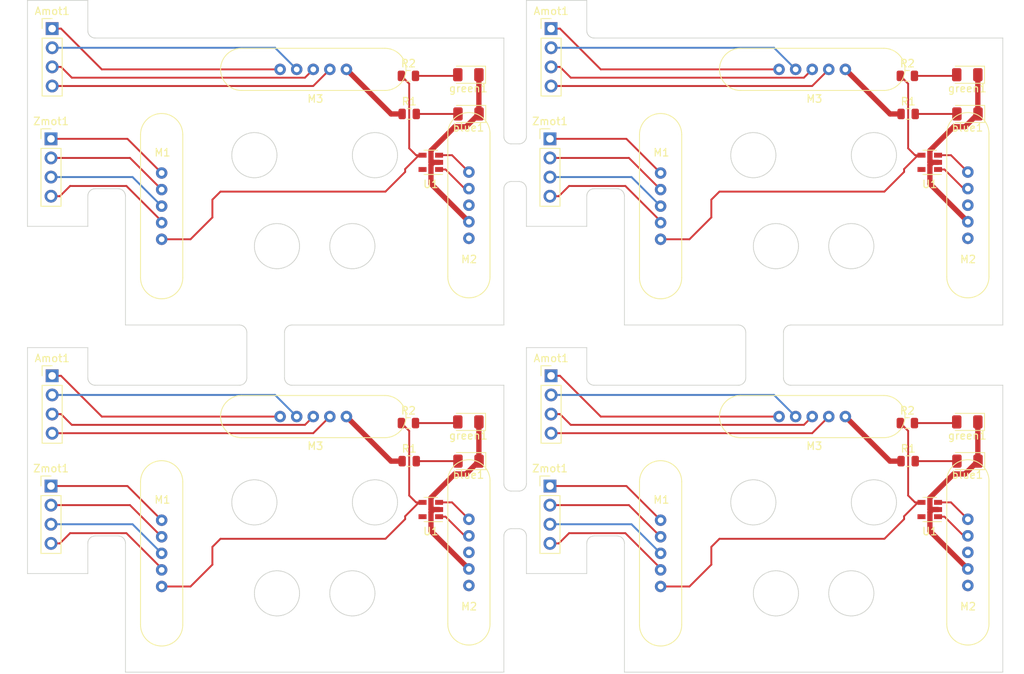
<source format=kicad_pcb>
(kicad_pcb (version 20171130) (host pcbnew 5.1.6-c6e7f7d~87~ubuntu20.04.1)
  (layers (0 F.Cu signal) (31 B.Cu signal) (34 B.Paste user) (35 F.Paste user) (36 B.SilkS user) (37 F.SilkS user) (38 B.Mask user) (39 F.Mask user) (44 Edge.Cuts user))
  (net 0 "")
  (net 1 Board_1-+12V)
  (net 2 Board_1-+3V3)
  (net 3 Board_1-A1A)
  (net 4 Board_1-A1B)
  (net 5 Board_1-A2A)
  (net 6 Board_1-A2B)
  (net 7 Board_1-GND)
  (net 8 "Board_1-Net-(R1-Pad2)")
  (net 9 "Board_1-Net-(R2-Pad2)")
  (net 10 "Board_1-Net-(U1-Pad5)")
  (net 11 Board_1-SCL)
  (net 12 Board_1-SDA)
  (net 13 Board_1-Z1A)
  (net 14 Board_1-Z1B)
  (net 15 Board_1-Z2A)
  (net 16 Board_1-Z2B)
  (net 17 Board_1-limZ)
  (net 18 Board_1-pwm)
  (net 19 Board_2-+12V)
  (net 20 Board_2-+3V3)
  (net 21 Board_2-A1A)
  (net 22 Board_2-A1B)
  (net 23 Board_2-A2A)
  (net 24 Board_2-A2B)
  (net 25 Board_2-GND)
  (net 26 "Board_2-Net-(R1-Pad2)")
  (net 27 "Board_2-Net-(R2-Pad2)")
  (net 28 "Board_2-Net-(U1-Pad5)")
  (net 29 Board_2-SCL)
  (net 30 Board_2-SDA)
  (net 31 Board_2-Z1A)
  (net 32 Board_2-Z1B)
  (net 33 Board_2-Z2A)
  (net 34 Board_2-Z2B)
  (net 35 Board_2-limZ)
  (net 36 Board_2-pwm)
  (net 37 Board_3-+12V)
  (net 38 Board_3-+3V3)
  (net 39 Board_3-A1A)
  (net 40 Board_3-A1B)
  (net 41 Board_3-A2A)
  (net 42 Board_3-A2B)
  (net 43 Board_3-GND)
  (net 44 "Board_3-Net-(R1-Pad2)")
  (net 45 "Board_3-Net-(R2-Pad2)")
  (net 46 "Board_3-Net-(U1-Pad5)")
  (net 47 Board_3-SCL)
  (net 48 Board_3-SDA)
  (net 49 Board_3-Z1A)
  (net 50 Board_3-Z1B)
  (net 51 Board_3-Z2A)
  (net 52 Board_3-Z2B)
  (net 53 Board_3-limZ)
  (net 54 Board_3-pwm)
  (net 55 Board_4-+12V)
  (net 56 Board_4-+3V3)
  (net 57 Board_4-A1A)
  (net 58 Board_4-A1B)
  (net 59 Board_4-A2A)
  (net 60 Board_4-A2B)
  (net 61 Board_4-GND)
  (net 62 "Board_4-Net-(R1-Pad2)")
  (net 63 "Board_4-Net-(R2-Pad2)")
  (net 64 "Board_4-Net-(U1-Pad5)")
  (net 65 Board_4-SCL)
  (net 66 Board_4-SDA)
  (net 67 Board_4-Z1A)
  (net 68 Board_4-Z1B)
  (net 69 Board_4-Z2A)
  (net 70 Board_4-Z2B)
  (net 71 Board_4-limZ)
  (net 72 Board_4-pwm)
  (module NPTH (layer F.Cu) (at 116.199 115.150009)
    (fp_text reference REF** hide)
    (fp_text value NPTH hide)
    (pad "" np_thru_hole circle (at 0 0) (size 0.5 0.5) (drill 0.5) (layers *.Cu *.Mask))
  )
  (module NPTH (layer F.Cu) (at 116.199 116.150009)
    (fp_text reference REF** hide)
    (fp_text value NPTH hide)
    (pad "" np_thru_hole circle (at 0 0) (size 0.5 0.5) (drill 0.5) (layers *.Cu *.Mask))
  )
  (module NPTH (layer F.Cu) (at 116.199 117.150009)
    (fp_text reference REF** hide)
    (fp_text value NPTH hide)
    (pad "" np_thru_hole circle (at 0 0) (size 0.5 0.5) (drill 0.5) (layers *.Cu *.Mask))
  )
  (module NPTH (layer F.Cu) (at 116.199 118.150009)
    (fp_text reference REF** hide)
    (fp_text value NPTH hide)
    (pad "" np_thru_hole circle (at 0 0) (size 0.5 0.5) (drill 0.5) (layers *.Cu *.Mask))
  )
  (module NPTH (layer F.Cu) (at 116.199 119.150009)
    (fp_text reference REF** hide)
    (fp_text value NPTH hide)
    (pad "" np_thru_hole circle (at 0 0) (size 0.5 0.5) (drill 0.5) (layers *.Cu *.Mask))
  )
  (module NPTH (layer F.Cu) (at 116.199 120.150009)
    (fp_text reference REF** hide)
    (fp_text value NPTH hide)
    (pad "" np_thru_hole circle (at 0 0) (size 0.5 0.5) (drill 0.5) (layers *.Cu *.Mask))
  )
  (module NPTH (layer F.Cu) (at 113.201 120.150009)
    (fp_text reference REF** hide)
    (fp_text value NPTH hide)
    (pad "" np_thru_hole circle (at 0 0) (size 0.5 0.5) (drill 0.5) (layers *.Cu *.Mask))
  )
  (module NPTH (layer F.Cu) (at 113.201 119.150009)
    (fp_text reference REF** hide)
    (fp_text value NPTH hide)
    (pad "" np_thru_hole circle (at 0 0) (size 0.5 0.5) (drill 0.5) (layers *.Cu *.Mask))
  )
  (module NPTH (layer F.Cu) (at 113.201 118.150009)
    (fp_text reference REF** hide)
    (fp_text value NPTH hide)
    (pad "" np_thru_hole circle (at 0 0) (size 0.5 0.5) (drill 0.5) (layers *.Cu *.Mask))
  )
  (module NPTH (layer F.Cu) (at 113.201 117.150009)
    (fp_text reference REF** hide)
    (fp_text value NPTH hide)
    (pad "" np_thru_hole circle (at 0 0) (size 0.5 0.5) (drill 0.5) (layers *.Cu *.Mask))
  )
  (module NPTH (layer F.Cu) (at 113.201 116.150009)
    (fp_text reference REF** hide)
    (fp_text value NPTH hide)
    (pad "" np_thru_hole circle (at 0 0) (size 0.5 0.5) (drill 0.5) (layers *.Cu *.Mask))
  )
  (module NPTH (layer F.Cu) (at 113.201 115.150009)
    (fp_text reference REF** hide)
    (fp_text value NPTH hide)
    (pad "" np_thru_hole circle (at 0 0) (size 0.5 0.5) (drill 0.5) (layers *.Cu *.Mask))
  )
  (module NPTH (layer F.Cu) (at 116.199 69.050003)
    (fp_text reference REF** hide)
    (fp_text value NPTH hide)
    (pad "" np_thru_hole circle (at 0 0) (size 0.5 0.5) (drill 0.5) (layers *.Cu *.Mask))
  )
  (module NPTH (layer F.Cu) (at 116.199 70.050003)
    (fp_text reference REF** hide)
    (fp_text value NPTH hide)
    (pad "" np_thru_hole circle (at 0 0) (size 0.5 0.5) (drill 0.5) (layers *.Cu *.Mask))
  )
  (module NPTH (layer F.Cu) (at 116.199 71.050003)
    (fp_text reference REF** hide)
    (fp_text value NPTH hide)
    (pad "" np_thru_hole circle (at 0 0) (size 0.5 0.5) (drill 0.5) (layers *.Cu *.Mask))
  )
  (module NPTH (layer F.Cu) (at 116.199 72.050003)
    (fp_text reference REF** hide)
    (fp_text value NPTH hide)
    (pad "" np_thru_hole circle (at 0 0) (size 0.5 0.5) (drill 0.5) (layers *.Cu *.Mask))
  )
  (module NPTH (layer F.Cu) (at 116.199 73.050003)
    (fp_text reference REF** hide)
    (fp_text value NPTH hide)
    (pad "" np_thru_hole circle (at 0 0) (size 0.5 0.5) (drill 0.5) (layers *.Cu *.Mask))
  )
  (module NPTH (layer F.Cu) (at 116.199 74.050003)
    (fp_text reference REF** hide)
    (fp_text value NPTH hide)
    (pad "" np_thru_hole circle (at 0 0) (size 0.5 0.5) (drill 0.5) (layers *.Cu *.Mask))
  )
  (module NPTH (layer F.Cu) (at 113.201 74.050003)
    (fp_text reference REF** hide)
    (fp_text value NPTH hide)
    (pad "" np_thru_hole circle (at 0 0) (size 0.5 0.5) (drill 0.5) (layers *.Cu *.Mask))
  )
  (module NPTH (layer F.Cu) (at 113.201 73.050003)
    (fp_text reference REF** hide)
    (fp_text value NPTH hide)
    (pad "" np_thru_hole circle (at 0 0) (size 0.5 0.5) (drill 0.5) (layers *.Cu *.Mask))
  )
  (module NPTH (layer F.Cu) (at 113.201 72.050003)
    (fp_text reference REF** hide)
    (fp_text value NPTH hide)
    (pad "" np_thru_hole circle (at 0 0) (size 0.5 0.5) (drill 0.5) (layers *.Cu *.Mask))
  )
  (module NPTH (layer F.Cu) (at 113.201 71.050003)
    (fp_text reference REF** hide)
    (fp_text value NPTH hide)
    (pad "" np_thru_hole circle (at 0 0) (size 0.5 0.5) (drill 0.5) (layers *.Cu *.Mask))
  )
  (module NPTH (layer F.Cu) (at 113.201 70.050003)
    (fp_text reference REF** hide)
    (fp_text value NPTH hide)
    (pad "" np_thru_hole circle (at 0 0) (size 0.5 0.5) (drill 0.5) (layers *.Cu *.Mask))
  )
  (module NPTH (layer F.Cu) (at 113.201 69.050003)
    (fp_text reference REF** hide)
    (fp_text value NPTH hide)
    (pad "" np_thru_hole circle (at 0 0) (size 0.5 0.5) (drill 0.5) (layers *.Cu *.Mask))
  )
  (module NPTH (layer F.Cu) (at 150.300007 101.099)
    (fp_text reference REF** hide)
    (fp_text value NPTH hide)
    (pad "" np_thru_hole circle (at 0 0) (size 0.5 0.5) (drill 0.5) (layers *.Cu *.Mask))
  )
  (module NPTH (layer F.Cu) (at 149.300007 101.099)
    (fp_text reference REF** hide)
    (fp_text value NPTH hide)
    (pad "" np_thru_hole circle (at 0 0) (size 0.5 0.5) (drill 0.5) (layers *.Cu *.Mask))
  )
  (module NPTH (layer F.Cu) (at 148.300007 101.099)
    (fp_text reference REF** hide)
    (fp_text value NPTH hide)
    (pad "" np_thru_hole circle (at 0 0) (size 0.5 0.5) (drill 0.5) (layers *.Cu *.Mask))
  )
  (module NPTH (layer F.Cu) (at 147.300007 101.099)
    (fp_text reference REF** hide)
    (fp_text value NPTH hide)
    (pad "" np_thru_hole circle (at 0 0) (size 0.5 0.5) (drill 0.5) (layers *.Cu *.Mask))
  )
  (module NPTH (layer F.Cu) (at 146.300007 101.099)
    (fp_text reference REF** hide)
    (fp_text value NPTH hide)
    (pad "" np_thru_hole circle (at 0 0) (size 0.5 0.5) (drill 0.5) (layers *.Cu *.Mask))
  )
  (module NPTH (layer F.Cu) (at 145.300007 101.099)
    (fp_text reference REF** hide)
    (fp_text value NPTH hide)
    (pad "" np_thru_hole circle (at 0 0) (size 0.5 0.5) (drill 0.5) (layers *.Cu *.Mask))
  )
  (module NPTH (layer F.Cu) (at 84.100002 101.099)
    (fp_text reference REF** hide)
    (fp_text value NPTH hide)
    (pad "" np_thru_hole circle (at 0 0) (size 0.5 0.5) (drill 0.5) (layers *.Cu *.Mask))
  )
  (module NPTH (layer F.Cu) (at 83.100002 101.099)
    (fp_text reference REF** hide)
    (fp_text value NPTH hide)
    (pad "" np_thru_hole circle (at 0 0) (size 0.5 0.5) (drill 0.5) (layers *.Cu *.Mask))
  )
  (module NPTH (layer F.Cu) (at 82.100002 101.099)
    (fp_text reference REF** hide)
    (fp_text value NPTH hide)
    (pad "" np_thru_hole circle (at 0 0) (size 0.5 0.5) (drill 0.5) (layers *.Cu *.Mask))
  )
  (module NPTH (layer F.Cu) (at 81.100002 101.099)
    (fp_text reference REF** hide)
    (fp_text value NPTH hide)
    (pad "" np_thru_hole circle (at 0 0) (size 0.5 0.5) (drill 0.5) (layers *.Cu *.Mask))
  )
  (module NPTH (layer F.Cu) (at 80.100002 101.099)
    (fp_text reference REF** hide)
    (fp_text value NPTH hide)
    (pad "" np_thru_hole circle (at 0 0) (size 0.5 0.5) (drill 0.5) (layers *.Cu *.Mask))
  )
  (module NPTH (layer F.Cu) (at 79.100002 101.099)
    (fp_text reference REF** hide)
    (fp_text value NPTH hide)
    (pad "" np_thru_hole circle (at 0 0) (size 0.5 0.5) (drill 0.5) (layers *.Cu *.Mask))
  )
  (module NPTH (layer F.Cu) (at 145.300007 93.101)
    (fp_text reference REF** hide)
    (fp_text value NPTH hide)
    (pad "" np_thru_hole circle (at 0 0) (size 0.5 0.5) (drill 0.5) (layers *.Cu *.Mask))
  )
  (module NPTH (layer F.Cu) (at 146.300007 93.101)
    (fp_text reference REF** hide)
    (fp_text value NPTH hide)
    (pad "" np_thru_hole circle (at 0 0) (size 0.5 0.5) (drill 0.5) (layers *.Cu *.Mask))
  )
  (module NPTH (layer F.Cu) (at 147.300007 93.101)
    (fp_text reference REF** hide)
    (fp_text value NPTH hide)
    (pad "" np_thru_hole circle (at 0 0) (size 0.5 0.5) (drill 0.5) (layers *.Cu *.Mask))
  )
  (module NPTH (layer F.Cu) (at 148.300007 93.101)
    (fp_text reference REF** hide)
    (fp_text value NPTH hide)
    (pad "" np_thru_hole circle (at 0 0) (size 0.5 0.5) (drill 0.5) (layers *.Cu *.Mask))
  )
  (module NPTH (layer F.Cu) (at 149.300007 93.101)
    (fp_text reference REF** hide)
    (fp_text value NPTH hide)
    (pad "" np_thru_hole circle (at 0 0) (size 0.5 0.5) (drill 0.5) (layers *.Cu *.Mask))
  )
  (module NPTH (layer F.Cu) (at 150.300007 93.101)
    (fp_text reference REF** hide)
    (fp_text value NPTH hide)
    (pad "" np_thru_hole circle (at 0 0) (size 0.5 0.5) (drill 0.5) (layers *.Cu *.Mask))
  )
  (module NPTH (layer F.Cu) (at 79.100002 93.101)
    (fp_text reference REF** hide)
    (fp_text value NPTH hide)
    (pad "" np_thru_hole circle (at 0 0) (size 0.5 0.5) (drill 0.5) (layers *.Cu *.Mask))
  )
  (module NPTH (layer F.Cu) (at 80.100002 93.101)
    (fp_text reference REF** hide)
    (fp_text value NPTH hide)
    (pad "" np_thru_hole circle (at 0 0) (size 0.5 0.5) (drill 0.5) (layers *.Cu *.Mask))
  )
  (module NPTH (layer F.Cu) (at 81.100002 93.101)
    (fp_text reference REF** hide)
    (fp_text value NPTH hide)
    (pad "" np_thru_hole circle (at 0 0) (size 0.5 0.5) (drill 0.5) (layers *.Cu *.Mask))
  )
  (module NPTH (layer F.Cu) (at 82.100002 93.101)
    (fp_text reference REF** hide)
    (fp_text value NPTH hide)
    (pad "" np_thru_hole circle (at 0 0) (size 0.5 0.5) (drill 0.5) (layers *.Cu *.Mask))
  )
  (module NPTH (layer F.Cu) (at 83.100002 93.101)
    (fp_text reference REF** hide)
    (fp_text value NPTH hide)
    (pad "" np_thru_hole circle (at 0 0) (size 0.5 0.5) (drill 0.5) (layers *.Cu *.Mask))
  )
  (module NPTH (layer F.Cu) (at 84.100002 93.101)
    (fp_text reference REF** hide)
    (fp_text value NPTH hide)
    (pad "" np_thru_hole circle (at 0 0) (size 0.5 0.5) (drill 0.5) (layers *.Cu *.Mask))
  )
  (module Connector_PinHeader_2.54mm:PinHeader_1x04_P2.54mm_Vertical (layer F.Cu) (at 119.319206 114.480607)
    (fp_text reference Zmot1 (at 0 -2.33) (layer F.SilkS))
    (fp_text value Conn_01x04_Male)
    (pad 4 thru_hole oval (at 0 7.62) (size 1.7 1.7) (drill 1) (layers *.Cu *.Mask) (net 70 Board_4-Z2B))
    (pad 3 thru_hole oval (at 0 5.08) (size 1.7 1.7) (drill 1) (layers *.Cu *.Mask) (net 68 Board_4-Z1B))
    (pad 2 thru_hole oval (at 0 2.54) (size 1.7 1.7) (drill 1) (layers *.Cu *.Mask) (net 69 Board_4-Z2A))
    (pad 1 thru_hole rect (at 0 0) (size 1.7 1.7) (drill 1) (layers *.Cu *.Mask) (net 67 Board_4-Z1A))
  )
  (module Package_TO_SOT_SMD:SOT-23-5 (layer F.Cu) (at 169.713006 117.604807 180)
    (fp_text reference U1 (at 0 -2.9) (layer F.SilkS))
    (fp_text value 24AA02-OT)
    (pad 5 smd rect (at 1.1 -0.95 180) (size 1.06 0.65) (layers F.Cu F.Paste F.Mask) (net 64 "Board_4-Net-(U1-Pad5)"))
    (pad 4 smd rect (at 1.1 0.95 180) (size 1.06 0.65) (layers F.Cu F.Paste F.Mask) (net 56 Board_4-+3V3))
    (pad 3 smd rect (at -1.1 0.95 180) (size 1.06 0.65) (layers F.Cu F.Paste F.Mask) (net 66 Board_4-SDA))
    (pad 2 smd rect (at -1.1 0 180) (size 1.06 0.65) (layers F.Cu F.Paste F.Mask) (net 61 Board_4-GND))
    (pad 1 smd rect (at -1.1 -0.95 180) (size 1.06 0.65) (layers F.Cu F.Paste F.Mask) (net 65 Board_4-SCL))
  )
  (module Resistor_SMD:R_0805_2012Metric (layer F.Cu) (at 166.741006 106.124007)
    (fp_text reference R2 (at 0 -1.65) (layer F.SilkS))
    (fp_text value R)
    (pad 2 smd roundrect (at 0.9375 0) (size 0.975 1.4) (layers F.Cu F.Paste F.Mask) (net 63 "Board_4-Net-(R2-Pad2)"))
    (pad 1 smd roundrect (at -0.9375 0) (size 0.975 1.4) (layers F.Cu F.Paste F.Mask) (net 56 Board_4-+3V3))
  )
  (module Resistor_SMD:R_0805_2012Metric (layer F.Cu) (at 166.845006 111.178607)
    (fp_text reference R1 (at 0 -1.65) (layer F.SilkS))
    (fp_text value R)
    (pad 1 smd roundrect (at -0.9375 0) (size 0.975 1.4) (layers F.Cu F.Paste F.Mask) (net 55 Board_4-+12V))
    (pad 2 smd roundrect (at 0.9375 0) (size 0.975 1.4) (layers F.Cu F.Paste F.Mask) (net 62 "Board_4-Net-(R1-Pad2)"))
  )
  (module Magnet_conn:magnet_conn_X5 (layer F.Cu) (at 154.117006 105.260407 270)
    (fp_text reference M3 (at 3.9116 -0.2794 180) (layer F.SilkS))
    (fp_text value magnet_conn_X5)
    (pad 5 thru_hole circle (at 0 4.4 270) (size 1.524 1.524) (drill 0.762) (layers *.Cu *.Mask) (net 57 Board_4-A1A))
    (pad 4 thru_hole circle (at 0 2.2 270) (size 1.524 1.524) (drill 0.762) (layers *.Cu *.Mask) (net 59 Board_4-A2A))
    (pad 3 thru_hole circle (at 0 0 270) (size 1.524 1.524) (drill 0.762) (layers *.Cu *.Mask) (net 58 Board_4-A1B))
    (pad 2 thru_hole circle (at 0 -2.2 270) (size 1.524 1.524) (drill 0.762) (layers *.Cu *.Mask) (net 60 Board_4-A2B))
    (pad 1 thru_hole circle (at 0 -4.4 270) (size 1.524 1.524) (drill 0.762) (layers *.Cu *.Mask) (net 55 Board_4-+12V))
  )
  (module Magnet_conn:magnet_conn_X5 (layer F.Cu) (at 174.767006 123.294407)
    (fp_text reference M2 (at 0.0254 7.1882) (layer F.SilkS))
    (fp_text value magnet_conn_X5)
    (pad 1 thru_hole circle (at 0 -4.4) (size 1.524 1.524) (drill 0.762) (layers *.Cu *.Mask) (net 66 Board_4-SDA))
    (pad 2 thru_hole circle (at 0 -2.2) (size 1.524 1.524) (drill 0.762) (layers *.Cu *.Mask) (net 65 Board_4-SCL))
    (pad 3 thru_hole circle (at 0 0) (size 1.524 1.524) (drill 0.762) (layers *.Cu *.Mask) (net 71 Board_4-limZ))
    (pad 4 thru_hole circle (at 0 2.2) (size 1.524 1.524) (drill 0.762) (layers *.Cu *.Mask) (net 61 Board_4-GND))
    (pad 5 thru_hole circle (at 0 4.4) (size 1.524 1.524) (drill 0.762) (layers *.Cu *.Mask) (net 72 Board_4-pwm))
  )
  (module Magnet_conn:magnet_conn_X5 (layer F.Cu) (at 134.000006 123.421407)
    (fp_text reference M1 (at 0.1016 -7.112) (layer F.SilkS))
    (fp_text value magnet_conn_X5)
    (pad 5 thru_hole circle (at 0 4.4) (size 1.524 1.524) (drill 0.762) (layers *.Cu *.Mask) (net 56 Board_4-+3V3))
    (pad 4 thru_hole circle (at 0 2.2) (size 1.524 1.524) (drill 0.762) (layers *.Cu *.Mask) (net 70 Board_4-Z2B))
    (pad 3 thru_hole circle (at 0 0) (size 1.524 1.524) (drill 0.762) (layers *.Cu *.Mask) (net 68 Board_4-Z1B))
    (pad 2 thru_hole circle (at 0 -2.2) (size 1.524 1.524) (drill 0.762) (layers *.Cu *.Mask) (net 69 Board_4-Z2A))
    (pad 1 thru_hole circle (at 0 -4.4) (size 1.524 1.524) (drill 0.762) (layers *.Cu *.Mask) (net 67 Board_4-Z1A))
  )
  (module LED_SMD:LED_1206_3216Metric (layer F.Cu) (at 174.691006 105.971607 180)
    (fp_text reference green1 (at 0 -1.82) (layer F.SilkS))
    (fp_text value LED)
    (pad 2 smd roundrect (at 1.4 0 180) (size 1.25 1.75) (layers F.Cu F.Paste F.Mask) (roundrect_rratio 0.2) (net 63 "Board_4-Net-(R2-Pad2)"))
    (pad 1 smd roundrect (at -1.4 0 180) (size 1.25 1.75) (layers F.Cu F.Paste F.Mask) (roundrect_rratio 0.2) (net 61 Board_4-GND))
  )
  (module LED_SMD:LED_1206_3216Metric (layer F.Cu) (at 174.714006 111.178607 180)
    (fp_text reference blue1 (at 0 -1.82) (layer F.SilkS))
    (fp_text value LED)
    (pad 1 smd roundrect (at -1.4 0 180) (size 1.25 1.75) (layers F.Cu F.Paste F.Mask) (roundrect_rratio 0.2) (net 61 Board_4-GND))
    (pad 2 smd roundrect (at 1.4 0 180) (size 1.25 1.75) (layers F.Cu F.Paste F.Mask) (roundrect_rratio 0.2) (net 62 "Board_4-Net-(R1-Pad2)"))
  )
  (module Connector_PinHeader_2.54mm:PinHeader_1x04_P2.54mm_Vertical (layer F.Cu) (at 119.471606 99.850207)
    (fp_text reference Amot1 (at 0 -2.33) (layer F.SilkS))
    (fp_text value Conn_01x04_Male)
    (pad 1 thru_hole rect (at 0 0) (size 1.7 1.7) (drill 1) (layers *.Cu *.Mask) (net 57 Board_4-A1A))
    (pad 2 thru_hole oval (at 0 2.54) (size 1.7 1.7) (drill 1) (layers *.Cu *.Mask) (net 59 Board_4-A2A))
    (pad 3 thru_hole oval (at 0 5.08) (size 1.7 1.7) (drill 1) (layers *.Cu *.Mask) (net 58 Board_4-A1B))
    (pad 4 thru_hole oval (at 0 7.62) (size 1.7 1.7) (drill 1) (layers *.Cu *.Mask) (net 60 Board_4-A2B))
  )
  (module Connector_PinHeader_2.54mm:PinHeader_1x04_P2.54mm_Vertical (layer F.Cu) (at 53.119201 114.480607)
    (fp_text reference Zmot1 (at 0 -2.33) (layer F.SilkS))
    (fp_text value Conn_01x04_Male)
    (pad 4 thru_hole oval (at 0 7.62) (size 1.7 1.7) (drill 1) (layers *.Cu *.Mask) (net 52 Board_3-Z2B))
    (pad 3 thru_hole oval (at 0 5.08) (size 1.7 1.7) (drill 1) (layers *.Cu *.Mask) (net 50 Board_3-Z1B))
    (pad 2 thru_hole oval (at 0 2.54) (size 1.7 1.7) (drill 1) (layers *.Cu *.Mask) (net 51 Board_3-Z2A))
    (pad 1 thru_hole rect (at 0 0) (size 1.7 1.7) (drill 1) (layers *.Cu *.Mask) (net 49 Board_3-Z1A))
  )
  (module Package_TO_SOT_SMD:SOT-23-5 (layer F.Cu) (at 103.513001 117.604807 180)
    (fp_text reference U1 (at 0 -2.9) (layer F.SilkS))
    (fp_text value 24AA02-OT)
    (pad 5 smd rect (at 1.1 -0.95 180) (size 1.06 0.65) (layers F.Cu F.Paste F.Mask) (net 46 "Board_3-Net-(U1-Pad5)"))
    (pad 4 smd rect (at 1.1 0.95 180) (size 1.06 0.65) (layers F.Cu F.Paste F.Mask) (net 38 Board_3-+3V3))
    (pad 3 smd rect (at -1.1 0.95 180) (size 1.06 0.65) (layers F.Cu F.Paste F.Mask) (net 48 Board_3-SDA))
    (pad 2 smd rect (at -1.1 0 180) (size 1.06 0.65) (layers F.Cu F.Paste F.Mask) (net 43 Board_3-GND))
    (pad 1 smd rect (at -1.1 -0.95 180) (size 1.06 0.65) (layers F.Cu F.Paste F.Mask) (net 47 Board_3-SCL))
  )
  (module Resistor_SMD:R_0805_2012Metric (layer F.Cu) (at 100.541001 106.124007)
    (fp_text reference R2 (at 0 -1.65) (layer F.SilkS))
    (fp_text value R)
    (pad 2 smd roundrect (at 0.9375 0) (size 0.975 1.4) (layers F.Cu F.Paste F.Mask) (net 45 "Board_3-Net-(R2-Pad2)"))
    (pad 1 smd roundrect (at -0.9375 0) (size 0.975 1.4) (layers F.Cu F.Paste F.Mask) (net 38 Board_3-+3V3))
  )
  (module Resistor_SMD:R_0805_2012Metric (layer F.Cu) (at 100.645001 111.178607)
    (fp_text reference R1 (at 0 -1.65) (layer F.SilkS))
    (fp_text value R)
    (pad 1 smd roundrect (at -0.9375 0) (size 0.975 1.4) (layers F.Cu F.Paste F.Mask) (net 37 Board_3-+12V))
    (pad 2 smd roundrect (at 0.9375 0) (size 0.975 1.4) (layers F.Cu F.Paste F.Mask) (net 44 "Board_3-Net-(R1-Pad2)"))
  )
  (module Magnet_conn:magnet_conn_X5 (layer F.Cu) (at 87.917001 105.260407 270)
    (fp_text reference M3 (at 3.9116 -0.2794 180) (layer F.SilkS))
    (fp_text value magnet_conn_X5)
    (pad 5 thru_hole circle (at 0 4.4 270) (size 1.524 1.524) (drill 0.762) (layers *.Cu *.Mask) (net 39 Board_3-A1A))
    (pad 4 thru_hole circle (at 0 2.2 270) (size 1.524 1.524) (drill 0.762) (layers *.Cu *.Mask) (net 41 Board_3-A2A))
    (pad 3 thru_hole circle (at 0 0 270) (size 1.524 1.524) (drill 0.762) (layers *.Cu *.Mask) (net 40 Board_3-A1B))
    (pad 2 thru_hole circle (at 0 -2.2 270) (size 1.524 1.524) (drill 0.762) (layers *.Cu *.Mask) (net 42 Board_3-A2B))
    (pad 1 thru_hole circle (at 0 -4.4 270) (size 1.524 1.524) (drill 0.762) (layers *.Cu *.Mask) (net 37 Board_3-+12V))
  )
  (module Magnet_conn:magnet_conn_X5 (layer F.Cu) (at 108.567001 123.294407)
    (fp_text reference M2 (at 0.0254 7.1882) (layer F.SilkS))
    (fp_text value magnet_conn_X5)
    (pad 1 thru_hole circle (at 0 -4.4) (size 1.524 1.524) (drill 0.762) (layers *.Cu *.Mask) (net 48 Board_3-SDA))
    (pad 2 thru_hole circle (at 0 -2.2) (size 1.524 1.524) (drill 0.762) (layers *.Cu *.Mask) (net 47 Board_3-SCL))
    (pad 3 thru_hole circle (at 0 0) (size 1.524 1.524) (drill 0.762) (layers *.Cu *.Mask) (net 53 Board_3-limZ))
    (pad 4 thru_hole circle (at 0 2.2) (size 1.524 1.524) (drill 0.762) (layers *.Cu *.Mask) (net 43 Board_3-GND))
    (pad 5 thru_hole circle (at 0 4.4) (size 1.524 1.524) (drill 0.762) (layers *.Cu *.Mask) (net 54 Board_3-pwm))
  )
  (module Magnet_conn:magnet_conn_X5 (layer F.Cu) (at 67.800001 123.421407)
    (fp_text reference M1 (at 0.1016 -7.112) (layer F.SilkS))
    (fp_text value magnet_conn_X5)
    (pad 5 thru_hole circle (at 0 4.4) (size 1.524 1.524) (drill 0.762) (layers *.Cu *.Mask) (net 38 Board_3-+3V3))
    (pad 4 thru_hole circle (at 0 2.2) (size 1.524 1.524) (drill 0.762) (layers *.Cu *.Mask) (net 52 Board_3-Z2B))
    (pad 3 thru_hole circle (at 0 0) (size 1.524 1.524) (drill 0.762) (layers *.Cu *.Mask) (net 50 Board_3-Z1B))
    (pad 2 thru_hole circle (at 0 -2.2) (size 1.524 1.524) (drill 0.762) (layers *.Cu *.Mask) (net 51 Board_3-Z2A))
    (pad 1 thru_hole circle (at 0 -4.4) (size 1.524 1.524) (drill 0.762) (layers *.Cu *.Mask) (net 49 Board_3-Z1A))
  )
  (module LED_SMD:LED_1206_3216Metric (layer F.Cu) (at 108.491001 105.971607 180)
    (fp_text reference green1 (at 0 -1.82) (layer F.SilkS))
    (fp_text value LED)
    (pad 2 smd roundrect (at 1.4 0 180) (size 1.25 1.75) (layers F.Cu F.Paste F.Mask) (roundrect_rratio 0.2) (net 45 "Board_3-Net-(R2-Pad2)"))
    (pad 1 smd roundrect (at -1.4 0 180) (size 1.25 1.75) (layers F.Cu F.Paste F.Mask) (roundrect_rratio 0.2) (net 43 Board_3-GND))
  )
  (module LED_SMD:LED_1206_3216Metric (layer F.Cu) (at 108.514001 111.178607 180)
    (fp_text reference blue1 (at 0 -1.82) (layer F.SilkS))
    (fp_text value LED)
    (pad 1 smd roundrect (at -1.4 0 180) (size 1.25 1.75) (layers F.Cu F.Paste F.Mask) (roundrect_rratio 0.2) (net 43 Board_3-GND))
    (pad 2 smd roundrect (at 1.4 0 180) (size 1.25 1.75) (layers F.Cu F.Paste F.Mask) (roundrect_rratio 0.2) (net 44 "Board_3-Net-(R1-Pad2)"))
  )
  (module Connector_PinHeader_2.54mm:PinHeader_1x04_P2.54mm_Vertical (layer F.Cu) (at 53.271601 99.850207)
    (fp_text reference Amot1 (at 0 -2.33) (layer F.SilkS))
    (fp_text value Conn_01x04_Male)
    (pad 1 thru_hole rect (at 0 0) (size 1.7 1.7) (drill 1) (layers *.Cu *.Mask) (net 39 Board_3-A1A))
    (pad 2 thru_hole oval (at 0 2.54) (size 1.7 1.7) (drill 1) (layers *.Cu *.Mask) (net 41 Board_3-A2A))
    (pad 3 thru_hole oval (at 0 5.08) (size 1.7 1.7) (drill 1) (layers *.Cu *.Mask) (net 40 Board_3-A1B))
    (pad 4 thru_hole oval (at 0 7.62) (size 1.7 1.7) (drill 1) (layers *.Cu *.Mask) (net 42 Board_3-A2B))
  )
  (module Connector_PinHeader_2.54mm:PinHeader_1x04_P2.54mm_Vertical (layer F.Cu) (at 119.319206 68.380601)
    (fp_text reference Zmot1 (at 0 -2.33) (layer F.SilkS))
    (fp_text value Conn_01x04_Male)
    (pad 4 thru_hole oval (at 0 7.62) (size 1.7 1.7) (drill 1) (layers *.Cu *.Mask) (net 34 Board_2-Z2B))
    (pad 3 thru_hole oval (at 0 5.08) (size 1.7 1.7) (drill 1) (layers *.Cu *.Mask) (net 32 Board_2-Z1B))
    (pad 2 thru_hole oval (at 0 2.54) (size 1.7 1.7) (drill 1) (layers *.Cu *.Mask) (net 33 Board_2-Z2A))
    (pad 1 thru_hole rect (at 0 0) (size 1.7 1.7) (drill 1) (layers *.Cu *.Mask) (net 31 Board_2-Z1A))
  )
  (module Package_TO_SOT_SMD:SOT-23-5 (layer F.Cu) (at 169.713006 71.504801 180)
    (fp_text reference U1 (at 0 -2.9) (layer F.SilkS))
    (fp_text value 24AA02-OT)
    (pad 5 smd rect (at 1.1 -0.95 180) (size 1.06 0.65) (layers F.Cu F.Paste F.Mask) (net 28 "Board_2-Net-(U1-Pad5)"))
    (pad 4 smd rect (at 1.1 0.95 180) (size 1.06 0.65) (layers F.Cu F.Paste F.Mask) (net 20 Board_2-+3V3))
    (pad 3 smd rect (at -1.1 0.95 180) (size 1.06 0.65) (layers F.Cu F.Paste F.Mask) (net 30 Board_2-SDA))
    (pad 2 smd rect (at -1.1 0 180) (size 1.06 0.65) (layers F.Cu F.Paste F.Mask) (net 25 Board_2-GND))
    (pad 1 smd rect (at -1.1 -0.95 180) (size 1.06 0.65) (layers F.Cu F.Paste F.Mask) (net 29 Board_2-SCL))
  )
  (module Resistor_SMD:R_0805_2012Metric (layer F.Cu) (at 166.741006 60.024001)
    (fp_text reference R2 (at 0 -1.65) (layer F.SilkS))
    (fp_text value R)
    (pad 2 smd roundrect (at 0.9375 0) (size 0.975 1.4) (layers F.Cu F.Paste F.Mask) (net 27 "Board_2-Net-(R2-Pad2)"))
    (pad 1 smd roundrect (at -0.9375 0) (size 0.975 1.4) (layers F.Cu F.Paste F.Mask) (net 20 Board_2-+3V3))
  )
  (module Resistor_SMD:R_0805_2012Metric (layer F.Cu) (at 166.845006 65.078601)
    (fp_text reference R1 (at 0 -1.65) (layer F.SilkS))
    (fp_text value R)
    (pad 1 smd roundrect (at -0.9375 0) (size 0.975 1.4) (layers F.Cu F.Paste F.Mask) (net 19 Board_2-+12V))
    (pad 2 smd roundrect (at 0.9375 0) (size 0.975 1.4) (layers F.Cu F.Paste F.Mask) (net 26 "Board_2-Net-(R1-Pad2)"))
  )
  (module Magnet_conn:magnet_conn_X5 (layer F.Cu) (at 154.117006 59.160401 270)
    (fp_text reference M3 (at 3.9116 -0.2794 180) (layer F.SilkS))
    (fp_text value magnet_conn_X5)
    (pad 5 thru_hole circle (at 0 4.4 270) (size 1.524 1.524) (drill 0.762) (layers *.Cu *.Mask) (net 21 Board_2-A1A))
    (pad 4 thru_hole circle (at 0 2.2 270) (size 1.524 1.524) (drill 0.762) (layers *.Cu *.Mask) (net 23 Board_2-A2A))
    (pad 3 thru_hole circle (at 0 0 270) (size 1.524 1.524) (drill 0.762) (layers *.Cu *.Mask) (net 22 Board_2-A1B))
    (pad 2 thru_hole circle (at 0 -2.2 270) (size 1.524 1.524) (drill 0.762) (layers *.Cu *.Mask) (net 24 Board_2-A2B))
    (pad 1 thru_hole circle (at 0 -4.4 270) (size 1.524 1.524) (drill 0.762) (layers *.Cu *.Mask) (net 19 Board_2-+12V))
  )
  (module Magnet_conn:magnet_conn_X5 (layer F.Cu) (at 174.767006 77.194401)
    (fp_text reference M2 (at 0.0254 7.1882) (layer F.SilkS))
    (fp_text value magnet_conn_X5)
    (pad 1 thru_hole circle (at 0 -4.4) (size 1.524 1.524) (drill 0.762) (layers *.Cu *.Mask) (net 30 Board_2-SDA))
    (pad 2 thru_hole circle (at 0 -2.2) (size 1.524 1.524) (drill 0.762) (layers *.Cu *.Mask) (net 29 Board_2-SCL))
    (pad 3 thru_hole circle (at 0 0) (size 1.524 1.524) (drill 0.762) (layers *.Cu *.Mask) (net 35 Board_2-limZ))
    (pad 4 thru_hole circle (at 0 2.2) (size 1.524 1.524) (drill 0.762) (layers *.Cu *.Mask) (net 25 Board_2-GND))
    (pad 5 thru_hole circle (at 0 4.4) (size 1.524 1.524) (drill 0.762) (layers *.Cu *.Mask) (net 36 Board_2-pwm))
  )
  (module Magnet_conn:magnet_conn_X5 (layer F.Cu) (at 134.000006 77.321401)
    (fp_text reference M1 (at 0.1016 -7.112) (layer F.SilkS))
    (fp_text value magnet_conn_X5)
    (pad 5 thru_hole circle (at 0 4.4) (size 1.524 1.524) (drill 0.762) (layers *.Cu *.Mask) (net 20 Board_2-+3V3))
    (pad 4 thru_hole circle (at 0 2.2) (size 1.524 1.524) (drill 0.762) (layers *.Cu *.Mask) (net 34 Board_2-Z2B))
    (pad 3 thru_hole circle (at 0 0) (size 1.524 1.524) (drill 0.762) (layers *.Cu *.Mask) (net 32 Board_2-Z1B))
    (pad 2 thru_hole circle (at 0 -2.2) (size 1.524 1.524) (drill 0.762) (layers *.Cu *.Mask) (net 33 Board_2-Z2A))
    (pad 1 thru_hole circle (at 0 -4.4) (size 1.524 1.524) (drill 0.762) (layers *.Cu *.Mask) (net 31 Board_2-Z1A))
  )
  (module LED_SMD:LED_1206_3216Metric (layer F.Cu) (at 174.691006 59.871601 180)
    (fp_text reference green1 (at 0 -1.82) (layer F.SilkS))
    (fp_text value LED)
    (pad 2 smd roundrect (at 1.4 0 180) (size 1.25 1.75) (layers F.Cu F.Paste F.Mask) (roundrect_rratio 0.2) (net 27 "Board_2-Net-(R2-Pad2)"))
    (pad 1 smd roundrect (at -1.4 0 180) (size 1.25 1.75) (layers F.Cu F.Paste F.Mask) (roundrect_rratio 0.2) (net 25 Board_2-GND))
  )
  (module LED_SMD:LED_1206_3216Metric (layer F.Cu) (at 174.714006 65.078601 180)
    (fp_text reference blue1 (at 0 -1.82) (layer F.SilkS))
    (fp_text value LED)
    (pad 1 smd roundrect (at -1.4 0 180) (size 1.25 1.75) (layers F.Cu F.Paste F.Mask) (roundrect_rratio 0.2) (net 25 Board_2-GND))
    (pad 2 smd roundrect (at 1.4 0 180) (size 1.25 1.75) (layers F.Cu F.Paste F.Mask) (roundrect_rratio 0.2) (net 26 "Board_2-Net-(R1-Pad2)"))
  )
  (module Connector_PinHeader_2.54mm:PinHeader_1x04_P2.54mm_Vertical (layer F.Cu) (at 119.471606 53.750201)
    (fp_text reference Amot1 (at 0 -2.33) (layer F.SilkS))
    (fp_text value Conn_01x04_Male)
    (pad 1 thru_hole rect (at 0 0) (size 1.7 1.7) (drill 1) (layers *.Cu *.Mask) (net 21 Board_2-A1A))
    (pad 2 thru_hole oval (at 0 2.54) (size 1.7 1.7) (drill 1) (layers *.Cu *.Mask) (net 23 Board_2-A2A))
    (pad 3 thru_hole oval (at 0 5.08) (size 1.7 1.7) (drill 1) (layers *.Cu *.Mask) (net 22 Board_2-A1B))
    (pad 4 thru_hole oval (at 0 7.62) (size 1.7 1.7) (drill 1) (layers *.Cu *.Mask) (net 24 Board_2-A2B))
  )
  (module Connector_PinHeader_2.54mm:PinHeader_1x04_P2.54mm_Vertical (layer F.Cu) (at 53.119201 68.380601)
    (fp_text reference Zmot1 (at 0 -2.33) (layer F.SilkS))
    (fp_text value Conn_01x04_Male)
    (pad 4 thru_hole oval (at 0 7.62) (size 1.7 1.7) (drill 1) (layers *.Cu *.Mask) (net 16 Board_1-Z2B))
    (pad 3 thru_hole oval (at 0 5.08) (size 1.7 1.7) (drill 1) (layers *.Cu *.Mask) (net 14 Board_1-Z1B))
    (pad 2 thru_hole oval (at 0 2.54) (size 1.7 1.7) (drill 1) (layers *.Cu *.Mask) (net 15 Board_1-Z2A))
    (pad 1 thru_hole rect (at 0 0) (size 1.7 1.7) (drill 1) (layers *.Cu *.Mask) (net 13 Board_1-Z1A))
  )
  (module Package_TO_SOT_SMD:SOT-23-5 (layer F.Cu) (at 103.513001 71.504801 180)
    (fp_text reference U1 (at 0 -2.9) (layer F.SilkS))
    (fp_text value 24AA02-OT)
    (pad 5 smd rect (at 1.1 -0.95 180) (size 1.06 0.65) (layers F.Cu F.Paste F.Mask) (net 10 "Board_1-Net-(U1-Pad5)"))
    (pad 4 smd rect (at 1.1 0.95 180) (size 1.06 0.65) (layers F.Cu F.Paste F.Mask) (net 2 Board_1-+3V3))
    (pad 3 smd rect (at -1.1 0.95 180) (size 1.06 0.65) (layers F.Cu F.Paste F.Mask) (net 12 Board_1-SDA))
    (pad 2 smd rect (at -1.1 0 180) (size 1.06 0.65) (layers F.Cu F.Paste F.Mask) (net 7 Board_1-GND))
    (pad 1 smd rect (at -1.1 -0.95 180) (size 1.06 0.65) (layers F.Cu F.Paste F.Mask) (net 11 Board_1-SCL))
  )
  (module Resistor_SMD:R_0805_2012Metric (layer F.Cu) (at 100.541001 60.024001)
    (fp_text reference R2 (at 0 -1.65) (layer F.SilkS))
    (fp_text value R)
    (pad 2 smd roundrect (at 0.9375 0) (size 0.975 1.4) (layers F.Cu F.Paste F.Mask) (net 9 "Board_1-Net-(R2-Pad2)"))
    (pad 1 smd roundrect (at -0.9375 0) (size 0.975 1.4) (layers F.Cu F.Paste F.Mask) (net 2 Board_1-+3V3))
  )
  (module Resistor_SMD:R_0805_2012Metric (layer F.Cu) (at 100.645001 65.078601)
    (fp_text reference R1 (at 0 -1.65) (layer F.SilkS))
    (fp_text value R)
    (pad 1 smd roundrect (at -0.9375 0) (size 0.975 1.4) (layers F.Cu F.Paste F.Mask) (net 1 Board_1-+12V))
    (pad 2 smd roundrect (at 0.9375 0) (size 0.975 1.4) (layers F.Cu F.Paste F.Mask) (net 8 "Board_1-Net-(R1-Pad2)"))
  )
  (module Magnet_conn:magnet_conn_X5 (layer F.Cu) (at 87.917001 59.160401 270)
    (fp_text reference M3 (at 3.9116 -0.2794 180) (layer F.SilkS))
    (fp_text value magnet_conn_X5)
    (pad 5 thru_hole circle (at 0 4.4 270) (size 1.524 1.524) (drill 0.762) (layers *.Cu *.Mask) (net 3 Board_1-A1A))
    (pad 4 thru_hole circle (at 0 2.2 270) (size 1.524 1.524) (drill 0.762) (layers *.Cu *.Mask) (net 5 Board_1-A2A))
    (pad 3 thru_hole circle (at 0 0 270) (size 1.524 1.524) (drill 0.762) (layers *.Cu *.Mask) (net 4 Board_1-A1B))
    (pad 2 thru_hole circle (at 0 -2.2 270) (size 1.524 1.524) (drill 0.762) (layers *.Cu *.Mask) (net 6 Board_1-A2B))
    (pad 1 thru_hole circle (at 0 -4.4 270) (size 1.524 1.524) (drill 0.762) (layers *.Cu *.Mask) (net 1 Board_1-+12V))
  )
  (module Magnet_conn:magnet_conn_X5 (layer F.Cu) (at 108.567001 77.194401)
    (fp_text reference M2 (at 0.0254 7.1882) (layer F.SilkS))
    (fp_text value magnet_conn_X5)
    (pad 1 thru_hole circle (at 0 -4.4) (size 1.524 1.524) (drill 0.762) (layers *.Cu *.Mask) (net 12 Board_1-SDA))
    (pad 2 thru_hole circle (at 0 -2.2) (size 1.524 1.524) (drill 0.762) (layers *.Cu *.Mask) (net 11 Board_1-SCL))
    (pad 3 thru_hole circle (at 0 0) (size 1.524 1.524) (drill 0.762) (layers *.Cu *.Mask) (net 17 Board_1-limZ))
    (pad 4 thru_hole circle (at 0 2.2) (size 1.524 1.524) (drill 0.762) (layers *.Cu *.Mask) (net 7 Board_1-GND))
    (pad 5 thru_hole circle (at 0 4.4) (size 1.524 1.524) (drill 0.762) (layers *.Cu *.Mask) (net 18 Board_1-pwm))
  )
  (module Magnet_conn:magnet_conn_X5 (layer F.Cu) (at 67.800001 77.321401)
    (fp_text reference M1 (at 0.1016 -7.112) (layer F.SilkS))
    (fp_text value magnet_conn_X5)
    (pad 5 thru_hole circle (at 0 4.4) (size 1.524 1.524) (drill 0.762) (layers *.Cu *.Mask) (net 2 Board_1-+3V3))
    (pad 4 thru_hole circle (at 0 2.2) (size 1.524 1.524) (drill 0.762) (layers *.Cu *.Mask) (net 16 Board_1-Z2B))
    (pad 3 thru_hole circle (at 0 0) (size 1.524 1.524) (drill 0.762) (layers *.Cu *.Mask) (net 14 Board_1-Z1B))
    (pad 2 thru_hole circle (at 0 -2.2) (size 1.524 1.524) (drill 0.762) (layers *.Cu *.Mask) (net 15 Board_1-Z2A))
    (pad 1 thru_hole circle (at 0 -4.4) (size 1.524 1.524) (drill 0.762) (layers *.Cu *.Mask) (net 13 Board_1-Z1A))
  )
  (module LED_SMD:LED_1206_3216Metric (layer F.Cu) (at 108.491001 59.871601 180)
    (fp_text reference green1 (at 0 -1.82) (layer F.SilkS))
    (fp_text value LED)
    (pad 2 smd roundrect (at 1.4 0 180) (size 1.25 1.75) (layers F.Cu F.Paste F.Mask) (roundrect_rratio 0.2) (net 9 "Board_1-Net-(R2-Pad2)"))
    (pad 1 smd roundrect (at -1.4 0 180) (size 1.25 1.75) (layers F.Cu F.Paste F.Mask) (roundrect_rratio 0.2) (net 7 Board_1-GND))
  )
  (module LED_SMD:LED_1206_3216Metric (layer F.Cu) (at 108.514001 65.078601 180)
    (fp_text reference blue1 (at 0 -1.82) (layer F.SilkS))
    (fp_text value LED)
    (pad 1 smd roundrect (at -1.4 0 180) (size 1.25 1.75) (layers F.Cu F.Paste F.Mask) (roundrect_rratio 0.2) (net 7 Board_1-GND))
    (pad 2 smd roundrect (at 1.4 0 180) (size 1.25 1.75) (layers F.Cu F.Paste F.Mask) (roundrect_rratio 0.2) (net 8 "Board_1-Net-(R1-Pad2)"))
  )
  (module Connector_PinHeader_2.54mm:PinHeader_1x04_P2.54mm_Vertical (layer F.Cu) (at 53.271601 53.750201)
    (fp_text reference Amot1 (at 0 -2.33) (layer F.SilkS))
    (fp_text value Conn_01x04_Male)
    (pad 1 thru_hole rect (at 0 0) (size 1.7 1.7) (drill 1) (layers *.Cu *.Mask) (net 3 Board_1-A1A))
    (pad 2 thru_hole oval (at 0 2.54) (size 1.7 1.7) (drill 1) (layers *.Cu *.Mask) (net 5 Board_1-A2A))
    (pad 3 thru_hole oval (at 0 5.08) (size 1.7 1.7) (drill 1) (layers *.Cu *.Mask) (net 4 Board_1-A1B))
    (pad 4 thru_hole oval (at 0 7.62) (size 1.7 1.7) (drill 1) (layers *.Cu *.Mask) (net 6 Board_1-A2B))
  )
  (gr_line (start 83.0965 70.5996) (end 83.0866 70.799) (layer Edge.Cuts) (width 0.1))
  (gr_line (start 83.0965 70.5004) (end 83.0965 70.5996) (layer Edge.Cuts) (width 0.1))
  (gr_line (start 83.0866 70.301) (end 83.0965 70.5004) (layer Edge.Cuts) (width 0.1))
  (gr_line (start 83.0767 70.2023) (end 83.0866 70.301) (layer Edge.Cuts) (width 0.1))
  (gr_line (start 83.0469 70.0049) (end 83.0767 70.2023) (layer Edge.Cuts) (width 0.1))
  (gr_line (start 83.0273 69.9076) (end 83.0469 70.0049) (layer Edge.Cuts) (width 0.1))
  (gr_line (start 82.978 69.7142) (end 83.0273 69.9076) (layer Edge.Cuts) (width 0.1))
  (gr_line (start 82.9488 69.6194) (end 82.978 69.7142) (layer Edge.Cuts) (width 0.1))
  (gr_line (start 82.8805 69.4317) (end 82.9488 69.6194) (layer Edge.Cuts) (width 0.1))
  (gr_line (start 82.842 69.3403) (end 82.8805 69.4317) (layer Edge.Cuts) (width 0.1))
  (gr_line (start 82.7553 69.1605) (end 82.842 69.3403) (layer Edge.Cuts) (width 0.1))
  (gr_line (start 82.7079 69.0733) (end 82.7553 69.1605) (layer Edge.Cuts) (width 0.1))
  (gr_line (start 82.6038 68.903) (end 82.7079 69.0733) (layer Edge.Cuts) (width 0.1))
  (gr_line (start 82.5479 68.821) (end 82.6038 68.903) (layer Edge.Cuts) (width 0.1))
  (gr_line (start 82.4274 68.6619) (end 82.5479 68.821) (layer Edge.Cuts) (width 0.1))
  (gr_line (start 82.3636 68.5859) (end 82.4274 68.6619) (layer Edge.Cuts) (width 0.1))
  (gr_line (start 82.2278 68.4395) (end 82.3636 68.5859) (layer Edge.Cuts) (width 0.1))
  (gr_line (start 82.1568 68.3703) (end 82.2278 68.4395) (layer Edge.Cuts) (width 0.1))
  (gr_line (start 82.0071 68.2381) (end 82.1568 68.3703) (layer Edge.Cuts) (width 0.1))
  (gr_line (start 81.9295 68.1763) (end 82.0071 68.2381) (layer Edge.Cuts) (width 0.1))
  (gr_line (start 81.7674 68.0598) (end 81.9295 68.1763) (layer Edge.Cuts) (width 0.1))
  (gr_line (start 81.6841 68.0059) (end 81.7674 68.0598) (layer Edge.Cuts) (width 0.1))
  (gr_line (start 81.5112 67.9061) (end 81.6841 68.0059) (layer Edge.Cuts) (width 0.1))
  (gr_line (start 81.4229 67.8609) (end 81.5112 67.9061) (layer Edge.Cuts) (width 0.1))
  (gr_line (start 81.2409 67.7787) (end 81.4229 67.8609) (layer Edge.Cuts) (width 0.1))
  (gr_line (start 81.1486 67.7425) (end 81.2409 67.7787) (layer Edge.Cuts) (width 0.1))
  (gr_line (start 80.9593 67.6789) (end 81.1486 67.7425) (layer Edge.Cuts) (width 0.1))
  (gr_line (start 80.8638 67.652) (end 80.9593 67.6789) (layer Edge.Cuts) (width 0.1))
  (gr_line (start 80.6692 67.6076) (end 80.8638 67.652) (layer Edge.Cuts) (width 0.1))
  (gr_line (start 80.5715 67.5904) (end 80.6692 67.6076) (layer Edge.Cuts) (width 0.1))
  (gr_line (start 80.3734 67.5656) (end 80.5715 67.5904) (layer Edge.Cuts) (width 0.1))
  (gr_line (start 80.2745 67.5582) (end 80.3734 67.5656) (layer Edge.Cuts) (width 0.1))
  (gr_line (start 80.0749 67.5532) (end 80.2745 67.5582) (layer Edge.Cuts) (width 0.1))
  (gr_line (start 79.9757 67.5556) (end 80.0749 67.5532) (layer Edge.Cuts) (width 0.1))
  (gr_line (start 79.7766 67.5706) (end 79.9757 67.5556) (layer Edge.Cuts) (width 0.1))
  (gr_line (start 79.6782 67.5829) (end 79.7766 67.5706) (layer Edge.Cuts) (width 0.1))
  (gr_line (start 79.4816 67.6176) (end 79.6782 67.5829) (layer Edge.Cuts) (width 0.1))
  (gr_line (start 79.3849 67.6396) (end 79.4816 67.6176) (layer Edge.Cuts) (width 0.1))
  (gr_line (start 79.1927 67.6937) (end 79.3849 67.6396) (layer Edge.Cuts) (width 0.1))
  (gr_line (start 79.0986 67.7253) (end 79.1927 67.6937) (layer Edge.Cuts) (width 0.1))
  (gr_line (start 78.9128 67.7983) (end 79.0986 67.7253) (layer Edge.Cuts) (width 0.1))
  (gr_line (start 78.8224 67.8391) (end 78.9128 67.7983) (layer Edge.Cuts) (width 0.1))
  (gr_line (start 78.6447 67.9301) (end 78.8224 67.8391) (layer Edge.Cuts) (width 0.1))
  (gr_line (start 78.5588 67.9797) (end 78.6447 67.9301) (layer Edge.Cuts) (width 0.1))
  (gr_line (start 78.3911 68.0881) (end 78.5588 67.9797) (layer Edge.Cuts) (width 0.1))
  (gr_line (start 78.3105 68.146) (end 78.3911 68.0881) (layer Edge.Cuts) (width 0.1))
  (gr_line (start 78.1544 68.2704) (end 78.3105 68.146) (layer Edge.Cuts) (width 0.1))
  (gr_line (start 78.0801 68.3361) (end 78.1544 68.2704) (layer Edge.Cuts) (width 0.1))
  (gr_line (start 77.9371 68.4755) (end 78.0801 68.3361) (layer Edge.Cuts) (width 0.1))
  (gr_line (start 77.8697 68.5482) (end 77.9371 68.4755) (layer Edge.Cuts) (width 0.1))
  (gr_line (start 77.7413 68.7012) (end 77.8697 68.5482) (layer Edge.Cuts) (width 0.1))
  (gr_line (start 77.6814 68.7802) (end 77.7413 68.7012) (layer Edge.Cuts) (width 0.1))
  (gr_line (start 77.569 68.9452) (end 77.6814 68.7802) (layer Edge.Cuts) (width 0.1))
  (gr_line (start 77.5172 69.0298) (end 77.569 68.9452) (layer Edge.Cuts) (width 0.1))
  (gr_line (start 77.4217 69.2052) (end 77.5172 69.0298) (layer Edge.Cuts) (width 0.1))
  (gr_line (start 77.3787 69.2945) (end 77.4217 69.2052) (layer Edge.Cuts) (width 0.1))
  (gr_line (start 77.3012 69.4785) (end 77.3787 69.2945) (layer Edge.Cuts) (width 0.1))
  (gr_line (start 77.2672 69.5717) (end 77.3012 69.4785) (layer Edge.Cuts) (width 0.1))
  (gr_line (start 77.2084 69.7625) (end 77.2672 69.5717) (layer Edge.Cuts) (width 0.1))
  (gr_line (start 77.1839 69.8586) (end 77.2084 69.7625) (layer Edge.Cuts) (width 0.1))
  (gr_line (start 77.1443 70.0543) (end 77.1839 69.8586) (layer Edge.Cuts) (width 0.1))
  (gr_line (start 77.1296 70.1524) (end 77.1443 70.0543) (layer Edge.Cuts) (width 0.1))
  (gr_line (start 77.1097 70.3511) (end 77.1296 70.1524) (layer Edge.Cuts) (width 0.1))
  (gr_line (start 77.1047 70.4502) (end 77.1097 70.3511) (layer Edge.Cuts) (width 0.1))
  (gr_line (start 77.1047 70.6498) (end 77.1047 70.4502) (layer Edge.Cuts) (width 0.1))
  (gr_line (start 77.1097 70.7489) (end 77.1047 70.6498) (layer Edge.Cuts) (width 0.1))
  (gr_line (start 77.1296 70.9476) (end 77.1097 70.7489) (layer Edge.Cuts) (width 0.1))
  (gr_line (start 77.1443 71.0457) (end 77.1296 70.9476) (layer Edge.Cuts) (width 0.1))
  (gr_line (start 77.1839 71.2414) (end 77.1443 71.0457) (layer Edge.Cuts) (width 0.1))
  (gr_line (start 77.2084 71.3375) (end 77.1839 71.2414) (layer Edge.Cuts) (width 0.1))
  (gr_line (start 77.2672 71.5283) (end 77.2084 71.3375) (layer Edge.Cuts) (width 0.1))
  (gr_line (start 77.3012 71.6215) (end 77.2672 71.5283) (layer Edge.Cuts) (width 0.1))
  (gr_line (start 77.3787 71.8055) (end 77.3012 71.6215) (layer Edge.Cuts) (width 0.1))
  (gr_line (start 77.4217 71.8948) (end 77.3787 71.8055) (layer Edge.Cuts) (width 0.1))
  (gr_line (start 77.5172 72.0702) (end 77.4217 71.8948) (layer Edge.Cuts) (width 0.1))
  (gr_line (start 77.569 72.1548) (end 77.5172 72.0702) (layer Edge.Cuts) (width 0.1))
  (gr_line (start 77.6814 72.3198) (end 77.569 72.1548) (layer Edge.Cuts) (width 0.1))
  (gr_line (start 77.7413 72.3989) (end 77.6814 72.3198) (layer Edge.Cuts) (width 0.1))
  (gr_line (start 77.8697 72.5518) (end 77.7413 72.3989) (layer Edge.Cuts) (width 0.1))
  (gr_line (start 77.9371 72.6245) (end 77.8697 72.5518) (layer Edge.Cuts) (width 0.1))
  (gr_line (start 78.0801 72.7639) (end 77.9371 72.6245) (layer Edge.Cuts) (width 0.1))
  (gr_line (start 78.1544 72.8296) (end 78.0801 72.7639) (layer Edge.Cuts) (width 0.1))
  (gr_line (start 78.3105 72.954) (end 78.1544 72.8296) (layer Edge.Cuts) (width 0.1))
  (gr_line (start 78.3911 73.0119) (end 78.3105 72.954) (layer Edge.Cuts) (width 0.1))
  (gr_line (start 78.5588 73.1203) (end 78.3911 73.0119) (layer Edge.Cuts) (width 0.1))
  (gr_line (start 78.6447 73.1699) (end 78.5588 73.1203) (layer Edge.Cuts) (width 0.1))
  (gr_line (start 78.8224 73.261) (end 78.6447 73.1699) (layer Edge.Cuts) (width 0.1))
  (gr_line (start 78.9128 73.3017) (end 78.8224 73.261) (layer Edge.Cuts) (width 0.1))
  (gr_line (start 79.0986 73.3747) (end 78.9128 73.3017) (layer Edge.Cuts) (width 0.1))
  (gr_line (start 79.1927 73.4063) (end 79.0986 73.3747) (layer Edge.Cuts) (width 0.1))
  (gr_line (start 79.3849 73.4604) (end 79.1927 73.4063) (layer Edge.Cuts) (width 0.1))
  (gr_line (start 79.4816 73.4824) (end 79.3849 73.4604) (layer Edge.Cuts) (width 0.1))
  (gr_line (start 79.6782 73.5171) (end 79.4816 73.4824) (layer Edge.Cuts) (width 0.1))
  (gr_line (start 79.7766 73.5294) (end 79.6782 73.5171) (layer Edge.Cuts) (width 0.1))
  (gr_line (start 79.9757 73.5444) (end 79.7766 73.5294) (layer Edge.Cuts) (width 0.1))
  (gr_line (start 80.0749 73.5468) (end 79.9757 73.5444) (layer Edge.Cuts) (width 0.1))
  (gr_line (start 80.2745 73.5419) (end 80.0749 73.5468) (layer Edge.Cuts) (width 0.1))
  (gr_line (start 80.3734 73.5344) (end 80.2745 73.5419) (layer Edge.Cuts) (width 0.1))
  (gr_line (start 80.5715 73.5096) (end 80.3734 73.5344) (layer Edge.Cuts) (width 0.1))
  (gr_line (start 80.6692 73.4924) (end 80.5715 73.5096) (layer Edge.Cuts) (width 0.1))
  (gr_line (start 80.8638 73.448) (end 80.6692 73.4924) (layer Edge.Cuts) (width 0.1))
  (gr_line (start 80.9593 73.4211) (end 80.8638 73.448) (layer Edge.Cuts) (width 0.1))
  (gr_line (start 81.1486 73.3575) (end 80.9593 73.4211) (layer Edge.Cuts) (width 0.1))
  (gr_line (start 81.2409 73.3213) (end 81.1486 73.3575) (layer Edge.Cuts) (width 0.1))
  (gr_line (start 81.4229 73.2391) (end 81.2409 73.3213) (layer Edge.Cuts) (width 0.1))
  (gr_line (start 81.5112 73.1939) (end 81.4229 73.2391) (layer Edge.Cuts) (width 0.1))
  (gr_line (start 81.6841 73.0941) (end 81.5112 73.1939) (layer Edge.Cuts) (width 0.1))
  (gr_line (start 81.7674 73.0403) (end 81.6841 73.0941) (layer Edge.Cuts) (width 0.1))
  (gr_line (start 81.9295 72.9237) (end 81.7674 73.0403) (layer Edge.Cuts) (width 0.1))
  (gr_line (start 82.0071 72.8619) (end 81.9295 72.9237) (layer Edge.Cuts) (width 0.1))
  (gr_line (start 82.1568 72.7297) (end 82.0071 72.8619) (layer Edge.Cuts) (width 0.1))
  (gr_line (start 82.2278 72.6605) (end 82.1568 72.7297) (layer Edge.Cuts) (width 0.1))
  (gr_line (start 82.3636 72.5141) (end 82.2278 72.6605) (layer Edge.Cuts) (width 0.1))
  (gr_line (start 82.4274 72.4381) (end 82.3636 72.5141) (layer Edge.Cuts) (width 0.1))
  (gr_line (start 82.5479 72.279) (end 82.4274 72.4381) (layer Edge.Cuts) (width 0.1))
  (gr_line (start 82.6038 72.197) (end 82.5479 72.279) (layer Edge.Cuts) (width 0.1))
  (gr_line (start 82.7079 72.0267) (end 82.6038 72.197) (layer Edge.Cuts) (width 0.1))
  (gr_line (start 82.7553 71.9395) (end 82.7079 72.0267) (layer Edge.Cuts) (width 0.1))
  (gr_line (start 82.842 71.7597) (end 82.7553 71.9395) (layer Edge.Cuts) (width 0.1))
  (gr_line (start 82.8805 71.6683) (end 82.842 71.7597) (layer Edge.Cuts) (width 0.1))
  (gr_line (start 82.9488 71.4806) (end 82.8805 71.6683) (layer Edge.Cuts) (width 0.1))
  (gr_line (start 82.978 71.3858) (end 82.9488 71.4806) (layer Edge.Cuts) (width 0.1))
  (gr_line (start 83.0273 71.1924) (end 82.978 71.3858) (layer Edge.Cuts) (width 0.1))
  (gr_line (start 83.0469 71.0951) (end 83.0273 71.1924) (layer Edge.Cuts) (width 0.1))
  (gr_line (start 83.0767 70.8977) (end 83.0469 71.0951) (layer Edge.Cuts) (width 0.1))
  (gr_line (start 83.0866 70.799) (end 83.0767 70.8977) (layer Edge.Cuts) (width 0.1))
  (gr_line (start 83.0965 116.6996) (end 83.0866 116.899) (layer Edge.Cuts) (width 0.1))
  (gr_line (start 83.0965 116.6004) (end 83.0965 116.6996) (layer Edge.Cuts) (width 0.1))
  (gr_line (start 83.0866 116.401) (end 83.0965 116.6004) (layer Edge.Cuts) (width 0.1))
  (gr_line (start 83.0767 116.3023) (end 83.0866 116.401) (layer Edge.Cuts) (width 0.1))
  (gr_line (start 83.0469 116.1049) (end 83.0767 116.3023) (layer Edge.Cuts) (width 0.1))
  (gr_line (start 83.0273 116.0076) (end 83.0469 116.1049) (layer Edge.Cuts) (width 0.1))
  (gr_line (start 82.978 115.8142) (end 83.0273 116.0076) (layer Edge.Cuts) (width 0.1))
  (gr_line (start 82.9488 115.7194) (end 82.978 115.8142) (layer Edge.Cuts) (width 0.1))
  (gr_line (start 82.8805 115.5318) (end 82.9488 115.7194) (layer Edge.Cuts) (width 0.1))
  (gr_line (start 82.842 115.4404) (end 82.8805 115.5318) (layer Edge.Cuts) (width 0.1))
  (gr_line (start 82.7553 115.2605) (end 82.842 115.4404) (layer Edge.Cuts) (width 0.1))
  (gr_line (start 82.7079 115.1734) (end 82.7553 115.2605) (layer Edge.Cuts) (width 0.1))
  (gr_line (start 82.6038 115.003) (end 82.7079 115.1734) (layer Edge.Cuts) (width 0.1))
  (gr_line (start 82.5479 114.921) (end 82.6038 115.003) (layer Edge.Cuts) (width 0.1))
  (gr_line (start 82.4274 114.7619) (end 82.5479 114.921) (layer Edge.Cuts) (width 0.1))
  (gr_line (start 82.3636 114.6859) (end 82.4274 114.7619) (layer Edge.Cuts) (width 0.1))
  (gr_line (start 82.2278 114.5395) (end 82.3636 114.6859) (layer Edge.Cuts) (width 0.1))
  (gr_line (start 82.1568 114.4703) (end 82.2278 114.5395) (layer Edge.Cuts) (width 0.1))
  (gr_line (start 82.0071 114.3382) (end 82.1568 114.4703) (layer Edge.Cuts) (width 0.1))
  (gr_line (start 81.9295 114.2763) (end 82.0071 114.3382) (layer Edge.Cuts) (width 0.1))
  (gr_line (start 81.7674 114.1598) (end 81.9295 114.2763) (layer Edge.Cuts) (width 0.1))
  (gr_line (start 81.6841 114.1059) (end 81.7674 114.1598) (layer Edge.Cuts) (width 0.1))
  (gr_line (start 81.5112 114.0061) (end 81.6841 114.1059) (layer Edge.Cuts) (width 0.1))
  (gr_line (start 81.4229 113.9609) (end 81.5112 114.0061) (layer Edge.Cuts) (width 0.1))
  (gr_line (start 81.2409 113.8787) (end 81.4229 113.9609) (layer Edge.Cuts) (width 0.1))
  (gr_line (start 81.1486 113.8425) (end 81.2409 113.8787) (layer Edge.Cuts) (width 0.1))
  (gr_line (start 80.9593 113.7789) (end 81.1486 113.8425) (layer Edge.Cuts) (width 0.1))
  (gr_line (start 80.8638 113.752) (end 80.9593 113.7789) (layer Edge.Cuts) (width 0.1))
  (gr_line (start 80.6692 113.7076) (end 80.8638 113.752) (layer Edge.Cuts) (width 0.1))
  (gr_line (start 80.5715 113.6904) (end 80.6692 113.7076) (layer Edge.Cuts) (width 0.1))
  (gr_line (start 80.3734 113.6656) (end 80.5715 113.6904) (layer Edge.Cuts) (width 0.1))
  (gr_line (start 80.2745 113.6582) (end 80.3734 113.6656) (layer Edge.Cuts) (width 0.1))
  (gr_line (start 80.0749 113.6532) (end 80.2745 113.6582) (layer Edge.Cuts) (width 0.1))
  (gr_line (start 79.9757 113.6557) (end 80.0749 113.6532) (layer Edge.Cuts) (width 0.1))
  (gr_line (start 79.7766 113.6706) (end 79.9757 113.6557) (layer Edge.Cuts) (width 0.1))
  (gr_line (start 79.6782 113.6829) (end 79.7766 113.6706) (layer Edge.Cuts) (width 0.1))
  (gr_line (start 79.4816 113.7176) (end 79.6782 113.6829) (layer Edge.Cuts) (width 0.1))
  (gr_line (start 79.3849 113.7396) (end 79.4816 113.7176) (layer Edge.Cuts) (width 0.1))
  (gr_line (start 79.1927 113.7937) (end 79.3849 113.7396) (layer Edge.Cuts) (width 0.1))
  (gr_line (start 79.0986 113.8253) (end 79.1927 113.7937) (layer Edge.Cuts) (width 0.1))
  (gr_line (start 78.9128 113.8983) (end 79.0986 113.8253) (layer Edge.Cuts) (width 0.1))
  (gr_line (start 78.8224 113.9391) (end 78.9128 113.8983) (layer Edge.Cuts) (width 0.1))
  (gr_line (start 78.6447 114.0301) (end 78.8224 113.9391) (layer Edge.Cuts) (width 0.1))
  (gr_line (start 78.5588 114.0797) (end 78.6447 114.0301) (layer Edge.Cuts) (width 0.1))
  (gr_line (start 78.3911 114.1881) (end 78.5588 114.0797) (layer Edge.Cuts) (width 0.1))
  (gr_line (start 78.3105 114.246) (end 78.3911 114.1881) (layer Edge.Cuts) (width 0.1))
  (gr_line (start 78.1544 114.3705) (end 78.3105 114.246) (layer Edge.Cuts) (width 0.1))
  (gr_line (start 78.0801 114.4361) (end 78.1544 114.3705) (layer Edge.Cuts) (width 0.1))
  (gr_line (start 77.9371 114.5755) (end 78.0801 114.4361) (layer Edge.Cuts) (width 0.1))
  (gr_line (start 77.8697 114.6482) (end 77.9371 114.5755) (layer Edge.Cuts) (width 0.1))
  (gr_line (start 77.7413 114.8012) (end 77.8697 114.6482) (layer Edge.Cuts) (width 0.1))
  (gr_line (start 77.6814 114.8802) (end 77.7413 114.8012) (layer Edge.Cuts) (width 0.1))
  (gr_line (start 77.569 115.0452) (end 77.6814 114.8802) (layer Edge.Cuts) (width 0.1))
  (gr_line (start 77.5172 115.1298) (end 77.569 115.0452) (layer Edge.Cuts) (width 0.1))
  (gr_line (start 77.4217 115.3052) (end 77.5172 115.1298) (layer Edge.Cuts) (width 0.1))
  (gr_line (start 77.3787 115.3945) (end 77.4217 115.3052) (layer Edge.Cuts) (width 0.1))
  (gr_line (start 77.3012 115.5785) (end 77.3787 115.3945) (layer Edge.Cuts) (width 0.1))
  (gr_line (start 77.2672 115.6717) (end 77.3012 115.5785) (layer Edge.Cuts) (width 0.1))
  (gr_line (start 77.2084 115.8625) (end 77.2672 115.6717) (layer Edge.Cuts) (width 0.1))
  (gr_line (start 77.1839 115.9587) (end 77.2084 115.8625) (layer Edge.Cuts) (width 0.1))
  (gr_line (start 77.1443 116.1544) (end 77.1839 115.9587) (layer Edge.Cuts) (width 0.1))
  (gr_line (start 77.1296 116.2524) (end 77.1443 116.1544) (layer Edge.Cuts) (width 0.1))
  (gr_line (start 77.1097 116.4511) (end 77.1296 116.2524) (layer Edge.Cuts) (width 0.1))
  (gr_line (start 77.1047 116.5502) (end 77.1097 116.4511) (layer Edge.Cuts) (width 0.1))
  (gr_line (start 77.1047 116.7498) (end 77.1047 116.5502) (layer Edge.Cuts) (width 0.1))
  (gr_line (start 77.1097 116.8489) (end 77.1047 116.7498) (layer Edge.Cuts) (width 0.1))
  (gr_line (start 77.1296 117.0476) (end 77.1097 116.8489) (layer Edge.Cuts) (width 0.1))
  (gr_line (start 77.1443 117.1457) (end 77.1296 117.0476) (layer Edge.Cuts) (width 0.1))
  (gr_line (start 77.1839 117.3414) (end 77.1443 117.1457) (layer Edge.Cuts) (width 0.1))
  (gr_line (start 77.2084 117.4375) (end 77.1839 117.3414) (layer Edge.Cuts) (width 0.1))
  (gr_line (start 77.2672 117.6283) (end 77.2084 117.4375) (layer Edge.Cuts) (width 0.1))
  (gr_line (start 77.3012 117.7215) (end 77.2672 117.6283) (layer Edge.Cuts) (width 0.1))
  (gr_line (start 77.3787 117.9055) (end 77.3012 117.7215) (layer Edge.Cuts) (width 0.1))
  (gr_line (start 77.4217 117.9948) (end 77.3787 117.9055) (layer Edge.Cuts) (width 0.1))
  (gr_line (start 77.5172 118.1702) (end 77.4217 117.9948) (layer Edge.Cuts) (width 0.1))
  (gr_line (start 77.569 118.2548) (end 77.5172 118.1702) (layer Edge.Cuts) (width 0.1))
  (gr_line (start 77.6814 118.4198) (end 77.569 118.2548) (layer Edge.Cuts) (width 0.1))
  (gr_line (start 77.7413 118.4989) (end 77.6814 118.4198) (layer Edge.Cuts) (width 0.1))
  (gr_line (start 77.8697 118.6518) (end 77.7413 118.4989) (layer Edge.Cuts) (width 0.1))
  (gr_line (start 77.9371 118.7245) (end 77.8697 118.6518) (layer Edge.Cuts) (width 0.1))
  (gr_line (start 78.0801 118.8639) (end 77.9371 118.7245) (layer Edge.Cuts) (width 0.1))
  (gr_line (start 78.1544 118.9296) (end 78.0801 118.8639) (layer Edge.Cuts) (width 0.1))
  (gr_line (start 78.3105 119.054) (end 78.1544 118.9296) (layer Edge.Cuts) (width 0.1))
  (gr_line (start 78.3911 119.1119) (end 78.3105 119.054) (layer Edge.Cuts) (width 0.1))
  (gr_line (start 78.5588 119.2203) (end 78.3911 119.1119) (layer Edge.Cuts) (width 0.1))
  (gr_line (start 78.6447 119.2699) (end 78.5588 119.2203) (layer Edge.Cuts) (width 0.1))
  (gr_line (start 78.8224 119.361) (end 78.6447 119.2699) (layer Edge.Cuts) (width 0.1))
  (gr_line (start 78.9128 119.4018) (end 78.8224 119.361) (layer Edge.Cuts) (width 0.1))
  (gr_line (start 79.0986 119.4747) (end 78.9128 119.4018) (layer Edge.Cuts) (width 0.1))
  (gr_line (start 79.1927 119.5063) (end 79.0986 119.4747) (layer Edge.Cuts) (width 0.1))
  (gr_line (start 79.3849 119.5604) (end 79.1927 119.5063) (layer Edge.Cuts) (width 0.1))
  (gr_line (start 79.4816 119.5824) (end 79.3849 119.5604) (layer Edge.Cuts) (width 0.1))
  (gr_line (start 79.6782 119.6171) (end 79.4816 119.5824) (layer Edge.Cuts) (width 0.1))
  (gr_line (start 79.7766 119.6294) (end 79.6782 119.6171) (layer Edge.Cuts) (width 0.1))
  (gr_line (start 79.9757 119.6444) (end 79.7766 119.6294) (layer Edge.Cuts) (width 0.1))
  (gr_line (start 80.0749 119.6468) (end 79.9757 119.6444) (layer Edge.Cuts) (width 0.1))
  (gr_line (start 80.2745 119.6419) (end 80.0749 119.6468) (layer Edge.Cuts) (width 0.1))
  (gr_line (start 80.3734 119.6344) (end 80.2745 119.6419) (layer Edge.Cuts) (width 0.1))
  (gr_line (start 80.5715 119.6096) (end 80.3734 119.6344) (layer Edge.Cuts) (width 0.1))
  (gr_line (start 80.6692 119.5924) (end 80.5715 119.6096) (layer Edge.Cuts) (width 0.1))
  (gr_line (start 80.8638 119.548) (end 80.6692 119.5924) (layer Edge.Cuts) (width 0.1))
  (gr_line (start 80.9593 119.5211) (end 80.8638 119.548) (layer Edge.Cuts) (width 0.1))
  (gr_line (start 81.1486 119.4575) (end 80.9593 119.5211) (layer Edge.Cuts) (width 0.1))
  (gr_line (start 81.2409 119.4213) (end 81.1486 119.4575) (layer Edge.Cuts) (width 0.1))
  (gr_line (start 81.4229 119.3392) (end 81.2409 119.4213) (layer Edge.Cuts) (width 0.1))
  (gr_line (start 81.5112 119.2939) (end 81.4229 119.3392) (layer Edge.Cuts) (width 0.1))
  (gr_line (start 81.6841 119.1941) (end 81.5112 119.2939) (layer Edge.Cuts) (width 0.1))
  (gr_line (start 81.7674 119.1403) (end 81.6841 119.1941) (layer Edge.Cuts) (width 0.1))
  (gr_line (start 81.9295 119.0237) (end 81.7674 119.1403) (layer Edge.Cuts) (width 0.1))
  (gr_line (start 82.0071 118.9619) (end 81.9295 119.0237) (layer Edge.Cuts) (width 0.1))
  (gr_line (start 82.1568 118.8297) (end 82.0071 118.9619) (layer Edge.Cuts) (width 0.1))
  (gr_line (start 82.2278 118.7605) (end 82.1568 118.8297) (layer Edge.Cuts) (width 0.1))
  (gr_line (start 82.3636 118.6141) (end 82.2278 118.7605) (layer Edge.Cuts) (width 0.1))
  (gr_line (start 82.4274 118.5381) (end 82.3636 118.6141) (layer Edge.Cuts) (width 0.1))
  (gr_line (start 82.5479 118.379) (end 82.4274 118.5381) (layer Edge.Cuts) (width 0.1))
  (gr_line (start 82.6038 118.297) (end 82.5479 118.379) (layer Edge.Cuts) (width 0.1))
  (gr_line (start 82.7079 118.1267) (end 82.6038 118.297) (layer Edge.Cuts) (width 0.1))
  (gr_line (start 82.7553 118.0395) (end 82.7079 118.1267) (layer Edge.Cuts) (width 0.1))
  (gr_line (start 82.842 117.8597) (end 82.7553 118.0395) (layer Edge.Cuts) (width 0.1))
  (gr_line (start 82.8805 117.7683) (end 82.842 117.8597) (layer Edge.Cuts) (width 0.1))
  (gr_line (start 82.9488 117.5806) (end 82.8805 117.7683) (layer Edge.Cuts) (width 0.1))
  (gr_line (start 82.978 117.4859) (end 82.9488 117.5806) (layer Edge.Cuts) (width 0.1))
  (gr_line (start 83.0273 117.2924) (end 82.978 117.4859) (layer Edge.Cuts) (width 0.1))
  (gr_line (start 83.0469 117.1951) (end 83.0273 117.2924) (layer Edge.Cuts) (width 0.1))
  (gr_line (start 83.0767 116.9977) (end 83.0469 117.1951) (layer Edge.Cuts) (width 0.1))
  (gr_line (start 83.0866 116.899) (end 83.0767 116.9977) (layer Edge.Cuts) (width 0.1))
  (gr_line (start 86.0965 82.6796) (end 86.0866 82.879) (layer Edge.Cuts) (width 0.1))
  (gr_line (start 86.0965 82.5804) (end 86.0965 82.6796) (layer Edge.Cuts) (width 0.1))
  (gr_line (start 86.0866 82.381) (end 86.0965 82.5804) (layer Edge.Cuts) (width 0.1))
  (gr_line (start 86.0767 82.2823) (end 86.0866 82.381) (layer Edge.Cuts) (width 0.1))
  (gr_line (start 86.0469 82.0849) (end 86.0767 82.2823) (layer Edge.Cuts) (width 0.1))
  (gr_line (start 86.0273 81.9876) (end 86.0469 82.0849) (layer Edge.Cuts) (width 0.1))
  (gr_line (start 85.978 81.7942) (end 86.0273 81.9876) (layer Edge.Cuts) (width 0.1))
  (gr_line (start 85.9488 81.6994) (end 85.978 81.7942) (layer Edge.Cuts) (width 0.1))
  (gr_line (start 85.8805 81.5117) (end 85.9488 81.6994) (layer Edge.Cuts) (width 0.1))
  (gr_line (start 85.842 81.4203) (end 85.8805 81.5117) (layer Edge.Cuts) (width 0.1))
  (gr_line (start 85.7553 81.2405) (end 85.842 81.4203) (layer Edge.Cuts) (width 0.1))
  (gr_line (start 85.7079 81.1533) (end 85.7553 81.2405) (layer Edge.Cuts) (width 0.1))
  (gr_line (start 85.6038 80.983) (end 85.7079 81.1533) (layer Edge.Cuts) (width 0.1))
  (gr_line (start 85.5479 80.901) (end 85.6038 80.983) (layer Edge.Cuts) (width 0.1))
  (gr_line (start 85.4274 80.7419) (end 85.5479 80.901) (layer Edge.Cuts) (width 0.1))
  (gr_line (start 85.3636 80.6659) (end 85.4274 80.7419) (layer Edge.Cuts) (width 0.1))
  (gr_line (start 85.2278 80.5195) (end 85.3636 80.6659) (layer Edge.Cuts) (width 0.1))
  (gr_line (start 85.1568 80.4503) (end 85.2278 80.5195) (layer Edge.Cuts) (width 0.1))
  (gr_line (start 85.0071 80.3181) (end 85.1568 80.4503) (layer Edge.Cuts) (width 0.1))
  (gr_line (start 84.9295 80.2563) (end 85.0071 80.3181) (layer Edge.Cuts) (width 0.1))
  (gr_line (start 84.7674 80.1398) (end 84.9295 80.2563) (layer Edge.Cuts) (width 0.1))
  (gr_line (start 84.6841 80.0859) (end 84.7674 80.1398) (layer Edge.Cuts) (width 0.1))
  (gr_line (start 84.5112 79.9861) (end 84.6841 80.0859) (layer Edge.Cuts) (width 0.1))
  (gr_line (start 84.4229 79.9409) (end 84.5112 79.9861) (layer Edge.Cuts) (width 0.1))
  (gr_line (start 84.2409 79.8587) (end 84.4229 79.9409) (layer Edge.Cuts) (width 0.1))
  (gr_line (start 84.1486 79.8225) (end 84.2409 79.8587) (layer Edge.Cuts) (width 0.1))
  (gr_line (start 83.9593 79.7589) (end 84.1486 79.8225) (layer Edge.Cuts) (width 0.1))
  (gr_line (start 83.8638 79.732) (end 83.9593 79.7589) (layer Edge.Cuts) (width 0.1))
  (gr_line (start 83.6692 79.6876) (end 83.8638 79.732) (layer Edge.Cuts) (width 0.1))
  (gr_line (start 83.5715 79.6704) (end 83.6692 79.6876) (layer Edge.Cuts) (width 0.1))
  (gr_line (start 83.3734 79.6456) (end 83.5715 79.6704) (layer Edge.Cuts) (width 0.1))
  (gr_line (start 83.2745 79.6382) (end 83.3734 79.6456) (layer Edge.Cuts) (width 0.1))
  (gr_line (start 83.0749 79.6332) (end 83.2745 79.6382) (layer Edge.Cuts) (width 0.1))
  (gr_line (start 82.9757 79.6356) (end 83.0749 79.6332) (layer Edge.Cuts) (width 0.1))
  (gr_line (start 82.7766 79.6506) (end 82.9757 79.6356) (layer Edge.Cuts) (width 0.1))
  (gr_line (start 82.6782 79.6629) (end 82.7766 79.6506) (layer Edge.Cuts) (width 0.1))
  (gr_line (start 82.4816 79.6976) (end 82.6782 79.6629) (layer Edge.Cuts) (width 0.1))
  (gr_line (start 82.3849 79.7196) (end 82.4816 79.6976) (layer Edge.Cuts) (width 0.1))
  (gr_line (start 82.1927 79.7737) (end 82.3849 79.7196) (layer Edge.Cuts) (width 0.1))
  (gr_line (start 82.0986 79.8053) (end 82.1927 79.7737) (layer Edge.Cuts) (width 0.1))
  (gr_line (start 81.9128 79.8783) (end 82.0986 79.8053) (layer Edge.Cuts) (width 0.1))
  (gr_line (start 81.8224 79.9191) (end 81.9128 79.8783) (layer Edge.Cuts) (width 0.1))
  (gr_line (start 81.6447 80.0101) (end 81.8224 79.9191) (layer Edge.Cuts) (width 0.1))
  (gr_line (start 81.5588 80.0597) (end 81.6447 80.0101) (layer Edge.Cuts) (width 0.1))
  (gr_line (start 81.3911 80.1681) (end 81.5588 80.0597) (layer Edge.Cuts) (width 0.1))
  (gr_line (start 81.3105 80.226) (end 81.3911 80.1681) (layer Edge.Cuts) (width 0.1))
  (gr_line (start 81.1544 80.3504) (end 81.3105 80.226) (layer Edge.Cuts) (width 0.1))
  (gr_line (start 81.0801 80.4161) (end 81.1544 80.3504) (layer Edge.Cuts) (width 0.1))
  (gr_line (start 80.9371 80.5555) (end 81.0801 80.4161) (layer Edge.Cuts) (width 0.1))
  (gr_line (start 80.8697 80.6282) (end 80.9371 80.5555) (layer Edge.Cuts) (width 0.1))
  (gr_line (start 80.7413 80.7812) (end 80.8697 80.6282) (layer Edge.Cuts) (width 0.1))
  (gr_line (start 80.6814 80.8602) (end 80.7413 80.7812) (layer Edge.Cuts) (width 0.1))
  (gr_line (start 80.569 81.0252) (end 80.6814 80.8602) (layer Edge.Cuts) (width 0.1))
  (gr_line (start 80.5172 81.1098) (end 80.569 81.0252) (layer Edge.Cuts) (width 0.1))
  (gr_line (start 80.4217 81.2852) (end 80.5172 81.1098) (layer Edge.Cuts) (width 0.1))
  (gr_line (start 80.3787 81.3745) (end 80.4217 81.2852) (layer Edge.Cuts) (width 0.1))
  (gr_line (start 80.3012 81.5585) (end 80.3787 81.3745) (layer Edge.Cuts) (width 0.1))
  (gr_line (start 80.2672 81.6517) (end 80.3012 81.5585) (layer Edge.Cuts) (width 0.1))
  (gr_line (start 80.2084 81.8425) (end 80.2672 81.6517) (layer Edge.Cuts) (width 0.1))
  (gr_line (start 80.1839 81.9386) (end 80.2084 81.8425) (layer Edge.Cuts) (width 0.1))
  (gr_line (start 80.1443 82.1343) (end 80.1839 81.9386) (layer Edge.Cuts) (width 0.1))
  (gr_line (start 80.1296 82.2324) (end 80.1443 82.1343) (layer Edge.Cuts) (width 0.1))
  (gr_line (start 80.1097 82.4311) (end 80.1296 82.2324) (layer Edge.Cuts) (width 0.1))
  (gr_line (start 80.1047 82.5302) (end 80.1097 82.4311) (layer Edge.Cuts) (width 0.1))
  (gr_line (start 80.1047 82.7298) (end 80.1047 82.5302) (layer Edge.Cuts) (width 0.1))
  (gr_line (start 80.1097 82.8289) (end 80.1047 82.7298) (layer Edge.Cuts) (width 0.1))
  (gr_line (start 80.1296 83.0276) (end 80.1097 82.8289) (layer Edge.Cuts) (width 0.1))
  (gr_line (start 80.1443 83.1257) (end 80.1296 83.0276) (layer Edge.Cuts) (width 0.1))
  (gr_line (start 80.1839 83.3214) (end 80.1443 83.1257) (layer Edge.Cuts) (width 0.1))
  (gr_line (start 80.2084 83.4175) (end 80.1839 83.3214) (layer Edge.Cuts) (width 0.1))
  (gr_line (start 80.2672 83.6083) (end 80.2084 83.4175) (layer Edge.Cuts) (width 0.1))
  (gr_line (start 80.3012 83.7015) (end 80.2672 83.6083) (layer Edge.Cuts) (width 0.1))
  (gr_line (start 80.3787 83.8855) (end 80.3012 83.7015) (layer Edge.Cuts) (width 0.1))
  (gr_line (start 80.4217 83.9748) (end 80.3787 83.8855) (layer Edge.Cuts) (width 0.1))
  (gr_line (start 80.5172 84.1502) (end 80.4217 83.9748) (layer Edge.Cuts) (width 0.1))
  (gr_line (start 80.569 84.2348) (end 80.5172 84.1502) (layer Edge.Cuts) (width 0.1))
  (gr_line (start 80.6814 84.3998) (end 80.569 84.2348) (layer Edge.Cuts) (width 0.1))
  (gr_line (start 80.7413 84.4789) (end 80.6814 84.3998) (layer Edge.Cuts) (width 0.1))
  (gr_line (start 80.8697 84.6318) (end 80.7413 84.4789) (layer Edge.Cuts) (width 0.1))
  (gr_line (start 80.9371 84.7045) (end 80.8697 84.6318) (layer Edge.Cuts) (width 0.1))
  (gr_line (start 81.0801 84.8439) (end 80.9371 84.7045) (layer Edge.Cuts) (width 0.1))
  (gr_line (start 81.1544 84.9096) (end 81.0801 84.8439) (layer Edge.Cuts) (width 0.1))
  (gr_line (start 81.3105 85.034) (end 81.1544 84.9096) (layer Edge.Cuts) (width 0.1))
  (gr_line (start 81.3911 85.0919) (end 81.3105 85.034) (layer Edge.Cuts) (width 0.1))
  (gr_line (start 81.5588 85.2003) (end 81.3911 85.0919) (layer Edge.Cuts) (width 0.1))
  (gr_line (start 81.6447 85.2499) (end 81.5588 85.2003) (layer Edge.Cuts) (width 0.1))
  (gr_line (start 81.8224 85.341) (end 81.6447 85.2499) (layer Edge.Cuts) (width 0.1))
  (gr_line (start 81.9128 85.3817) (end 81.8224 85.341) (layer Edge.Cuts) (width 0.1))
  (gr_line (start 82.0986 85.4547) (end 81.9128 85.3817) (layer Edge.Cuts) (width 0.1))
  (gr_line (start 82.1927 85.4863) (end 82.0986 85.4547) (layer Edge.Cuts) (width 0.1))
  (gr_line (start 82.3849 85.5404) (end 82.1927 85.4863) (layer Edge.Cuts) (width 0.1))
  (gr_line (start 82.4816 85.5624) (end 82.3849 85.5404) (layer Edge.Cuts) (width 0.1))
  (gr_line (start 82.6782 85.5971) (end 82.4816 85.5624) (layer Edge.Cuts) (width 0.1))
  (gr_line (start 82.7766 85.6094) (end 82.6782 85.5971) (layer Edge.Cuts) (width 0.1))
  (gr_line (start 82.9757 85.6244) (end 82.7766 85.6094) (layer Edge.Cuts) (width 0.1))
  (gr_line (start 83.0749 85.6268) (end 82.9757 85.6244) (layer Edge.Cuts) (width 0.1))
  (gr_line (start 83.2745 85.6219) (end 83.0749 85.6268) (layer Edge.Cuts) (width 0.1))
  (gr_line (start 83.3734 85.6144) (end 83.2745 85.6219) (layer Edge.Cuts) (width 0.1))
  (gr_line (start 83.5715 85.5896) (end 83.3734 85.6144) (layer Edge.Cuts) (width 0.1))
  (gr_line (start 83.6692 85.5724) (end 83.5715 85.5896) (layer Edge.Cuts) (width 0.1))
  (gr_line (start 83.8638 85.528) (end 83.6692 85.5724) (layer Edge.Cuts) (width 0.1))
  (gr_line (start 83.9593 85.5011) (end 83.8638 85.528) (layer Edge.Cuts) (width 0.1))
  (gr_line (start 84.1486 85.4375) (end 83.9593 85.5011) (layer Edge.Cuts) (width 0.1))
  (gr_line (start 84.2409 85.4013) (end 84.1486 85.4375) (layer Edge.Cuts) (width 0.1))
  (gr_line (start 84.4229 85.3191) (end 84.2409 85.4013) (layer Edge.Cuts) (width 0.1))
  (gr_line (start 84.5112 85.2739) (end 84.4229 85.3191) (layer Edge.Cuts) (width 0.1))
  (gr_line (start 84.6841 85.1741) (end 84.5112 85.2739) (layer Edge.Cuts) (width 0.1))
  (gr_line (start 84.7674 85.1203) (end 84.6841 85.1741) (layer Edge.Cuts) (width 0.1))
  (gr_line (start 84.9295 85.0037) (end 84.7674 85.1203) (layer Edge.Cuts) (width 0.1))
  (gr_line (start 85.0071 84.9419) (end 84.9295 85.0037) (layer Edge.Cuts) (width 0.1))
  (gr_line (start 85.1568 84.8097) (end 85.0071 84.9419) (layer Edge.Cuts) (width 0.1))
  (gr_line (start 85.2278 84.7405) (end 85.1568 84.8097) (layer Edge.Cuts) (width 0.1))
  (gr_line (start 85.3636 84.5941) (end 85.2278 84.7405) (layer Edge.Cuts) (width 0.1))
  (gr_line (start 85.4274 84.5181) (end 85.3636 84.5941) (layer Edge.Cuts) (width 0.1))
  (gr_line (start 85.5479 84.359) (end 85.4274 84.5181) (layer Edge.Cuts) (width 0.1))
  (gr_line (start 85.6038 84.277) (end 85.5479 84.359) (layer Edge.Cuts) (width 0.1))
  (gr_line (start 85.7079 84.1067) (end 85.6038 84.277) (layer Edge.Cuts) (width 0.1))
  (gr_line (start 85.7553 84.0195) (end 85.7079 84.1067) (layer Edge.Cuts) (width 0.1))
  (gr_line (start 85.842 83.8397) (end 85.7553 84.0195) (layer Edge.Cuts) (width 0.1))
  (gr_line (start 85.8805 83.7483) (end 85.842 83.8397) (layer Edge.Cuts) (width 0.1))
  (gr_line (start 85.9488 83.5606) (end 85.8805 83.7483) (layer Edge.Cuts) (width 0.1))
  (gr_line (start 85.978 83.4658) (end 85.9488 83.5606) (layer Edge.Cuts) (width 0.1))
  (gr_line (start 86.0273 83.2724) (end 85.978 83.4658) (layer Edge.Cuts) (width 0.1))
  (gr_line (start 86.0469 83.1751) (end 86.0273 83.2724) (layer Edge.Cuts) (width 0.1))
  (gr_line (start 86.0767 82.9777) (end 86.0469 83.1751) (layer Edge.Cuts) (width 0.1))
  (gr_line (start 86.0866 82.879) (end 86.0767 82.9777) (layer Edge.Cuts) (width 0.1))
  (gr_line (start 86.0965 128.7796) (end 86.0866 128.979) (layer Edge.Cuts) (width 0.1))
  (gr_line (start 86.0965 128.6804) (end 86.0965 128.7796) (layer Edge.Cuts) (width 0.1))
  (gr_line (start 86.0866 128.481) (end 86.0965 128.6804) (layer Edge.Cuts) (width 0.1))
  (gr_line (start 86.0767 128.3823) (end 86.0866 128.481) (layer Edge.Cuts) (width 0.1))
  (gr_line (start 86.0469 128.1849) (end 86.0767 128.3823) (layer Edge.Cuts) (width 0.1))
  (gr_line (start 86.0273 128.0876) (end 86.0469 128.1849) (layer Edge.Cuts) (width 0.1))
  (gr_line (start 85.978 127.8942) (end 86.0273 128.0876) (layer Edge.Cuts) (width 0.1))
  (gr_line (start 85.9488 127.7994) (end 85.978 127.8942) (layer Edge.Cuts) (width 0.1))
  (gr_line (start 85.8805 127.6118) (end 85.9488 127.7994) (layer Edge.Cuts) (width 0.1))
  (gr_line (start 85.842 127.5204) (end 85.8805 127.6118) (layer Edge.Cuts) (width 0.1))
  (gr_line (start 85.7553 127.3405) (end 85.842 127.5204) (layer Edge.Cuts) (width 0.1))
  (gr_line (start 85.7079 127.2534) (end 85.7553 127.3405) (layer Edge.Cuts) (width 0.1))
  (gr_line (start 85.6038 127.083) (end 85.7079 127.2534) (layer Edge.Cuts) (width 0.1))
  (gr_line (start 85.5479 127.001) (end 85.6038 127.083) (layer Edge.Cuts) (width 0.1))
  (gr_line (start 85.4274 126.8419) (end 85.5479 127.001) (layer Edge.Cuts) (width 0.1))
  (gr_line (start 85.3636 126.7659) (end 85.4274 126.8419) (layer Edge.Cuts) (width 0.1))
  (gr_line (start 85.2278 126.6195) (end 85.3636 126.7659) (layer Edge.Cuts) (width 0.1))
  (gr_line (start 85.1568 126.5503) (end 85.2278 126.6195) (layer Edge.Cuts) (width 0.1))
  (gr_line (start 85.0071 126.4182) (end 85.1568 126.5503) (layer Edge.Cuts) (width 0.1))
  (gr_line (start 84.9295 126.3563) (end 85.0071 126.4182) (layer Edge.Cuts) (width 0.1))
  (gr_line (start 84.7674 126.2398) (end 84.9295 126.3563) (layer Edge.Cuts) (width 0.1))
  (gr_line (start 84.6841 126.1859) (end 84.7674 126.2398) (layer Edge.Cuts) (width 0.1))
  (gr_line (start 84.5112 126.0861) (end 84.6841 126.1859) (layer Edge.Cuts) (width 0.1))
  (gr_line (start 84.4229 126.0409) (end 84.5112 126.0861) (layer Edge.Cuts) (width 0.1))
  (gr_line (start 84.2409 125.9587) (end 84.4229 126.0409) (layer Edge.Cuts) (width 0.1))
  (gr_line (start 84.1486 125.9225) (end 84.2409 125.9587) (layer Edge.Cuts) (width 0.1))
  (gr_line (start 83.9593 125.8589) (end 84.1486 125.9225) (layer Edge.Cuts) (width 0.1))
  (gr_line (start 83.8638 125.832) (end 83.9593 125.8589) (layer Edge.Cuts) (width 0.1))
  (gr_line (start 83.6692 125.7876) (end 83.8638 125.832) (layer Edge.Cuts) (width 0.1))
  (gr_line (start 83.5715 125.7704) (end 83.6692 125.7876) (layer Edge.Cuts) (width 0.1))
  (gr_line (start 83.3734 125.7456) (end 83.5715 125.7704) (layer Edge.Cuts) (width 0.1))
  (gr_line (start 83.2745 125.7382) (end 83.3734 125.7456) (layer Edge.Cuts) (width 0.1))
  (gr_line (start 83.0749 125.7332) (end 83.2745 125.7382) (layer Edge.Cuts) (width 0.1))
  (gr_line (start 82.9757 125.7357) (end 83.0749 125.7332) (layer Edge.Cuts) (width 0.1))
  (gr_line (start 82.7766 125.7506) (end 82.9757 125.7357) (layer Edge.Cuts) (width 0.1))
  (gr_line (start 82.6782 125.7629) (end 82.7766 125.7506) (layer Edge.Cuts) (width 0.1))
  (gr_line (start 82.4816 125.7976) (end 82.6782 125.7629) (layer Edge.Cuts) (width 0.1))
  (gr_line (start 82.3849 125.8196) (end 82.4816 125.7976) (layer Edge.Cuts) (width 0.1))
  (gr_line (start 82.1927 125.8737) (end 82.3849 125.8196) (layer Edge.Cuts) (width 0.1))
  (gr_line (start 82.0986 125.9053) (end 82.1927 125.8737) (layer Edge.Cuts) (width 0.1))
  (gr_line (start 81.9128 125.9783) (end 82.0986 125.9053) (layer Edge.Cuts) (width 0.1))
  (gr_line (start 81.8224 126.0191) (end 81.9128 125.9783) (layer Edge.Cuts) (width 0.1))
  (gr_line (start 81.6447 126.1101) (end 81.8224 126.0191) (layer Edge.Cuts) (width 0.1))
  (gr_line (start 81.5588 126.1597) (end 81.6447 126.1101) (layer Edge.Cuts) (width 0.1))
  (gr_line (start 81.3911 126.2681) (end 81.5588 126.1597) (layer Edge.Cuts) (width 0.1))
  (gr_line (start 81.3105 126.326) (end 81.3911 126.2681) (layer Edge.Cuts) (width 0.1))
  (gr_line (start 81.1544 126.4505) (end 81.3105 126.326) (layer Edge.Cuts) (width 0.1))
  (gr_line (start 81.0801 126.5161) (end 81.1544 126.4505) (layer Edge.Cuts) (width 0.1))
  (gr_line (start 80.9371 126.6555) (end 81.0801 126.5161) (layer Edge.Cuts) (width 0.1))
  (gr_line (start 80.8697 126.7282) (end 80.9371 126.6555) (layer Edge.Cuts) (width 0.1))
  (gr_line (start 80.7413 126.8812) (end 80.8697 126.7282) (layer Edge.Cuts) (width 0.1))
  (gr_line (start 80.6814 126.9602) (end 80.7413 126.8812) (layer Edge.Cuts) (width 0.1))
  (gr_line (start 80.569 127.1252) (end 80.6814 126.9602) (layer Edge.Cuts) (width 0.1))
  (gr_line (start 80.5172 127.2098) (end 80.569 127.1252) (layer Edge.Cuts) (width 0.1))
  (gr_line (start 80.4217 127.3852) (end 80.5172 127.2098) (layer Edge.Cuts) (width 0.1))
  (gr_line (start 80.3787 127.4745) (end 80.4217 127.3852) (layer Edge.Cuts) (width 0.1))
  (gr_line (start 80.3012 127.6585) (end 80.3787 127.4745) (layer Edge.Cuts) (width 0.1))
  (gr_line (start 80.2672 127.7517) (end 80.3012 127.6585) (layer Edge.Cuts) (width 0.1))
  (gr_line (start 80.2084 127.9425) (end 80.2672 127.7517) (layer Edge.Cuts) (width 0.1))
  (gr_line (start 80.1839 128.0387) (end 80.2084 127.9425) (layer Edge.Cuts) (width 0.1))
  (gr_line (start 80.1443 128.2344) (end 80.1839 128.0387) (layer Edge.Cuts) (width 0.1))
  (gr_line (start 80.1296 128.3324) (end 80.1443 128.2344) (layer Edge.Cuts) (width 0.1))
  (gr_line (start 80.1097 128.5311) (end 80.1296 128.3324) (layer Edge.Cuts) (width 0.1))
  (gr_line (start 80.1047 128.6302) (end 80.1097 128.5311) (layer Edge.Cuts) (width 0.1))
  (gr_line (start 80.1047 128.8298) (end 80.1047 128.6302) (layer Edge.Cuts) (width 0.1))
  (gr_line (start 80.1097 128.9289) (end 80.1047 128.8298) (layer Edge.Cuts) (width 0.1))
  (gr_line (start 80.1296 129.1276) (end 80.1097 128.9289) (layer Edge.Cuts) (width 0.1))
  (gr_line (start 80.1443 129.2257) (end 80.1296 129.1276) (layer Edge.Cuts) (width 0.1))
  (gr_line (start 80.1839 129.4214) (end 80.1443 129.2257) (layer Edge.Cuts) (width 0.1))
  (gr_line (start 80.2084 129.5175) (end 80.1839 129.4214) (layer Edge.Cuts) (width 0.1))
  (gr_line (start 80.2672 129.7083) (end 80.2084 129.5175) (layer Edge.Cuts) (width 0.1))
  (gr_line (start 80.3012 129.8015) (end 80.2672 129.7083) (layer Edge.Cuts) (width 0.1))
  (gr_line (start 80.3787 129.9855) (end 80.3012 129.8015) (layer Edge.Cuts) (width 0.1))
  (gr_line (start 80.4217 130.0748) (end 80.3787 129.9855) (layer Edge.Cuts) (width 0.1))
  (gr_line (start 80.5172 130.2502) (end 80.4217 130.0748) (layer Edge.Cuts) (width 0.1))
  (gr_line (start 80.569 130.3348) (end 80.5172 130.2502) (layer Edge.Cuts) (width 0.1))
  (gr_line (start 80.6814 130.4998) (end 80.569 130.3348) (layer Edge.Cuts) (width 0.1))
  (gr_line (start 80.7413 130.5789) (end 80.6814 130.4998) (layer Edge.Cuts) (width 0.1))
  (gr_line (start 80.8697 130.7318) (end 80.7413 130.5789) (layer Edge.Cuts) (width 0.1))
  (gr_line (start 80.9371 130.8045) (end 80.8697 130.7318) (layer Edge.Cuts) (width 0.1))
  (gr_line (start 81.0801 130.9439) (end 80.9371 130.8045) (layer Edge.Cuts) (width 0.1))
  (gr_line (start 81.1544 131.0096) (end 81.0801 130.9439) (layer Edge.Cuts) (width 0.1))
  (gr_line (start 81.3105 131.134) (end 81.1544 131.0096) (layer Edge.Cuts) (width 0.1))
  (gr_line (start 81.3911 131.1919) (end 81.3105 131.134) (layer Edge.Cuts) (width 0.1))
  (gr_line (start 81.5588 131.3003) (end 81.3911 131.1919) (layer Edge.Cuts) (width 0.1))
  (gr_line (start 81.6447 131.3499) (end 81.5588 131.3003) (layer Edge.Cuts) (width 0.1))
  (gr_line (start 81.8224 131.441) (end 81.6447 131.3499) (layer Edge.Cuts) (width 0.1))
  (gr_line (start 81.9128 131.4818) (end 81.8224 131.441) (layer Edge.Cuts) (width 0.1))
  (gr_line (start 82.0986 131.5547) (end 81.9128 131.4818) (layer Edge.Cuts) (width 0.1))
  (gr_line (start 82.1927 131.5863) (end 82.0986 131.5547) (layer Edge.Cuts) (width 0.1))
  (gr_line (start 82.3849 131.6404) (end 82.1927 131.5863) (layer Edge.Cuts) (width 0.1))
  (gr_line (start 82.4816 131.6624) (end 82.3849 131.6404) (layer Edge.Cuts) (width 0.1))
  (gr_line (start 82.6782 131.6971) (end 82.4816 131.6624) (layer Edge.Cuts) (width 0.1))
  (gr_line (start 82.7766 131.7094) (end 82.6782 131.6971) (layer Edge.Cuts) (width 0.1))
  (gr_line (start 82.9757 131.7244) (end 82.7766 131.7094) (layer Edge.Cuts) (width 0.1))
  (gr_line (start 83.0749 131.7268) (end 82.9757 131.7244) (layer Edge.Cuts) (width 0.1))
  (gr_line (start 83.2745 131.7219) (end 83.0749 131.7268) (layer Edge.Cuts) (width 0.1))
  (gr_line (start 83.3734 131.7144) (end 83.2745 131.7219) (layer Edge.Cuts) (width 0.1))
  (gr_line (start 83.5715 131.6896) (end 83.3734 131.7144) (layer Edge.Cuts) (width 0.1))
  (gr_line (start 83.6692 131.6724) (end 83.5715 131.6896) (layer Edge.Cuts) (width 0.1))
  (gr_line (start 83.8638 131.628) (end 83.6692 131.6724) (layer Edge.Cuts) (width 0.1))
  (gr_line (start 83.9593 131.6011) (end 83.8638 131.628) (layer Edge.Cuts) (width 0.1))
  (gr_line (start 84.1486 131.5375) (end 83.9593 131.6011) (layer Edge.Cuts) (width 0.1))
  (gr_line (start 84.2409 131.5013) (end 84.1486 131.5375) (layer Edge.Cuts) (width 0.1))
  (gr_line (start 84.4229 131.4192) (end 84.2409 131.5013) (layer Edge.Cuts) (width 0.1))
  (gr_line (start 84.5112 131.3739) (end 84.4229 131.4192) (layer Edge.Cuts) (width 0.1))
  (gr_line (start 84.6841 131.2741) (end 84.5112 131.3739) (layer Edge.Cuts) (width 0.1))
  (gr_line (start 84.7674 131.2203) (end 84.6841 131.2741) (layer Edge.Cuts) (width 0.1))
  (gr_line (start 84.9295 131.1037) (end 84.7674 131.2203) (layer Edge.Cuts) (width 0.1))
  (gr_line (start 85.0071 131.0419) (end 84.9295 131.1037) (layer Edge.Cuts) (width 0.1))
  (gr_line (start 85.1568 130.9097) (end 85.0071 131.0419) (layer Edge.Cuts) (width 0.1))
  (gr_line (start 85.2278 130.8405) (end 85.1568 130.9097) (layer Edge.Cuts) (width 0.1))
  (gr_line (start 85.3636 130.6941) (end 85.2278 130.8405) (layer Edge.Cuts) (width 0.1))
  (gr_line (start 85.4274 130.6181) (end 85.3636 130.6941) (layer Edge.Cuts) (width 0.1))
  (gr_line (start 85.5479 130.459) (end 85.4274 130.6181) (layer Edge.Cuts) (width 0.1))
  (gr_line (start 85.6038 130.377) (end 85.5479 130.459) (layer Edge.Cuts) (width 0.1))
  (gr_line (start 85.7079 130.2067) (end 85.6038 130.377) (layer Edge.Cuts) (width 0.1))
  (gr_line (start 85.7553 130.1195) (end 85.7079 130.2067) (layer Edge.Cuts) (width 0.1))
  (gr_line (start 85.842 129.9397) (end 85.7553 130.1195) (layer Edge.Cuts) (width 0.1))
  (gr_line (start 85.8805 129.8483) (end 85.842 129.9397) (layer Edge.Cuts) (width 0.1))
  (gr_line (start 85.9488 129.6606) (end 85.8805 129.8483) (layer Edge.Cuts) (width 0.1))
  (gr_line (start 85.978 129.5659) (end 85.9488 129.6606) (layer Edge.Cuts) (width 0.1))
  (gr_line (start 86.0273 129.3724) (end 85.978 129.5659) (layer Edge.Cuts) (width 0.1))
  (gr_line (start 86.0469 129.2751) (end 86.0273 129.3724) (layer Edge.Cuts) (width 0.1))
  (gr_line (start 86.0767 129.0777) (end 86.0469 129.2751) (layer Edge.Cuts) (width 0.1))
  (gr_line (start 86.0866 128.979) (end 86.0767 129.0777) (layer Edge.Cuts) (width 0.1))
  (gr_line (start 96.0965 82.6796) (end 96.0866 82.879) (layer Edge.Cuts) (width 0.1))
  (gr_line (start 96.0965 82.5804) (end 96.0965 82.6796) (layer Edge.Cuts) (width 0.1))
  (gr_line (start 96.0866 82.381) (end 96.0965 82.5804) (layer Edge.Cuts) (width 0.1))
  (gr_line (start 96.0767 82.2823) (end 96.0866 82.381) (layer Edge.Cuts) (width 0.1))
  (gr_line (start 96.0469 82.0849) (end 96.0767 82.2823) (layer Edge.Cuts) (width 0.1))
  (gr_line (start 96.0273 81.9876) (end 96.0469 82.0849) (layer Edge.Cuts) (width 0.1))
  (gr_line (start 95.978 81.7942) (end 96.0273 81.9876) (layer Edge.Cuts) (width 0.1))
  (gr_line (start 95.9488 81.6994) (end 95.978 81.7942) (layer Edge.Cuts) (width 0.1))
  (gr_line (start 95.8805 81.5117) (end 95.9488 81.6994) (layer Edge.Cuts) (width 0.1))
  (gr_line (start 95.842 81.4203) (end 95.8805 81.5117) (layer Edge.Cuts) (width 0.1))
  (gr_line (start 95.7553 81.2405) (end 95.842 81.4203) (layer Edge.Cuts) (width 0.1))
  (gr_line (start 95.7079 81.1533) (end 95.7553 81.2405) (layer Edge.Cuts) (width 0.1))
  (gr_line (start 95.6038 80.983) (end 95.7079 81.1533) (layer Edge.Cuts) (width 0.1))
  (gr_line (start 95.5479 80.901) (end 95.6038 80.983) (layer Edge.Cuts) (width 0.1))
  (gr_line (start 95.4274 80.7419) (end 95.5479 80.901) (layer Edge.Cuts) (width 0.1))
  (gr_line (start 95.3636 80.6659) (end 95.4274 80.7419) (layer Edge.Cuts) (width 0.1))
  (gr_line (start 95.2278 80.5195) (end 95.3636 80.6659) (layer Edge.Cuts) (width 0.1))
  (gr_line (start 95.1568 80.4503) (end 95.2278 80.5195) (layer Edge.Cuts) (width 0.1))
  (gr_line (start 95.0071 80.3181) (end 95.1568 80.4503) (layer Edge.Cuts) (width 0.1))
  (gr_line (start 94.9295 80.2563) (end 95.0071 80.3181) (layer Edge.Cuts) (width 0.1))
  (gr_line (start 94.7674 80.1398) (end 94.9295 80.2563) (layer Edge.Cuts) (width 0.1))
  (gr_line (start 94.6841 80.0859) (end 94.7674 80.1398) (layer Edge.Cuts) (width 0.1))
  (gr_line (start 94.5112 79.9861) (end 94.6841 80.0859) (layer Edge.Cuts) (width 0.1))
  (gr_line (start 94.4229 79.9409) (end 94.5112 79.9861) (layer Edge.Cuts) (width 0.1))
  (gr_line (start 94.2409 79.8587) (end 94.4229 79.9409) (layer Edge.Cuts) (width 0.1))
  (gr_line (start 94.1486 79.8225) (end 94.2409 79.8587) (layer Edge.Cuts) (width 0.1))
  (gr_line (start 93.9593 79.7589) (end 94.1486 79.8225) (layer Edge.Cuts) (width 0.1))
  (gr_line (start 93.8638 79.732) (end 93.9593 79.7589) (layer Edge.Cuts) (width 0.1))
  (gr_line (start 93.6692 79.6876) (end 93.8638 79.732) (layer Edge.Cuts) (width 0.1))
  (gr_line (start 93.5715 79.6704) (end 93.6692 79.6876) (layer Edge.Cuts) (width 0.1))
  (gr_line (start 93.3734 79.6456) (end 93.5715 79.6704) (layer Edge.Cuts) (width 0.1))
  (gr_line (start 93.2745 79.6382) (end 93.3734 79.6456) (layer Edge.Cuts) (width 0.1))
  (gr_line (start 93.0749 79.6332) (end 93.2745 79.6382) (layer Edge.Cuts) (width 0.1))
  (gr_line (start 92.9757 79.6356) (end 93.0749 79.6332) (layer Edge.Cuts) (width 0.1))
  (gr_line (start 92.7766 79.6506) (end 92.9757 79.6356) (layer Edge.Cuts) (width 0.1))
  (gr_line (start 92.6782 79.6629) (end 92.7766 79.6506) (layer Edge.Cuts) (width 0.1))
  (gr_line (start 92.4816 79.6976) (end 92.6782 79.6629) (layer Edge.Cuts) (width 0.1))
  (gr_line (start 92.3849 79.7196) (end 92.4816 79.6976) (layer Edge.Cuts) (width 0.1))
  (gr_line (start 92.1927 79.7737) (end 92.3849 79.7196) (layer Edge.Cuts) (width 0.1))
  (gr_line (start 92.0986 79.8053) (end 92.1927 79.7737) (layer Edge.Cuts) (width 0.1))
  (gr_line (start 91.9128 79.8783) (end 92.0986 79.8053) (layer Edge.Cuts) (width 0.1))
  (gr_line (start 91.8224 79.9191) (end 91.9128 79.8783) (layer Edge.Cuts) (width 0.1))
  (gr_line (start 91.6447 80.0101) (end 91.8224 79.9191) (layer Edge.Cuts) (width 0.1))
  (gr_line (start 91.5588 80.0597) (end 91.6447 80.0101) (layer Edge.Cuts) (width 0.1))
  (gr_line (start 91.3911 80.1681) (end 91.5588 80.0597) (layer Edge.Cuts) (width 0.1))
  (gr_line (start 91.3105 80.226) (end 91.3911 80.1681) (layer Edge.Cuts) (width 0.1))
  (gr_line (start 91.1544 80.3504) (end 91.3105 80.226) (layer Edge.Cuts) (width 0.1))
  (gr_line (start 91.0801 80.4161) (end 91.1544 80.3504) (layer Edge.Cuts) (width 0.1))
  (gr_line (start 90.9371 80.5555) (end 91.0801 80.4161) (layer Edge.Cuts) (width 0.1))
  (gr_line (start 90.8697 80.6282) (end 90.9371 80.5555) (layer Edge.Cuts) (width 0.1))
  (gr_line (start 90.7413 80.7812) (end 90.8697 80.6282) (layer Edge.Cuts) (width 0.1))
  (gr_line (start 90.6814 80.8602) (end 90.7413 80.7812) (layer Edge.Cuts) (width 0.1))
  (gr_line (start 90.569 81.0252) (end 90.6814 80.8602) (layer Edge.Cuts) (width 0.1))
  (gr_line (start 90.5172 81.1098) (end 90.569 81.0252) (layer Edge.Cuts) (width 0.1))
  (gr_line (start 90.4217 81.2852) (end 90.5172 81.1098) (layer Edge.Cuts) (width 0.1))
  (gr_line (start 90.3787 81.3745) (end 90.4217 81.2852) (layer Edge.Cuts) (width 0.1))
  (gr_line (start 90.3012 81.5585) (end 90.3787 81.3745) (layer Edge.Cuts) (width 0.1))
  (gr_line (start 90.2672 81.6517) (end 90.3012 81.5585) (layer Edge.Cuts) (width 0.1))
  (gr_line (start 90.2084 81.8425) (end 90.2672 81.6517) (layer Edge.Cuts) (width 0.1))
  (gr_line (start 90.1839 81.9386) (end 90.2084 81.8425) (layer Edge.Cuts) (width 0.1))
  (gr_line (start 90.1443 82.1343) (end 90.1839 81.9386) (layer Edge.Cuts) (width 0.1))
  (gr_line (start 90.1296 82.2324) (end 90.1443 82.1343) (layer Edge.Cuts) (width 0.1))
  (gr_line (start 90.1097 82.4311) (end 90.1296 82.2324) (layer Edge.Cuts) (width 0.1))
  (gr_line (start 90.1047 82.5302) (end 90.1097 82.4311) (layer Edge.Cuts) (width 0.1))
  (gr_line (start 90.1047 82.7298) (end 90.1047 82.5302) (layer Edge.Cuts) (width 0.1))
  (gr_line (start 90.1097 82.8289) (end 90.1047 82.7298) (layer Edge.Cuts) (width 0.1))
  (gr_line (start 90.1296 83.0276) (end 90.1097 82.8289) (layer Edge.Cuts) (width 0.1))
  (gr_line (start 90.1443 83.1257) (end 90.1296 83.0276) (layer Edge.Cuts) (width 0.1))
  (gr_line (start 90.1839 83.3214) (end 90.1443 83.1257) (layer Edge.Cuts) (width 0.1))
  (gr_line (start 90.2084 83.4175) (end 90.1839 83.3214) (layer Edge.Cuts) (width 0.1))
  (gr_line (start 90.2672 83.6083) (end 90.2084 83.4175) (layer Edge.Cuts) (width 0.1))
  (gr_line (start 90.3012 83.7015) (end 90.2672 83.6083) (layer Edge.Cuts) (width 0.1))
  (gr_line (start 90.3787 83.8855) (end 90.3012 83.7015) (layer Edge.Cuts) (width 0.1))
  (gr_line (start 90.4217 83.9748) (end 90.3787 83.8855) (layer Edge.Cuts) (width 0.1))
  (gr_line (start 90.5172 84.1502) (end 90.4217 83.9748) (layer Edge.Cuts) (width 0.1))
  (gr_line (start 90.569 84.2348) (end 90.5172 84.1502) (layer Edge.Cuts) (width 0.1))
  (gr_line (start 90.6814 84.3998) (end 90.569 84.2348) (layer Edge.Cuts) (width 0.1))
  (gr_line (start 90.7413 84.4789) (end 90.6814 84.3998) (layer Edge.Cuts) (width 0.1))
  (gr_line (start 90.8697 84.6318) (end 90.7413 84.4789) (layer Edge.Cuts) (width 0.1))
  (gr_line (start 90.9371 84.7045) (end 90.8697 84.6318) (layer Edge.Cuts) (width 0.1))
  (gr_line (start 91.0801 84.8439) (end 90.9371 84.7045) (layer Edge.Cuts) (width 0.1))
  (gr_line (start 91.1544 84.9096) (end 91.0801 84.8439) (layer Edge.Cuts) (width 0.1))
  (gr_line (start 91.3105 85.034) (end 91.1544 84.9096) (layer Edge.Cuts) (width 0.1))
  (gr_line (start 91.3911 85.0919) (end 91.3105 85.034) (layer Edge.Cuts) (width 0.1))
  (gr_line (start 91.5588 85.2003) (end 91.3911 85.0919) (layer Edge.Cuts) (width 0.1))
  (gr_line (start 91.6447 85.2499) (end 91.5588 85.2003) (layer Edge.Cuts) (width 0.1))
  (gr_line (start 91.8224 85.341) (end 91.6447 85.2499) (layer Edge.Cuts) (width 0.1))
  (gr_line (start 91.9128 85.3817) (end 91.8224 85.341) (layer Edge.Cuts) (width 0.1))
  (gr_line (start 92.0986 85.4547) (end 91.9128 85.3817) (layer Edge.Cuts) (width 0.1))
  (gr_line (start 92.1927 85.4863) (end 92.0986 85.4547) (layer Edge.Cuts) (width 0.1))
  (gr_line (start 92.3849 85.5404) (end 92.1927 85.4863) (layer Edge.Cuts) (width 0.1))
  (gr_line (start 92.4816 85.5624) (end 92.3849 85.5404) (layer Edge.Cuts) (width 0.1))
  (gr_line (start 92.6782 85.5971) (end 92.4816 85.5624) (layer Edge.Cuts) (width 0.1))
  (gr_line (start 92.7766 85.6094) (end 92.6782 85.5971) (layer Edge.Cuts) (width 0.1))
  (gr_line (start 92.9757 85.6244) (end 92.7766 85.6094) (layer Edge.Cuts) (width 0.1))
  (gr_line (start 93.0749 85.6268) (end 92.9757 85.6244) (layer Edge.Cuts) (width 0.1))
  (gr_line (start 93.2745 85.6219) (end 93.0749 85.6268) (layer Edge.Cuts) (width 0.1))
  (gr_line (start 93.3734 85.6144) (end 93.2745 85.6219) (layer Edge.Cuts) (width 0.1))
  (gr_line (start 93.5715 85.5896) (end 93.3734 85.6144) (layer Edge.Cuts) (width 0.1))
  (gr_line (start 93.6692 85.5724) (end 93.5715 85.5896) (layer Edge.Cuts) (width 0.1))
  (gr_line (start 93.8638 85.528) (end 93.6692 85.5724) (layer Edge.Cuts) (width 0.1))
  (gr_line (start 93.9593 85.5011) (end 93.8638 85.528) (layer Edge.Cuts) (width 0.1))
  (gr_line (start 94.1486 85.4375) (end 93.9593 85.5011) (layer Edge.Cuts) (width 0.1))
  (gr_line (start 94.2409 85.4013) (end 94.1486 85.4375) (layer Edge.Cuts) (width 0.1))
  (gr_line (start 94.4229 85.3191) (end 94.2409 85.4013) (layer Edge.Cuts) (width 0.1))
  (gr_line (start 94.5112 85.2739) (end 94.4229 85.3191) (layer Edge.Cuts) (width 0.1))
  (gr_line (start 94.6841 85.1741) (end 94.5112 85.2739) (layer Edge.Cuts) (width 0.1))
  (gr_line (start 94.7674 85.1203) (end 94.6841 85.1741) (layer Edge.Cuts) (width 0.1))
  (gr_line (start 94.9295 85.0037) (end 94.7674 85.1203) (layer Edge.Cuts) (width 0.1))
  (gr_line (start 95.0071 84.9419) (end 94.9295 85.0037) (layer Edge.Cuts) (width 0.1))
  (gr_line (start 95.1568 84.8097) (end 95.0071 84.9419) (layer Edge.Cuts) (width 0.1))
  (gr_line (start 95.2278 84.7405) (end 95.1568 84.8097) (layer Edge.Cuts) (width 0.1))
  (gr_line (start 95.3636 84.5941) (end 95.2278 84.7405) (layer Edge.Cuts) (width 0.1))
  (gr_line (start 95.4274 84.5181) (end 95.3636 84.5941) (layer Edge.Cuts) (width 0.1))
  (gr_line (start 95.5479 84.359) (end 95.4274 84.5181) (layer Edge.Cuts) (width 0.1))
  (gr_line (start 95.6038 84.277) (end 95.5479 84.359) (layer Edge.Cuts) (width 0.1))
  (gr_line (start 95.7079 84.1067) (end 95.6038 84.277) (layer Edge.Cuts) (width 0.1))
  (gr_line (start 95.7553 84.0195) (end 95.7079 84.1067) (layer Edge.Cuts) (width 0.1))
  (gr_line (start 95.842 83.8397) (end 95.7553 84.0195) (layer Edge.Cuts) (width 0.1))
  (gr_line (start 95.8805 83.7483) (end 95.842 83.8397) (layer Edge.Cuts) (width 0.1))
  (gr_line (start 95.9488 83.5606) (end 95.8805 83.7483) (layer Edge.Cuts) (width 0.1))
  (gr_line (start 95.978 83.4658) (end 95.9488 83.5606) (layer Edge.Cuts) (width 0.1))
  (gr_line (start 96.0273 83.2724) (end 95.978 83.4658) (layer Edge.Cuts) (width 0.1))
  (gr_line (start 96.0469 83.1751) (end 96.0273 83.2724) (layer Edge.Cuts) (width 0.1))
  (gr_line (start 96.0767 82.9777) (end 96.0469 83.1751) (layer Edge.Cuts) (width 0.1))
  (gr_line (start 96.0866 82.879) (end 96.0767 82.9777) (layer Edge.Cuts) (width 0.1))
  (gr_line (start 96.0965 128.7796) (end 96.0866 128.979) (layer Edge.Cuts) (width 0.1))
  (gr_line (start 96.0965 128.6804) (end 96.0965 128.7796) (layer Edge.Cuts) (width 0.1))
  (gr_line (start 96.0866 128.481) (end 96.0965 128.6804) (layer Edge.Cuts) (width 0.1))
  (gr_line (start 96.0767 128.3823) (end 96.0866 128.481) (layer Edge.Cuts) (width 0.1))
  (gr_line (start 96.0469 128.1849) (end 96.0767 128.3823) (layer Edge.Cuts) (width 0.1))
  (gr_line (start 96.0273 128.0876) (end 96.0469 128.1849) (layer Edge.Cuts) (width 0.1))
  (gr_line (start 95.978 127.8942) (end 96.0273 128.0876) (layer Edge.Cuts) (width 0.1))
  (gr_line (start 95.9488 127.7994) (end 95.978 127.8942) (layer Edge.Cuts) (width 0.1))
  (gr_line (start 95.8805 127.6118) (end 95.9488 127.7994) (layer Edge.Cuts) (width 0.1))
  (gr_line (start 95.842 127.5204) (end 95.8805 127.6118) (layer Edge.Cuts) (width 0.1))
  (gr_line (start 95.7553 127.3405) (end 95.842 127.5204) (layer Edge.Cuts) (width 0.1))
  (gr_line (start 95.7079 127.2534) (end 95.7553 127.3405) (layer Edge.Cuts) (width 0.1))
  (gr_line (start 95.6038 127.083) (end 95.7079 127.2534) (layer Edge.Cuts) (width 0.1))
  (gr_line (start 95.5479 127.001) (end 95.6038 127.083) (layer Edge.Cuts) (width 0.1))
  (gr_line (start 95.4274 126.8419) (end 95.5479 127.001) (layer Edge.Cuts) (width 0.1))
  (gr_line (start 95.3636 126.7659) (end 95.4274 126.8419) (layer Edge.Cuts) (width 0.1))
  (gr_line (start 95.2278 126.6195) (end 95.3636 126.7659) (layer Edge.Cuts) (width 0.1))
  (gr_line (start 95.1568 126.5503) (end 95.2278 126.6195) (layer Edge.Cuts) (width 0.1))
  (gr_line (start 95.0071 126.4182) (end 95.1568 126.5503) (layer Edge.Cuts) (width 0.1))
  (gr_line (start 94.9295 126.3563) (end 95.0071 126.4182) (layer Edge.Cuts) (width 0.1))
  (gr_line (start 94.7674 126.2398) (end 94.9295 126.3563) (layer Edge.Cuts) (width 0.1))
  (gr_line (start 94.6841 126.1859) (end 94.7674 126.2398) (layer Edge.Cuts) (width 0.1))
  (gr_line (start 94.5112 126.0861) (end 94.6841 126.1859) (layer Edge.Cuts) (width 0.1))
  (gr_line (start 94.4229 126.0409) (end 94.5112 126.0861) (layer Edge.Cuts) (width 0.1))
  (gr_line (start 94.2409 125.9587) (end 94.4229 126.0409) (layer Edge.Cuts) (width 0.1))
  (gr_line (start 94.1486 125.9225) (end 94.2409 125.9587) (layer Edge.Cuts) (width 0.1))
  (gr_line (start 93.9593 125.8589) (end 94.1486 125.9225) (layer Edge.Cuts) (width 0.1))
  (gr_line (start 93.8638 125.832) (end 93.9593 125.8589) (layer Edge.Cuts) (width 0.1))
  (gr_line (start 93.6692 125.7876) (end 93.8638 125.832) (layer Edge.Cuts) (width 0.1))
  (gr_line (start 93.5715 125.7704) (end 93.6692 125.7876) (layer Edge.Cuts) (width 0.1))
  (gr_line (start 93.3734 125.7456) (end 93.5715 125.7704) (layer Edge.Cuts) (width 0.1))
  (gr_line (start 93.2745 125.7382) (end 93.3734 125.7456) (layer Edge.Cuts) (width 0.1))
  (gr_line (start 93.0749 125.7332) (end 93.2745 125.7382) (layer Edge.Cuts) (width 0.1))
  (gr_line (start 92.9757 125.7357) (end 93.0749 125.7332) (layer Edge.Cuts) (width 0.1))
  (gr_line (start 92.7766 125.7506) (end 92.9757 125.7357) (layer Edge.Cuts) (width 0.1))
  (gr_line (start 92.6782 125.7629) (end 92.7766 125.7506) (layer Edge.Cuts) (width 0.1))
  (gr_line (start 92.4816 125.7976) (end 92.6782 125.7629) (layer Edge.Cuts) (width 0.1))
  (gr_line (start 92.3849 125.8196) (end 92.4816 125.7976) (layer Edge.Cuts) (width 0.1))
  (gr_line (start 92.1927 125.8737) (end 92.3849 125.8196) (layer Edge.Cuts) (width 0.1))
  (gr_line (start 92.0986 125.9053) (end 92.1927 125.8737) (layer Edge.Cuts) (width 0.1))
  (gr_line (start 91.9128 125.9783) (end 92.0986 125.9053) (layer Edge.Cuts) (width 0.1))
  (gr_line (start 91.8224 126.0191) (end 91.9128 125.9783) (layer Edge.Cuts) (width 0.1))
  (gr_line (start 91.6447 126.1101) (end 91.8224 126.0191) (layer Edge.Cuts) (width 0.1))
  (gr_line (start 91.5588 126.1597) (end 91.6447 126.1101) (layer Edge.Cuts) (width 0.1))
  (gr_line (start 91.3911 126.2681) (end 91.5588 126.1597) (layer Edge.Cuts) (width 0.1))
  (gr_line (start 91.3105 126.326) (end 91.3911 126.2681) (layer Edge.Cuts) (width 0.1))
  (gr_line (start 91.1544 126.4505) (end 91.3105 126.326) (layer Edge.Cuts) (width 0.1))
  (gr_line (start 91.0801 126.5161) (end 91.1544 126.4505) (layer Edge.Cuts) (width 0.1))
  (gr_line (start 90.9371 126.6555) (end 91.0801 126.5161) (layer Edge.Cuts) (width 0.1))
  (gr_line (start 90.8697 126.7282) (end 90.9371 126.6555) (layer Edge.Cuts) (width 0.1))
  (gr_line (start 90.7413 126.8812) (end 90.8697 126.7282) (layer Edge.Cuts) (width 0.1))
  (gr_line (start 90.6814 126.9602) (end 90.7413 126.8812) (layer Edge.Cuts) (width 0.1))
  (gr_line (start 90.569 127.1252) (end 90.6814 126.9602) (layer Edge.Cuts) (width 0.1))
  (gr_line (start 90.5172 127.2098) (end 90.569 127.1252) (layer Edge.Cuts) (width 0.1))
  (gr_line (start 90.4217 127.3852) (end 90.5172 127.2098) (layer Edge.Cuts) (width 0.1))
  (gr_line (start 90.3787 127.4745) (end 90.4217 127.3852) (layer Edge.Cuts) (width 0.1))
  (gr_line (start 90.3012 127.6585) (end 90.3787 127.4745) (layer Edge.Cuts) (width 0.1))
  (gr_line (start 90.2672 127.7517) (end 90.3012 127.6585) (layer Edge.Cuts) (width 0.1))
  (gr_line (start 90.2084 127.9425) (end 90.2672 127.7517) (layer Edge.Cuts) (width 0.1))
  (gr_line (start 90.1839 128.0387) (end 90.2084 127.9425) (layer Edge.Cuts) (width 0.1))
  (gr_line (start 90.1443 128.2344) (end 90.1839 128.0387) (layer Edge.Cuts) (width 0.1))
  (gr_line (start 90.1296 128.3324) (end 90.1443 128.2344) (layer Edge.Cuts) (width 0.1))
  (gr_line (start 90.1097 128.5311) (end 90.1296 128.3324) (layer Edge.Cuts) (width 0.1))
  (gr_line (start 90.1047 128.6302) (end 90.1097 128.5311) (layer Edge.Cuts) (width 0.1))
  (gr_line (start 90.1047 128.8298) (end 90.1047 128.6302) (layer Edge.Cuts) (width 0.1))
  (gr_line (start 90.1097 128.9289) (end 90.1047 128.8298) (layer Edge.Cuts) (width 0.1))
  (gr_line (start 90.1296 129.1276) (end 90.1097 128.9289) (layer Edge.Cuts) (width 0.1))
  (gr_line (start 90.1443 129.2257) (end 90.1296 129.1276) (layer Edge.Cuts) (width 0.1))
  (gr_line (start 90.1839 129.4214) (end 90.1443 129.2257) (layer Edge.Cuts) (width 0.1))
  (gr_line (start 90.2084 129.5175) (end 90.1839 129.4214) (layer Edge.Cuts) (width 0.1))
  (gr_line (start 90.2672 129.7083) (end 90.2084 129.5175) (layer Edge.Cuts) (width 0.1))
  (gr_line (start 90.3012 129.8015) (end 90.2672 129.7083) (layer Edge.Cuts) (width 0.1))
  (gr_line (start 90.3787 129.9855) (end 90.3012 129.8015) (layer Edge.Cuts) (width 0.1))
  (gr_line (start 90.4217 130.0748) (end 90.3787 129.9855) (layer Edge.Cuts) (width 0.1))
  (gr_line (start 90.5172 130.2502) (end 90.4217 130.0748) (layer Edge.Cuts) (width 0.1))
  (gr_line (start 90.569 130.3348) (end 90.5172 130.2502) (layer Edge.Cuts) (width 0.1))
  (gr_line (start 90.6814 130.4998) (end 90.569 130.3348) (layer Edge.Cuts) (width 0.1))
  (gr_line (start 90.7413 130.5789) (end 90.6814 130.4998) (layer Edge.Cuts) (width 0.1))
  (gr_line (start 90.8697 130.7318) (end 90.7413 130.5789) (layer Edge.Cuts) (width 0.1))
  (gr_line (start 90.9371 130.8045) (end 90.8697 130.7318) (layer Edge.Cuts) (width 0.1))
  (gr_line (start 91.0801 130.9439) (end 90.9371 130.8045) (layer Edge.Cuts) (width 0.1))
  (gr_line (start 91.1544 131.0096) (end 91.0801 130.9439) (layer Edge.Cuts) (width 0.1))
  (gr_line (start 91.3105 131.134) (end 91.1544 131.0096) (layer Edge.Cuts) (width 0.1))
  (gr_line (start 91.3911 131.1919) (end 91.3105 131.134) (layer Edge.Cuts) (width 0.1))
  (gr_line (start 91.5588 131.3003) (end 91.3911 131.1919) (layer Edge.Cuts) (width 0.1))
  (gr_line (start 91.6447 131.3499) (end 91.5588 131.3003) (layer Edge.Cuts) (width 0.1))
  (gr_line (start 91.8224 131.441) (end 91.6447 131.3499) (layer Edge.Cuts) (width 0.1))
  (gr_line (start 91.9128 131.4818) (end 91.8224 131.441) (layer Edge.Cuts) (width 0.1))
  (gr_line (start 92.0986 131.5547) (end 91.9128 131.4818) (layer Edge.Cuts) (width 0.1))
  (gr_line (start 92.1927 131.5863) (end 92.0986 131.5547) (layer Edge.Cuts) (width 0.1))
  (gr_line (start 92.3849 131.6404) (end 92.1927 131.5863) (layer Edge.Cuts) (width 0.1))
  (gr_line (start 92.4816 131.6624) (end 92.3849 131.6404) (layer Edge.Cuts) (width 0.1))
  (gr_line (start 92.6782 131.6971) (end 92.4816 131.6624) (layer Edge.Cuts) (width 0.1))
  (gr_line (start 92.7766 131.7094) (end 92.6782 131.6971) (layer Edge.Cuts) (width 0.1))
  (gr_line (start 92.9757 131.7244) (end 92.7766 131.7094) (layer Edge.Cuts) (width 0.1))
  (gr_line (start 93.0749 131.7268) (end 92.9757 131.7244) (layer Edge.Cuts) (width 0.1))
  (gr_line (start 93.2745 131.7219) (end 93.0749 131.7268) (layer Edge.Cuts) (width 0.1))
  (gr_line (start 93.3734 131.7144) (end 93.2745 131.7219) (layer Edge.Cuts) (width 0.1))
  (gr_line (start 93.5715 131.6896) (end 93.3734 131.7144) (layer Edge.Cuts) (width 0.1))
  (gr_line (start 93.6692 131.6724) (end 93.5715 131.6896) (layer Edge.Cuts) (width 0.1))
  (gr_line (start 93.8638 131.628) (end 93.6692 131.6724) (layer Edge.Cuts) (width 0.1))
  (gr_line (start 93.9593 131.6011) (end 93.8638 131.628) (layer Edge.Cuts) (width 0.1))
  (gr_line (start 94.1486 131.5375) (end 93.9593 131.6011) (layer Edge.Cuts) (width 0.1))
  (gr_line (start 94.2409 131.5013) (end 94.1486 131.5375) (layer Edge.Cuts) (width 0.1))
  (gr_line (start 94.4229 131.4192) (end 94.2409 131.5013) (layer Edge.Cuts) (width 0.1))
  (gr_line (start 94.5112 131.3739) (end 94.4229 131.4192) (layer Edge.Cuts) (width 0.1))
  (gr_line (start 94.6841 131.2741) (end 94.5112 131.3739) (layer Edge.Cuts) (width 0.1))
  (gr_line (start 94.7674 131.2203) (end 94.6841 131.2741) (layer Edge.Cuts) (width 0.1))
  (gr_line (start 94.9295 131.1037) (end 94.7674 131.2203) (layer Edge.Cuts) (width 0.1))
  (gr_line (start 95.0071 131.0419) (end 94.9295 131.1037) (layer Edge.Cuts) (width 0.1))
  (gr_line (start 95.1568 130.9097) (end 95.0071 131.0419) (layer Edge.Cuts) (width 0.1))
  (gr_line (start 95.2278 130.8405) (end 95.1568 130.9097) (layer Edge.Cuts) (width 0.1))
  (gr_line (start 95.3636 130.6941) (end 95.2278 130.8405) (layer Edge.Cuts) (width 0.1))
  (gr_line (start 95.4274 130.6181) (end 95.3636 130.6941) (layer Edge.Cuts) (width 0.1))
  (gr_line (start 95.5479 130.459) (end 95.4274 130.6181) (layer Edge.Cuts) (width 0.1))
  (gr_line (start 95.6038 130.377) (end 95.5479 130.459) (layer Edge.Cuts) (width 0.1))
  (gr_line (start 95.7079 130.2067) (end 95.6038 130.377) (layer Edge.Cuts) (width 0.1))
  (gr_line (start 95.7553 130.1195) (end 95.7079 130.2067) (layer Edge.Cuts) (width 0.1))
  (gr_line (start 95.842 129.9397) (end 95.7553 130.1195) (layer Edge.Cuts) (width 0.1))
  (gr_line (start 95.8805 129.8483) (end 95.842 129.9397) (layer Edge.Cuts) (width 0.1))
  (gr_line (start 95.9488 129.6606) (end 95.8805 129.8483) (layer Edge.Cuts) (width 0.1))
  (gr_line (start 95.978 129.5659) (end 95.9488 129.6606) (layer Edge.Cuts) (width 0.1))
  (gr_line (start 96.0273 129.3724) (end 95.978 129.5659) (layer Edge.Cuts) (width 0.1))
  (gr_line (start 96.0469 129.2751) (end 96.0273 129.3724) (layer Edge.Cuts) (width 0.1))
  (gr_line (start 96.0767 129.0777) (end 96.0469 129.2751) (layer Edge.Cuts) (width 0.1))
  (gr_line (start 96.0866 128.979) (end 96.0767 129.0777) (layer Edge.Cuts) (width 0.1))
  (gr_line (start 99.0965 70.5996) (end 99.0866 70.799) (layer Edge.Cuts) (width 0.1))
  (gr_line (start 99.0965 70.5004) (end 99.0965 70.5996) (layer Edge.Cuts) (width 0.1))
  (gr_line (start 99.0866 70.301) (end 99.0965 70.5004) (layer Edge.Cuts) (width 0.1))
  (gr_line (start 99.0767 70.2023) (end 99.0866 70.301) (layer Edge.Cuts) (width 0.1))
  (gr_line (start 99.0469 70.0049) (end 99.0767 70.2023) (layer Edge.Cuts) (width 0.1))
  (gr_line (start 99.0273 69.9076) (end 99.0469 70.0049) (layer Edge.Cuts) (width 0.1))
  (gr_line (start 98.978 69.7142) (end 99.0273 69.9076) (layer Edge.Cuts) (width 0.1))
  (gr_line (start 98.9488 69.6194) (end 98.978 69.7142) (layer Edge.Cuts) (width 0.1))
  (gr_line (start 98.8805 69.4317) (end 98.9488 69.6194) (layer Edge.Cuts) (width 0.1))
  (gr_line (start 98.842 69.3403) (end 98.8805 69.4317) (layer Edge.Cuts) (width 0.1))
  (gr_line (start 98.7553 69.1605) (end 98.842 69.3403) (layer Edge.Cuts) (width 0.1))
  (gr_line (start 98.7079 69.0733) (end 98.7553 69.1605) (layer Edge.Cuts) (width 0.1))
  (gr_line (start 98.6038 68.903) (end 98.7079 69.0733) (layer Edge.Cuts) (width 0.1))
  (gr_line (start 98.5479 68.821) (end 98.6038 68.903) (layer Edge.Cuts) (width 0.1))
  (gr_line (start 98.4274 68.6619) (end 98.5479 68.821) (layer Edge.Cuts) (width 0.1))
  (gr_line (start 98.3636 68.5859) (end 98.4274 68.6619) (layer Edge.Cuts) (width 0.1))
  (gr_line (start 98.2278 68.4395) (end 98.3636 68.5859) (layer Edge.Cuts) (width 0.1))
  (gr_line (start 98.1568 68.3703) (end 98.2278 68.4395) (layer Edge.Cuts) (width 0.1))
  (gr_line (start 98.0071 68.2381) (end 98.1568 68.3703) (layer Edge.Cuts) (width 0.1))
  (gr_line (start 97.9295 68.1763) (end 98.0071 68.2381) (layer Edge.Cuts) (width 0.1))
  (gr_line (start 97.7674 68.0598) (end 97.9295 68.1763) (layer Edge.Cuts) (width 0.1))
  (gr_line (start 97.6841 68.0059) (end 97.7674 68.0598) (layer Edge.Cuts) (width 0.1))
  (gr_line (start 97.5112 67.9061) (end 97.6841 68.0059) (layer Edge.Cuts) (width 0.1))
  (gr_line (start 97.4229 67.8609) (end 97.5112 67.9061) (layer Edge.Cuts) (width 0.1))
  (gr_line (start 97.2409 67.7787) (end 97.4229 67.8609) (layer Edge.Cuts) (width 0.1))
  (gr_line (start 97.1486 67.7425) (end 97.2409 67.7787) (layer Edge.Cuts) (width 0.1))
  (gr_line (start 96.9593 67.6789) (end 97.1486 67.7425) (layer Edge.Cuts) (width 0.1))
  (gr_line (start 96.8638 67.652) (end 96.9593 67.6789) (layer Edge.Cuts) (width 0.1))
  (gr_line (start 96.6692 67.6076) (end 96.8638 67.652) (layer Edge.Cuts) (width 0.1))
  (gr_line (start 96.5715 67.5904) (end 96.6692 67.6076) (layer Edge.Cuts) (width 0.1))
  (gr_line (start 96.3734 67.5656) (end 96.5715 67.5904) (layer Edge.Cuts) (width 0.1))
  (gr_line (start 96.2745 67.5582) (end 96.3734 67.5656) (layer Edge.Cuts) (width 0.1))
  (gr_line (start 96.0749 67.5532) (end 96.2745 67.5582) (layer Edge.Cuts) (width 0.1))
  (gr_line (start 95.9757 67.5556) (end 96.0749 67.5532) (layer Edge.Cuts) (width 0.1))
  (gr_line (start 95.7766 67.5706) (end 95.9757 67.5556) (layer Edge.Cuts) (width 0.1))
  (gr_line (start 95.6782 67.5829) (end 95.7766 67.5706) (layer Edge.Cuts) (width 0.1))
  (gr_line (start 95.4816 67.6176) (end 95.6782 67.5829) (layer Edge.Cuts) (width 0.1))
  (gr_line (start 95.3849 67.6396) (end 95.4816 67.6176) (layer Edge.Cuts) (width 0.1))
  (gr_line (start 95.1927 67.6937) (end 95.3849 67.6396) (layer Edge.Cuts) (width 0.1))
  (gr_line (start 95.0986 67.7253) (end 95.1927 67.6937) (layer Edge.Cuts) (width 0.1))
  (gr_line (start 94.9128 67.7983) (end 95.0986 67.7253) (layer Edge.Cuts) (width 0.1))
  (gr_line (start 94.8224 67.8391) (end 94.9128 67.7983) (layer Edge.Cuts) (width 0.1))
  (gr_line (start 94.6447 67.9301) (end 94.8224 67.8391) (layer Edge.Cuts) (width 0.1))
  (gr_line (start 94.5588 67.9797) (end 94.6447 67.9301) (layer Edge.Cuts) (width 0.1))
  (gr_line (start 94.3911 68.0881) (end 94.5588 67.9797) (layer Edge.Cuts) (width 0.1))
  (gr_line (start 94.3105 68.146) (end 94.3911 68.0881) (layer Edge.Cuts) (width 0.1))
  (gr_line (start 94.1544 68.2704) (end 94.3105 68.146) (layer Edge.Cuts) (width 0.1))
  (gr_line (start 94.0801 68.3361) (end 94.1544 68.2704) (layer Edge.Cuts) (width 0.1))
  (gr_line (start 93.9371 68.4755) (end 94.0801 68.3361) (layer Edge.Cuts) (width 0.1))
  (gr_line (start 93.8697 68.5482) (end 93.9371 68.4755) (layer Edge.Cuts) (width 0.1))
  (gr_line (start 93.7413 68.7012) (end 93.8697 68.5482) (layer Edge.Cuts) (width 0.1))
  (gr_line (start 93.6814 68.7802) (end 93.7413 68.7012) (layer Edge.Cuts) (width 0.1))
  (gr_line (start 93.569 68.9452) (end 93.6814 68.7802) (layer Edge.Cuts) (width 0.1))
  (gr_line (start 93.5172 69.0298) (end 93.569 68.9452) (layer Edge.Cuts) (width 0.1))
  (gr_line (start 93.4217 69.2052) (end 93.5172 69.0298) (layer Edge.Cuts) (width 0.1))
  (gr_line (start 93.3787 69.2945) (end 93.4217 69.2052) (layer Edge.Cuts) (width 0.1))
  (gr_line (start 93.3012 69.4785) (end 93.3787 69.2945) (layer Edge.Cuts) (width 0.1))
  (gr_line (start 93.2672 69.5717) (end 93.3012 69.4785) (layer Edge.Cuts) (width 0.1))
  (gr_line (start 93.2084 69.7625) (end 93.2672 69.5717) (layer Edge.Cuts) (width 0.1))
  (gr_line (start 93.1839 69.8586) (end 93.2084 69.7625) (layer Edge.Cuts) (width 0.1))
  (gr_line (start 93.1443 70.0543) (end 93.1839 69.8586) (layer Edge.Cuts) (width 0.1))
  (gr_line (start 93.1296 70.1524) (end 93.1443 70.0543) (layer Edge.Cuts) (width 0.1))
  (gr_line (start 93.1097 70.3511) (end 93.1296 70.1524) (layer Edge.Cuts) (width 0.1))
  (gr_line (start 93.1047 70.4502) (end 93.1097 70.3511) (layer Edge.Cuts) (width 0.1))
  (gr_line (start 93.1047 70.6498) (end 93.1047 70.4502) (layer Edge.Cuts) (width 0.1))
  (gr_line (start 93.1097 70.7489) (end 93.1047 70.6498) (layer Edge.Cuts) (width 0.1))
  (gr_line (start 93.1296 70.9476) (end 93.1097 70.7489) (layer Edge.Cuts) (width 0.1))
  (gr_line (start 93.1443 71.0457) (end 93.1296 70.9476) (layer Edge.Cuts) (width 0.1))
  (gr_line (start 93.1839 71.2414) (end 93.1443 71.0457) (layer Edge.Cuts) (width 0.1))
  (gr_line (start 93.2084 71.3375) (end 93.1839 71.2414) (layer Edge.Cuts) (width 0.1))
  (gr_line (start 93.2672 71.5283) (end 93.2084 71.3375) (layer Edge.Cuts) (width 0.1))
  (gr_line (start 93.3012 71.6215) (end 93.2672 71.5283) (layer Edge.Cuts) (width 0.1))
  (gr_line (start 93.3787 71.8055) (end 93.3012 71.6215) (layer Edge.Cuts) (width 0.1))
  (gr_line (start 93.4217 71.8948) (end 93.3787 71.8055) (layer Edge.Cuts) (width 0.1))
  (gr_line (start 93.5172 72.0702) (end 93.4217 71.8948) (layer Edge.Cuts) (width 0.1))
  (gr_line (start 93.569 72.1548) (end 93.5172 72.0702) (layer Edge.Cuts) (width 0.1))
  (gr_line (start 93.6814 72.3198) (end 93.569 72.1548) (layer Edge.Cuts) (width 0.1))
  (gr_line (start 93.7413 72.3989) (end 93.6814 72.3198) (layer Edge.Cuts) (width 0.1))
  (gr_line (start 93.8697 72.5518) (end 93.7413 72.3989) (layer Edge.Cuts) (width 0.1))
  (gr_line (start 93.9371 72.6245) (end 93.8697 72.5518) (layer Edge.Cuts) (width 0.1))
  (gr_line (start 94.0801 72.7639) (end 93.9371 72.6245) (layer Edge.Cuts) (width 0.1))
  (gr_line (start 94.1544 72.8296) (end 94.0801 72.7639) (layer Edge.Cuts) (width 0.1))
  (gr_line (start 94.3105 72.954) (end 94.1544 72.8296) (layer Edge.Cuts) (width 0.1))
  (gr_line (start 94.3911 73.0119) (end 94.3105 72.954) (layer Edge.Cuts) (width 0.1))
  (gr_line (start 94.5588 73.1203) (end 94.3911 73.0119) (layer Edge.Cuts) (width 0.1))
  (gr_line (start 94.6447 73.1699) (end 94.5588 73.1203) (layer Edge.Cuts) (width 0.1))
  (gr_line (start 94.8224 73.261) (end 94.6447 73.1699) (layer Edge.Cuts) (width 0.1))
  (gr_line (start 94.9128 73.3017) (end 94.8224 73.261) (layer Edge.Cuts) (width 0.1))
  (gr_line (start 95.0986 73.3747) (end 94.9128 73.3017) (layer Edge.Cuts) (width 0.1))
  (gr_line (start 95.1927 73.4063) (end 95.0986 73.3747) (layer Edge.Cuts) (width 0.1))
  (gr_line (start 95.3849 73.4604) (end 95.1927 73.4063) (layer Edge.Cuts) (width 0.1))
  (gr_line (start 95.4816 73.4824) (end 95.3849 73.4604) (layer Edge.Cuts) (width 0.1))
  (gr_line (start 95.6782 73.5171) (end 95.4816 73.4824) (layer Edge.Cuts) (width 0.1))
  (gr_line (start 95.7766 73.5294) (end 95.6782 73.5171) (layer Edge.Cuts) (width 0.1))
  (gr_line (start 95.9757 73.5444) (end 95.7766 73.5294) (layer Edge.Cuts) (width 0.1))
  (gr_line (start 96.0749 73.5468) (end 95.9757 73.5444) (layer Edge.Cuts) (width 0.1))
  (gr_line (start 96.2745 73.5419) (end 96.0749 73.5468) (layer Edge.Cuts) (width 0.1))
  (gr_line (start 96.3734 73.5344) (end 96.2745 73.5419) (layer Edge.Cuts) (width 0.1))
  (gr_line (start 96.5715 73.5096) (end 96.3734 73.5344) (layer Edge.Cuts) (width 0.1))
  (gr_line (start 96.6692 73.4924) (end 96.5715 73.5096) (layer Edge.Cuts) (width 0.1))
  (gr_line (start 96.8638 73.448) (end 96.6692 73.4924) (layer Edge.Cuts) (width 0.1))
  (gr_line (start 96.9593 73.4211) (end 96.8638 73.448) (layer Edge.Cuts) (width 0.1))
  (gr_line (start 97.1486 73.3575) (end 96.9593 73.4211) (layer Edge.Cuts) (width 0.1))
  (gr_line (start 97.2409 73.3213) (end 97.1486 73.3575) (layer Edge.Cuts) (width 0.1))
  (gr_line (start 97.4229 73.2391) (end 97.2409 73.3213) (layer Edge.Cuts) (width 0.1))
  (gr_line (start 97.5112 73.1939) (end 97.4229 73.2391) (layer Edge.Cuts) (width 0.1))
  (gr_line (start 97.6841 73.0941) (end 97.5112 73.1939) (layer Edge.Cuts) (width 0.1))
  (gr_line (start 97.7674 73.0403) (end 97.6841 73.0941) (layer Edge.Cuts) (width 0.1))
  (gr_line (start 97.9295 72.9237) (end 97.7674 73.0403) (layer Edge.Cuts) (width 0.1))
  (gr_line (start 98.0071 72.8619) (end 97.9295 72.9237) (layer Edge.Cuts) (width 0.1))
  (gr_line (start 98.1568 72.7297) (end 98.0071 72.8619) (layer Edge.Cuts) (width 0.1))
  (gr_line (start 98.2278 72.6605) (end 98.1568 72.7297) (layer Edge.Cuts) (width 0.1))
  (gr_line (start 98.3636 72.5141) (end 98.2278 72.6605) (layer Edge.Cuts) (width 0.1))
  (gr_line (start 98.4274 72.4381) (end 98.3636 72.5141) (layer Edge.Cuts) (width 0.1))
  (gr_line (start 98.5479 72.279) (end 98.4274 72.4381) (layer Edge.Cuts) (width 0.1))
  (gr_line (start 98.6038 72.197) (end 98.5479 72.279) (layer Edge.Cuts) (width 0.1))
  (gr_line (start 98.7079 72.0267) (end 98.6038 72.197) (layer Edge.Cuts) (width 0.1))
  (gr_line (start 98.7553 71.9395) (end 98.7079 72.0267) (layer Edge.Cuts) (width 0.1))
  (gr_line (start 98.842 71.7597) (end 98.7553 71.9395) (layer Edge.Cuts) (width 0.1))
  (gr_line (start 98.8805 71.6683) (end 98.842 71.7597) (layer Edge.Cuts) (width 0.1))
  (gr_line (start 98.9488 71.4806) (end 98.8805 71.6683) (layer Edge.Cuts) (width 0.1))
  (gr_line (start 98.978 71.3858) (end 98.9488 71.4806) (layer Edge.Cuts) (width 0.1))
  (gr_line (start 99.0273 71.1924) (end 98.978 71.3858) (layer Edge.Cuts) (width 0.1))
  (gr_line (start 99.0469 71.0951) (end 99.0273 71.1924) (layer Edge.Cuts) (width 0.1))
  (gr_line (start 99.0767 70.8977) (end 99.0469 71.0951) (layer Edge.Cuts) (width 0.1))
  (gr_line (start 99.0866 70.799) (end 99.0767 70.8977) (layer Edge.Cuts) (width 0.1))
  (gr_line (start 99.0965 116.6996) (end 99.0866 116.899) (layer Edge.Cuts) (width 0.1))
  (gr_line (start 99.0965 116.6004) (end 99.0965 116.6996) (layer Edge.Cuts) (width 0.1))
  (gr_line (start 99.0866 116.401) (end 99.0965 116.6004) (layer Edge.Cuts) (width 0.1))
  (gr_line (start 99.0767 116.3023) (end 99.0866 116.401) (layer Edge.Cuts) (width 0.1))
  (gr_line (start 99.0469 116.1049) (end 99.0767 116.3023) (layer Edge.Cuts) (width 0.1))
  (gr_line (start 99.0273 116.0076) (end 99.0469 116.1049) (layer Edge.Cuts) (width 0.1))
  (gr_line (start 98.978 115.8142) (end 99.0273 116.0076) (layer Edge.Cuts) (width 0.1))
  (gr_line (start 98.9488 115.7194) (end 98.978 115.8142) (layer Edge.Cuts) (width 0.1))
  (gr_line (start 98.8805 115.5318) (end 98.9488 115.7194) (layer Edge.Cuts) (width 0.1))
  (gr_line (start 98.842 115.4404) (end 98.8805 115.5318) (layer Edge.Cuts) (width 0.1))
  (gr_line (start 98.7553 115.2605) (end 98.842 115.4404) (layer Edge.Cuts) (width 0.1))
  (gr_line (start 98.7079 115.1734) (end 98.7553 115.2605) (layer Edge.Cuts) (width 0.1))
  (gr_line (start 98.6038 115.003) (end 98.7079 115.1734) (layer Edge.Cuts) (width 0.1))
  (gr_line (start 98.5479 114.921) (end 98.6038 115.003) (layer Edge.Cuts) (width 0.1))
  (gr_line (start 98.4274 114.7619) (end 98.5479 114.921) (layer Edge.Cuts) (width 0.1))
  (gr_line (start 98.3636 114.6859) (end 98.4274 114.7619) (layer Edge.Cuts) (width 0.1))
  (gr_line (start 98.2278 114.5395) (end 98.3636 114.6859) (layer Edge.Cuts) (width 0.1))
  (gr_line (start 98.1568 114.4703) (end 98.2278 114.5395) (layer Edge.Cuts) (width 0.1))
  (gr_line (start 98.0071 114.3382) (end 98.1568 114.4703) (layer Edge.Cuts) (width 0.1))
  (gr_line (start 97.9295 114.2763) (end 98.0071 114.3382) (layer Edge.Cuts) (width 0.1))
  (gr_line (start 97.7674 114.1598) (end 97.9295 114.2763) (layer Edge.Cuts) (width 0.1))
  (gr_line (start 97.6841 114.1059) (end 97.7674 114.1598) (layer Edge.Cuts) (width 0.1))
  (gr_line (start 97.5112 114.0061) (end 97.6841 114.1059) (layer Edge.Cuts) (width 0.1))
  (gr_line (start 97.4229 113.9609) (end 97.5112 114.0061) (layer Edge.Cuts) (width 0.1))
  (gr_line (start 97.2409 113.8787) (end 97.4229 113.9609) (layer Edge.Cuts) (width 0.1))
  (gr_line (start 97.1486 113.8425) (end 97.2409 113.8787) (layer Edge.Cuts) (width 0.1))
  (gr_line (start 96.9593 113.7789) (end 97.1486 113.8425) (layer Edge.Cuts) (width 0.1))
  (gr_line (start 96.8638 113.752) (end 96.9593 113.7789) (layer Edge.Cuts) (width 0.1))
  (gr_line (start 96.6692 113.7076) (end 96.8638 113.752) (layer Edge.Cuts) (width 0.1))
  (gr_line (start 96.5715 113.6904) (end 96.6692 113.7076) (layer Edge.Cuts) (width 0.1))
  (gr_line (start 96.3734 113.6656) (end 96.5715 113.6904) (layer Edge.Cuts) (width 0.1))
  (gr_line (start 96.2745 113.6582) (end 96.3734 113.6656) (layer Edge.Cuts) (width 0.1))
  (gr_line (start 96.0749 113.6532) (end 96.2745 113.6582) (layer Edge.Cuts) (width 0.1))
  (gr_line (start 95.9757 113.6557) (end 96.0749 113.6532) (layer Edge.Cuts) (width 0.1))
  (gr_line (start 95.7766 113.6706) (end 95.9757 113.6557) (layer Edge.Cuts) (width 0.1))
  (gr_line (start 95.6782 113.6829) (end 95.7766 113.6706) (layer Edge.Cuts) (width 0.1))
  (gr_line (start 95.4816 113.7176) (end 95.6782 113.6829) (layer Edge.Cuts) (width 0.1))
  (gr_line (start 95.3849 113.7396) (end 95.4816 113.7176) (layer Edge.Cuts) (width 0.1))
  (gr_line (start 95.1927 113.7937) (end 95.3849 113.7396) (layer Edge.Cuts) (width 0.1))
  (gr_line (start 95.0986 113.8253) (end 95.1927 113.7937) (layer Edge.Cuts) (width 0.1))
  (gr_line (start 94.9128 113.8983) (end 95.0986 113.8253) (layer Edge.Cuts) (width 0.1))
  (gr_line (start 94.8224 113.9391) (end 94.9128 113.8983) (layer Edge.Cuts) (width 0.1))
  (gr_line (start 94.6447 114.0301) (end 94.8224 113.9391) (layer Edge.Cuts) (width 0.1))
  (gr_line (start 94.5588 114.0797) (end 94.6447 114.0301) (layer Edge.Cuts) (width 0.1))
  (gr_line (start 94.3911 114.1881) (end 94.5588 114.0797) (layer Edge.Cuts) (width 0.1))
  (gr_line (start 94.3105 114.246) (end 94.3911 114.1881) (layer Edge.Cuts) (width 0.1))
  (gr_line (start 94.1544 114.3705) (end 94.3105 114.246) (layer Edge.Cuts) (width 0.1))
  (gr_line (start 94.0801 114.4361) (end 94.1544 114.3705) (layer Edge.Cuts) (width 0.1))
  (gr_line (start 93.9371 114.5755) (end 94.0801 114.4361) (layer Edge.Cuts) (width 0.1))
  (gr_line (start 93.8697 114.6482) (end 93.9371 114.5755) (layer Edge.Cuts) (width 0.1))
  (gr_line (start 93.7413 114.8012) (end 93.8697 114.6482) (layer Edge.Cuts) (width 0.1))
  (gr_line (start 93.6814 114.8802) (end 93.7413 114.8012) (layer Edge.Cuts) (width 0.1))
  (gr_line (start 93.569 115.0452) (end 93.6814 114.8802) (layer Edge.Cuts) (width 0.1))
  (gr_line (start 93.5172 115.1298) (end 93.569 115.0452) (layer Edge.Cuts) (width 0.1))
  (gr_line (start 93.4217 115.3052) (end 93.5172 115.1298) (layer Edge.Cuts) (width 0.1))
  (gr_line (start 93.3787 115.3945) (end 93.4217 115.3052) (layer Edge.Cuts) (width 0.1))
  (gr_line (start 93.3012 115.5785) (end 93.3787 115.3945) (layer Edge.Cuts) (width 0.1))
  (gr_line (start 93.2672 115.6717) (end 93.3012 115.5785) (layer Edge.Cuts) (width 0.1))
  (gr_line (start 93.2084 115.8625) (end 93.2672 115.6717) (layer Edge.Cuts) (width 0.1))
  (gr_line (start 93.1839 115.9587) (end 93.2084 115.8625) (layer Edge.Cuts) (width 0.1))
  (gr_line (start 93.1443 116.1544) (end 93.1839 115.9587) (layer Edge.Cuts) (width 0.1))
  (gr_line (start 93.1296 116.2524) (end 93.1443 116.1544) (layer Edge.Cuts) (width 0.1))
  (gr_line (start 93.1097 116.4511) (end 93.1296 116.2524) (layer Edge.Cuts) (width 0.1))
  (gr_line (start 93.1047 116.5502) (end 93.1097 116.4511) (layer Edge.Cuts) (width 0.1))
  (gr_line (start 93.1047 116.7498) (end 93.1047 116.5502) (layer Edge.Cuts) (width 0.1))
  (gr_line (start 93.1097 116.8489) (end 93.1047 116.7498) (layer Edge.Cuts) (width 0.1))
  (gr_line (start 93.1296 117.0476) (end 93.1097 116.8489) (layer Edge.Cuts) (width 0.1))
  (gr_line (start 93.1443 117.1457) (end 93.1296 117.0476) (layer Edge.Cuts) (width 0.1))
  (gr_line (start 93.1839 117.3414) (end 93.1443 117.1457) (layer Edge.Cuts) (width 0.1))
  (gr_line (start 93.2084 117.4375) (end 93.1839 117.3414) (layer Edge.Cuts) (width 0.1))
  (gr_line (start 93.2672 117.6283) (end 93.2084 117.4375) (layer Edge.Cuts) (width 0.1))
  (gr_line (start 93.3012 117.7215) (end 93.2672 117.6283) (layer Edge.Cuts) (width 0.1))
  (gr_line (start 93.3787 117.9055) (end 93.3012 117.7215) (layer Edge.Cuts) (width 0.1))
  (gr_line (start 93.4217 117.9948) (end 93.3787 117.9055) (layer Edge.Cuts) (width 0.1))
  (gr_line (start 93.5172 118.1702) (end 93.4217 117.9948) (layer Edge.Cuts) (width 0.1))
  (gr_line (start 93.569 118.2548) (end 93.5172 118.1702) (layer Edge.Cuts) (width 0.1))
  (gr_line (start 93.6814 118.4198) (end 93.569 118.2548) (layer Edge.Cuts) (width 0.1))
  (gr_line (start 93.7413 118.4989) (end 93.6814 118.4198) (layer Edge.Cuts) (width 0.1))
  (gr_line (start 93.8697 118.6518) (end 93.7413 118.4989) (layer Edge.Cuts) (width 0.1))
  (gr_line (start 93.9371 118.7245) (end 93.8697 118.6518) (layer Edge.Cuts) (width 0.1))
  (gr_line (start 94.0801 118.8639) (end 93.9371 118.7245) (layer Edge.Cuts) (width 0.1))
  (gr_line (start 94.1544 118.9296) (end 94.0801 118.8639) (layer Edge.Cuts) (width 0.1))
  (gr_line (start 94.3105 119.054) (end 94.1544 118.9296) (layer Edge.Cuts) (width 0.1))
  (gr_line (start 94.3911 119.1119) (end 94.3105 119.054) (layer Edge.Cuts) (width 0.1))
  (gr_line (start 94.5588 119.2203) (end 94.3911 119.1119) (layer Edge.Cuts) (width 0.1))
  (gr_line (start 94.6447 119.2699) (end 94.5588 119.2203) (layer Edge.Cuts) (width 0.1))
  (gr_line (start 94.8224 119.361) (end 94.6447 119.2699) (layer Edge.Cuts) (width 0.1))
  (gr_line (start 94.9128 119.4018) (end 94.8224 119.361) (layer Edge.Cuts) (width 0.1))
  (gr_line (start 95.0986 119.4747) (end 94.9128 119.4018) (layer Edge.Cuts) (width 0.1))
  (gr_line (start 95.1927 119.5063) (end 95.0986 119.4747) (layer Edge.Cuts) (width 0.1))
  (gr_line (start 95.3849 119.5604) (end 95.1927 119.5063) (layer Edge.Cuts) (width 0.1))
  (gr_line (start 95.4816 119.5824) (end 95.3849 119.5604) (layer Edge.Cuts) (width 0.1))
  (gr_line (start 95.6782 119.6171) (end 95.4816 119.5824) (layer Edge.Cuts) (width 0.1))
  (gr_line (start 95.7766 119.6294) (end 95.6782 119.6171) (layer Edge.Cuts) (width 0.1))
  (gr_line (start 95.9757 119.6444) (end 95.7766 119.6294) (layer Edge.Cuts) (width 0.1))
  (gr_line (start 96.0749 119.6468) (end 95.9757 119.6444) (layer Edge.Cuts) (width 0.1))
  (gr_line (start 96.2745 119.6419) (end 96.0749 119.6468) (layer Edge.Cuts) (width 0.1))
  (gr_line (start 96.3734 119.6344) (end 96.2745 119.6419) (layer Edge.Cuts) (width 0.1))
  (gr_line (start 96.5715 119.6096) (end 96.3734 119.6344) (layer Edge.Cuts) (width 0.1))
  (gr_line (start 96.6692 119.5924) (end 96.5715 119.6096) (layer Edge.Cuts) (width 0.1))
  (gr_line (start 96.8638 119.548) (end 96.6692 119.5924) (layer Edge.Cuts) (width 0.1))
  (gr_line (start 96.9593 119.5211) (end 96.8638 119.548) (layer Edge.Cuts) (width 0.1))
  (gr_line (start 97.1486 119.4575) (end 96.9593 119.5211) (layer Edge.Cuts) (width 0.1))
  (gr_line (start 97.2409 119.4213) (end 97.1486 119.4575) (layer Edge.Cuts) (width 0.1))
  (gr_line (start 97.4229 119.3392) (end 97.2409 119.4213) (layer Edge.Cuts) (width 0.1))
  (gr_line (start 97.5112 119.2939) (end 97.4229 119.3392) (layer Edge.Cuts) (width 0.1))
  (gr_line (start 97.6841 119.1941) (end 97.5112 119.2939) (layer Edge.Cuts) (width 0.1))
  (gr_line (start 97.7674 119.1403) (end 97.6841 119.1941) (layer Edge.Cuts) (width 0.1))
  (gr_line (start 97.9295 119.0237) (end 97.7674 119.1403) (layer Edge.Cuts) (width 0.1))
  (gr_line (start 98.0071 118.9619) (end 97.9295 119.0237) (layer Edge.Cuts) (width 0.1))
  (gr_line (start 98.1568 118.8297) (end 98.0071 118.9619) (layer Edge.Cuts) (width 0.1))
  (gr_line (start 98.2278 118.7605) (end 98.1568 118.8297) (layer Edge.Cuts) (width 0.1))
  (gr_line (start 98.3636 118.6141) (end 98.2278 118.7605) (layer Edge.Cuts) (width 0.1))
  (gr_line (start 98.4274 118.5381) (end 98.3636 118.6141) (layer Edge.Cuts) (width 0.1))
  (gr_line (start 98.5479 118.379) (end 98.4274 118.5381) (layer Edge.Cuts) (width 0.1))
  (gr_line (start 98.6038 118.297) (end 98.5479 118.379) (layer Edge.Cuts) (width 0.1))
  (gr_line (start 98.7079 118.1267) (end 98.6038 118.297) (layer Edge.Cuts) (width 0.1))
  (gr_line (start 98.7553 118.0395) (end 98.7079 118.1267) (layer Edge.Cuts) (width 0.1))
  (gr_line (start 98.842 117.8597) (end 98.7553 118.0395) (layer Edge.Cuts) (width 0.1))
  (gr_line (start 98.8805 117.7683) (end 98.842 117.8597) (layer Edge.Cuts) (width 0.1))
  (gr_line (start 98.9488 117.5806) (end 98.8805 117.7683) (layer Edge.Cuts) (width 0.1))
  (gr_line (start 98.978 117.4859) (end 98.9488 117.5806) (layer Edge.Cuts) (width 0.1))
  (gr_line (start 99.0273 117.2924) (end 98.978 117.4859) (layer Edge.Cuts) (width 0.1))
  (gr_line (start 99.0469 117.1951) (end 99.0273 117.2924) (layer Edge.Cuts) (width 0.1))
  (gr_line (start 99.0767 116.9977) (end 99.0469 117.1951) (layer Edge.Cuts) (width 0.1))
  (gr_line (start 99.0866 116.899) (end 99.0767 116.9977) (layer Edge.Cuts) (width 0.1))
  (gr_line (start 85.0912 93.101) (end 113.1874 93.101) (layer Edge.Cuts) (width 0.1))
  (gr_line (start 84.994 93.1058) (end 85.0912 93.101) (layer Edge.Cuts) (width 0.1))
  (gr_line (start 84.8979 93.12) (end 84.994 93.1058) (layer Edge.Cuts) (width 0.1))
  (gr_line (start 84.8036 93.1436) (end 84.8979 93.12) (layer Edge.Cuts) (width 0.1))
  (gr_line (start 84.7122 93.1764) (end 84.8036 93.1436) (layer Edge.Cuts) (width 0.1))
  (gr_line (start 84.6243 93.2179) (end 84.7122 93.1764) (layer Edge.Cuts) (width 0.1))
  (gr_line (start 84.541 93.2679) (end 84.6243 93.2179) (layer Edge.Cuts) (width 0.1))
  (gr_line (start 84.463 93.3257) (end 84.541 93.2679) (layer Edge.Cuts) (width 0.1))
  (gr_line (start 84.391 93.391) (end 84.463 93.3257) (layer Edge.Cuts) (width 0.1))
  (gr_line (start 84.3257 93.463) (end 84.391 93.391) (layer Edge.Cuts) (width 0.1))
  (gr_line (start 84.2679 93.541) (end 84.3257 93.463) (layer Edge.Cuts) (width 0.1))
  (gr_line (start 84.2179 93.6243) (end 84.2679 93.541) (layer Edge.Cuts) (width 0.1))
  (gr_line (start 84.1764 93.7121) (end 84.2179 93.6243) (layer Edge.Cuts) (width 0.1))
  (gr_line (start 84.1436 93.8036) (end 84.1764 93.7121) (layer Edge.Cuts) (width 0.1))
  (gr_line (start 84.12 93.8979) (end 84.1436 93.8036) (layer Edge.Cuts) (width 0.1))
  (gr_line (start 84.1058 93.994) (end 84.12 93.8979) (layer Edge.Cuts) (width 0.1))
  (gr_line (start 84.101 94.0912) (end 84.1058 93.994) (layer Edge.Cuts) (width 0.1))
  (gr_line (start 84.101 100.1088) (end 84.101 94.0912) (layer Edge.Cuts) (width 0.1))
  (gr_line (start 84.1058 100.206) (end 84.101 100.1088) (layer Edge.Cuts) (width 0.1))
  (gr_line (start 84.12 100.3021) (end 84.1058 100.206) (layer Edge.Cuts) (width 0.1))
  (gr_line (start 84.1436 100.3964) (end 84.12 100.3021) (layer Edge.Cuts) (width 0.1))
  (gr_line (start 84.1764 100.4879) (end 84.1436 100.3964) (layer Edge.Cuts) (width 0.1))
  (gr_line (start 84.2179 100.5757) (end 84.1764 100.4879) (layer Edge.Cuts) (width 0.1))
  (gr_line (start 84.2679 100.659) (end 84.2179 100.5757) (layer Edge.Cuts) (width 0.1))
  (gr_line (start 84.3257 100.737) (end 84.2679 100.659) (layer Edge.Cuts) (width 0.1))
  (gr_line (start 84.391 100.809) (end 84.3257 100.737) (layer Edge.Cuts) (width 0.1))
  (gr_line (start 84.463 100.8743) (end 84.391 100.809) (layer Edge.Cuts) (width 0.1))
  (gr_line (start 84.541 100.9321) (end 84.463 100.8743) (layer Edge.Cuts) (width 0.1))
  (gr_line (start 84.6243 100.9821) (end 84.541 100.9321) (layer Edge.Cuts) (width 0.1))
  (gr_line (start 84.7122 101.0236) (end 84.6243 100.9821) (layer Edge.Cuts) (width 0.1))
  (gr_line (start 84.8036 101.0564) (end 84.7122 101.0236) (layer Edge.Cuts) (width 0.1))
  (gr_line (start 84.8979 101.08) (end 84.8036 101.0564) (layer Edge.Cuts) (width 0.1))
  (gr_line (start 84.994 101.0942) (end 84.8979 101.08) (layer Edge.Cuts) (width 0.1))
  (gr_line (start 85.0912 101.099) (end 84.994 101.0942) (layer Edge.Cuts) (width 0.1))
  (gr_line (start 113.1874 101.099) (end 85.0912 101.099) (layer Edge.Cuts) (width 0.1))
  (gr_line (start 113.1954 101.1005) (end 113.1874 101.099) (layer Edge.Cuts) (width 0.1))
  (gr_line (start 113.1999 101.1055) (end 113.1954 101.1005) (layer Edge.Cuts) (width 0.1))
  (gr_line (start 113.201 101.1126) (end 113.1999 101.1055) (layer Edge.Cuts) (width 0.1))
  (gr_line (start 113.201 114.1588) (end 113.201 101.1126) (layer Edge.Cuts) (width 0.1))
  (gr_line (start 113.2058 114.256) (end 113.201 114.1588) (layer Edge.Cuts) (width 0.1))
  (gr_line (start 113.22 114.3521) (end 113.2058 114.256) (layer Edge.Cuts) (width 0.1))
  (gr_line (start 113.2436 114.4464) (end 113.22 114.3521) (layer Edge.Cuts) (width 0.1))
  (gr_line (start 113.2764 114.5379) (end 113.2436 114.4464) (layer Edge.Cuts) (width 0.1))
  (gr_line (start 113.3179 114.6257) (end 113.2764 114.5379) (layer Edge.Cuts) (width 0.1))
  (gr_line (start 113.3679 114.709) (end 113.3179 114.6257) (layer Edge.Cuts) (width 0.1))
  (gr_line (start 113.4257 114.7871) (end 113.3679 114.709) (layer Edge.Cuts) (width 0.1))
  (gr_line (start 113.491 114.859) (end 113.4257 114.7871) (layer Edge.Cuts) (width 0.1))
  (gr_line (start 113.563 114.9243) (end 113.491 114.859) (layer Edge.Cuts) (width 0.1))
  (gr_line (start 113.641 114.9822) (end 113.563 114.9243) (layer Edge.Cuts) (width 0.1))
  (gr_line (start 113.7243 115.0321) (end 113.641 114.9822) (layer Edge.Cuts) (width 0.1))
  (gr_line (start 113.8121 115.0736) (end 113.7243 115.0321) (layer Edge.Cuts) (width 0.1))
  (gr_line (start 113.9036 115.1064) (end 113.8121 115.0736) (layer Edge.Cuts) (width 0.1))
  (gr_line (start 113.9979 115.13) (end 113.9036 115.1064) (layer Edge.Cuts) (width 0.1))
  (gr_line (start 114.094 115.1442) (end 113.9979 115.13) (layer Edge.Cuts) (width 0.1))
  (gr_line (start 114.1912 115.149) (end 114.094 115.1442) (layer Edge.Cuts) (width 0.1))
  (gr_line (start 115.2088 115.149) (end 114.1912 115.149) (layer Edge.Cuts) (width 0.1))
  (gr_line (start 115.306 115.1442) (end 115.2088 115.149) (layer Edge.Cuts) (width 0.1))
  (gr_line (start 115.4021 115.13) (end 115.306 115.1442) (layer Edge.Cuts) (width 0.1))
  (gr_line (start 115.4964 115.1064) (end 115.4021 115.13) (layer Edge.Cuts) (width 0.1))
  (gr_line (start 115.5879 115.0736) (end 115.4964 115.1064) (layer Edge.Cuts) (width 0.1))
  (gr_line (start 115.6757 115.0321) (end 115.5879 115.0736) (layer Edge.Cuts) (width 0.1))
  (gr_line (start 115.759 114.9822) (end 115.6757 115.0321) (layer Edge.Cuts) (width 0.1))
  (gr_line (start 115.837 114.9243) (end 115.759 114.9822) (layer Edge.Cuts) (width 0.1))
  (gr_line (start 115.909 114.859) (end 115.837 114.9243) (layer Edge.Cuts) (width 0.1))
  (gr_line (start 115.9743 114.7871) (end 115.909 114.859) (layer Edge.Cuts) (width 0.1))
  (gr_line (start 116.0321 114.709) (end 115.9743 114.7871) (layer Edge.Cuts) (width 0.1))
  (gr_line (start 116.0821 114.6257) (end 116.0321 114.709) (layer Edge.Cuts) (width 0.1))
  (gr_line (start 116.1236 114.5379) (end 116.0821 114.6257) (layer Edge.Cuts) (width 0.1))
  (gr_line (start 116.1564 114.4464) (end 116.1236 114.5379) (layer Edge.Cuts) (width 0.1))
  (gr_line (start 116.18 114.3521) (end 116.1564 114.4464) (layer Edge.Cuts) (width 0.1))
  (gr_line (start 116.1942 114.256) (end 116.18 114.3521) (layer Edge.Cuts) (width 0.1))
  (gr_line (start 116.199 114.1588) (end 116.1942 114.256) (layer Edge.Cuts) (width 0.1))
  (gr_line (start 116.199 96.1126) (end 116.199 114.1588) (layer Edge.Cuts) (width 0.1))
  (gr_line (start 116.2001 96.1055) (end 116.199 96.1126) (layer Edge.Cuts) (width 0.1))
  (gr_line (start 116.2046 96.1005) (end 116.2001 96.1055) (layer Edge.Cuts) (width 0.1))
  (gr_line (start 116.2126 96.099) (end 116.2046 96.1005) (layer Edge.Cuts) (width 0.1))
  (gr_line (start 124.1874 96.099) (end 116.2126 96.099) (layer Edge.Cuts) (width 0.1))
  (gr_line (start 124.1954 96.1005) (end 124.1874 96.099) (layer Edge.Cuts) (width 0.1))
  (gr_line (start 124.1999 96.1055) (end 124.1954 96.1005) (layer Edge.Cuts) (width 0.1))
  (gr_line (start 124.201 96.1126) (end 124.1999 96.1055) (layer Edge.Cuts) (width 0.1))
  (gr_line (start 124.201 100.1088) (end 124.201 96.1126) (layer Edge.Cuts) (width 0.1))
  (gr_line (start 124.2058 100.206) (end 124.201 100.1088) (layer Edge.Cuts) (width 0.1))
  (gr_line (start 124.22 100.3021) (end 124.2058 100.206) (layer Edge.Cuts) (width 0.1))
  (gr_line (start 124.2436 100.3964) (end 124.22 100.3021) (layer Edge.Cuts) (width 0.1))
  (gr_line (start 124.2764 100.4879) (end 124.2436 100.3964) (layer Edge.Cuts) (width 0.1))
  (gr_line (start 124.3179 100.5757) (end 124.2764 100.4879) (layer Edge.Cuts) (width 0.1))
  (gr_line (start 124.3679 100.659) (end 124.3179 100.5757) (layer Edge.Cuts) (width 0.1))
  (gr_line (start 124.4257 100.737) (end 124.3679 100.659) (layer Edge.Cuts) (width 0.1))
  (gr_line (start 124.491 100.809) (end 124.4257 100.737) (layer Edge.Cuts) (width 0.1))
  (gr_line (start 124.563 100.8743) (end 124.491 100.809) (layer Edge.Cuts) (width 0.1))
  (gr_line (start 124.641 100.9321) (end 124.563 100.8743) (layer Edge.Cuts) (width 0.1))
  (gr_line (start 124.7243 100.9821) (end 124.641 100.9321) (layer Edge.Cuts) (width 0.1))
  (gr_line (start 124.8121 101.0236) (end 124.7243 100.9821) (layer Edge.Cuts) (width 0.1))
  (gr_line (start 124.9036 101.0564) (end 124.8121 101.0236) (layer Edge.Cuts) (width 0.1))
  (gr_line (start 124.9979 101.08) (end 124.9036 101.0564) (layer Edge.Cuts) (width 0.1))
  (gr_line (start 125.094 101.0942) (end 124.9979 101.08) (layer Edge.Cuts) (width 0.1))
  (gr_line (start 125.1912 101.099) (end 125.094 101.0942) (layer Edge.Cuts) (width 0.1))
  (gr_line (start 144.3088 101.099) (end 125.1912 101.099) (layer Edge.Cuts) (width 0.1))
  (gr_line (start 144.406 101.0942) (end 144.3088 101.099) (layer Edge.Cuts) (width 0.1))
  (gr_line (start 144.5021 101.08) (end 144.406 101.0942) (layer Edge.Cuts) (width 0.1))
  (gr_line (start 144.5964 101.0564) (end 144.5021 101.08) (layer Edge.Cuts) (width 0.1))
  (gr_line (start 144.6879 101.0236) (end 144.5964 101.0564) (layer Edge.Cuts) (width 0.1))
  (gr_line (start 144.7757 100.9821) (end 144.6879 101.0236) (layer Edge.Cuts) (width 0.1))
  (gr_line (start 144.859 100.9321) (end 144.7757 100.9821) (layer Edge.Cuts) (width 0.1))
  (gr_line (start 144.937 100.8743) (end 144.859 100.9321) (layer Edge.Cuts) (width 0.1))
  (gr_line (start 145.009 100.809) (end 144.937 100.8743) (layer Edge.Cuts) (width 0.1))
  (gr_line (start 145.0743 100.737) (end 145.009 100.809) (layer Edge.Cuts) (width 0.1))
  (gr_line (start 145.1322 100.659) (end 145.0743 100.737) (layer Edge.Cuts) (width 0.1))
  (gr_line (start 145.1821 100.5757) (end 145.1322 100.659) (layer Edge.Cuts) (width 0.1))
  (gr_line (start 145.2236 100.4879) (end 145.1821 100.5757) (layer Edge.Cuts) (width 0.1))
  (gr_line (start 145.2564 100.3964) (end 145.2236 100.4879) (layer Edge.Cuts) (width 0.1))
  (gr_line (start 145.28 100.3021) (end 145.2564 100.3964) (layer Edge.Cuts) (width 0.1))
  (gr_line (start 145.2942 100.206) (end 145.28 100.3021) (layer Edge.Cuts) (width 0.1))
  (gr_line (start 145.299 100.1088) (end 145.2942 100.206) (layer Edge.Cuts) (width 0.1))
  (gr_line (start 145.299 94.0912) (end 145.299 100.1088) (layer Edge.Cuts) (width 0.1))
  (gr_line (start 145.2942 93.994) (end 145.299 94.0912) (layer Edge.Cuts) (width 0.1))
  (gr_line (start 145.28 93.8979) (end 145.2942 93.994) (layer Edge.Cuts) (width 0.1))
  (gr_line (start 145.2564 93.8036) (end 145.28 93.8979) (layer Edge.Cuts) (width 0.1))
  (gr_line (start 145.2236 93.7121) (end 145.2564 93.8036) (layer Edge.Cuts) (width 0.1))
  (gr_line (start 145.1821 93.6243) (end 145.2236 93.7121) (layer Edge.Cuts) (width 0.1))
  (gr_line (start 145.1322 93.541) (end 145.1821 93.6243) (layer Edge.Cuts) (width 0.1))
  (gr_line (start 145.0743 93.463) (end 145.1322 93.541) (layer Edge.Cuts) (width 0.1))
  (gr_line (start 145.009 93.391) (end 145.0743 93.463) (layer Edge.Cuts) (width 0.1))
  (gr_line (start 144.937 93.3257) (end 145.009 93.391) (layer Edge.Cuts) (width 0.1))
  (gr_line (start 144.859 93.2679) (end 144.937 93.3257) (layer Edge.Cuts) (width 0.1))
  (gr_line (start 144.7757 93.2179) (end 144.859 93.2679) (layer Edge.Cuts) (width 0.1))
  (gr_line (start 144.6879 93.1764) (end 144.7757 93.2179) (layer Edge.Cuts) (width 0.1))
  (gr_line (start 144.5964 93.1436) (end 144.6879 93.1764) (layer Edge.Cuts) (width 0.1))
  (gr_line (start 144.5021 93.12) (end 144.5964 93.1436) (layer Edge.Cuts) (width 0.1))
  (gr_line (start 144.406 93.1058) (end 144.5021 93.12) (layer Edge.Cuts) (width 0.1))
  (gr_line (start 144.3088 93.101) (end 144.406 93.1058) (layer Edge.Cuts) (width 0.1))
  (gr_line (start 129.2126 93.101) (end 144.3088 93.101) (layer Edge.Cuts) (width 0.1))
  (gr_line (start 129.2055 93.0999) (end 129.2126 93.101) (layer Edge.Cuts) (width 0.1))
  (gr_line (start 129.201 93.0962) (end 129.2055 93.0999) (layer Edge.Cuts) (width 0.1))
  (gr_line (start 129.199 93.0874) (end 129.201 93.0962) (layer Edge.Cuts) (width 0.1))
  (gr_line (start 129.199 75.9912) (end 129.199 93.0874) (layer Edge.Cuts) (width 0.1))
  (gr_line (start 129.1942 75.894) (end 129.199 75.9912) (layer Edge.Cuts) (width 0.1))
  (gr_line (start 129.18 75.7979) (end 129.1942 75.894) (layer Edge.Cuts) (width 0.1))
  (gr_line (start 129.1564 75.7036) (end 129.18 75.7979) (layer Edge.Cuts) (width 0.1))
  (gr_line (start 129.1236 75.6121) (end 129.1564 75.7036) (layer Edge.Cuts) (width 0.1))
  (gr_line (start 129.0821 75.5243) (end 129.1236 75.6121) (layer Edge.Cuts) (width 0.1))
  (gr_line (start 129.0321 75.441) (end 129.0821 75.5243) (layer Edge.Cuts) (width 0.1))
  (gr_line (start 128.9743 75.363) (end 129.0321 75.441) (layer Edge.Cuts) (width 0.1))
  (gr_line (start 128.909 75.291) (end 128.9743 75.363) (layer Edge.Cuts) (width 0.1))
  (gr_line (start 128.837 75.2257) (end 128.909 75.291) (layer Edge.Cuts) (width 0.1))
  (gr_line (start 128.759 75.1679) (end 128.837 75.2257) (layer Edge.Cuts) (width 0.1))
  (gr_line (start 128.6757 75.1179) (end 128.759 75.1679) (layer Edge.Cuts) (width 0.1))
  (gr_line (start 128.5879 75.0764) (end 128.6757 75.1179) (layer Edge.Cuts) (width 0.1))
  (gr_line (start 128.4964 75.0436) (end 128.5879 75.0764) (layer Edge.Cuts) (width 0.1))
  (gr_line (start 128.4021 75.02) (end 128.4964 75.0436) (layer Edge.Cuts) (width 0.1))
  (gr_line (start 128.306 75.0058) (end 128.4021 75.02) (layer Edge.Cuts) (width 0.1))
  (gr_line (start 128.2088 75.001) (end 128.306 75.0058) (layer Edge.Cuts) (width 0.1))
  (gr_line (start 125.1912 75.001) (end 128.2088 75.001) (layer Edge.Cuts) (width 0.1))
  (gr_line (start 125.094 75.0058) (end 125.1912 75.001) (layer Edge.Cuts) (width 0.1))
  (gr_line (start 124.9979 75.02) (end 125.094 75.0058) (layer Edge.Cuts) (width 0.1))
  (gr_line (start 124.9036 75.0436) (end 124.9979 75.02) (layer Edge.Cuts) (width 0.1))
  (gr_line (start 124.8121 75.0764) (end 124.9036 75.0436) (layer Edge.Cuts) (width 0.1))
  (gr_line (start 124.7243 75.1179) (end 124.8121 75.0764) (layer Edge.Cuts) (width 0.1))
  (gr_line (start 124.641 75.1679) (end 124.7243 75.1179) (layer Edge.Cuts) (width 0.1))
  (gr_line (start 124.563 75.2257) (end 124.641 75.1679) (layer Edge.Cuts) (width 0.1))
  (gr_line (start 124.491 75.291) (end 124.563 75.2257) (layer Edge.Cuts) (width 0.1))
  (gr_line (start 124.4257 75.363) (end 124.491 75.291) (layer Edge.Cuts) (width 0.1))
  (gr_line (start 124.3679 75.441) (end 124.4257 75.363) (layer Edge.Cuts) (width 0.1))
  (gr_line (start 124.3179 75.5243) (end 124.3679 75.441) (layer Edge.Cuts) (width 0.1))
  (gr_line (start 124.2764 75.6121) (end 124.3179 75.5243) (layer Edge.Cuts) (width 0.1))
  (gr_line (start 124.2436 75.7036) (end 124.2764 75.6121) (layer Edge.Cuts) (width 0.1))
  (gr_line (start 124.22 75.7979) (end 124.2436 75.7036) (layer Edge.Cuts) (width 0.1))
  (gr_line (start 124.2058 75.894) (end 124.22 75.7979) (layer Edge.Cuts) (width 0.1))
  (gr_line (start 124.201 75.9912) (end 124.2058 75.894) (layer Edge.Cuts) (width 0.1))
  (gr_line (start 124.201 79.9874) (end 124.201 75.9912) (layer Edge.Cuts) (width 0.1))
  (gr_line (start 124.1995 79.9954) (end 124.201 79.9874) (layer Edge.Cuts) (width 0.1))
  (gr_line (start 124.1945 79.9999) (end 124.1995 79.9954) (layer Edge.Cuts) (width 0.1))
  (gr_line (start 124.1874 80.001) (end 124.1945 79.9999) (layer Edge.Cuts) (width 0.1))
  (gr_line (start 116.2126 80.001) (end 124.1874 80.001) (layer Edge.Cuts) (width 0.1))
  (gr_line (start 116.2064 80.0002) (end 116.2126 80.001) (layer Edge.Cuts) (width 0.1))
  (gr_line (start 116.2023 79.9977) (end 116.2064 80.0002) (layer Edge.Cuts) (width 0.1))
  (gr_line (start 116.1998 79.9936) (end 116.2023 79.9977) (layer Edge.Cuts) (width 0.1))
  (gr_line (start 116.199 79.9874) (end 116.1998 79.9936) (layer Edge.Cuts) (width 0.1))
  (gr_line (start 116.199 75.0412) (end 116.199 79.9874) (layer Edge.Cuts) (width 0.1))
  (gr_line (start 116.1942 74.944) (end 116.199 75.0412) (layer Edge.Cuts) (width 0.1))
  (gr_line (start 116.18 74.8479) (end 116.1942 74.944) (layer Edge.Cuts) (width 0.1))
  (gr_line (start 116.1564 74.7536) (end 116.18 74.8479) (layer Edge.Cuts) (width 0.1))
  (gr_line (start 116.1236 74.6622) (end 116.1564 74.7536) (layer Edge.Cuts) (width 0.1))
  (gr_line (start 116.0821 74.5743) (end 116.1236 74.6622) (layer Edge.Cuts) (width 0.1))
  (gr_line (start 116.0321 74.491) (end 116.0821 74.5743) (layer Edge.Cuts) (width 0.1))
  (gr_line (start 115.9743 74.413) (end 116.0321 74.491) (layer Edge.Cuts) (width 0.1))
  (gr_line (start 115.909 74.341) (end 115.9743 74.413) (layer Edge.Cuts) (width 0.1))
  (gr_line (start 115.837 74.2757) (end 115.909 74.341) (layer Edge.Cuts) (width 0.1))
  (gr_line (start 115.759 74.2179) (end 115.837 74.2757) (layer Edge.Cuts) (width 0.1))
  (gr_line (start 115.6757 74.1679) (end 115.759 74.2179) (layer Edge.Cuts) (width 0.1))
  (gr_line (start 115.5879 74.1264) (end 115.6757 74.1679) (layer Edge.Cuts) (width 0.1))
  (gr_line (start 115.4964 74.0936) (end 115.5879 74.1264) (layer Edge.Cuts) (width 0.1))
  (gr_line (start 115.4021 74.07) (end 115.4964 74.0936) (layer Edge.Cuts) (width 0.1))
  (gr_line (start 115.306 74.0558) (end 115.4021 74.07) (layer Edge.Cuts) (width 0.1))
  (gr_line (start 115.2088 74.051) (end 115.306 74.0558) (layer Edge.Cuts) (width 0.1))
  (gr_line (start 114.1912 74.051) (end 115.2088 74.051) (layer Edge.Cuts) (width 0.1))
  (gr_line (start 114.094 74.0558) (end 114.1912 74.051) (layer Edge.Cuts) (width 0.1))
  (gr_line (start 113.9979 74.07) (end 114.094 74.0558) (layer Edge.Cuts) (width 0.1))
  (gr_line (start 113.9036 74.0936) (end 113.9979 74.07) (layer Edge.Cuts) (width 0.1))
  (gr_line (start 113.8121 74.1264) (end 113.9036 74.0936) (layer Edge.Cuts) (width 0.1))
  (gr_line (start 113.7243 74.1679) (end 113.8121 74.1264) (layer Edge.Cuts) (width 0.1))
  (gr_line (start 113.641 74.2179) (end 113.7243 74.1679) (layer Edge.Cuts) (width 0.1))
  (gr_line (start 113.563 74.2757) (end 113.641 74.2179) (layer Edge.Cuts) (width 0.1))
  (gr_line (start 113.491 74.341) (end 113.563 74.2757) (layer Edge.Cuts) (width 0.1))
  (gr_line (start 113.4257 74.413) (end 113.491 74.341) (layer Edge.Cuts) (width 0.1))
  (gr_line (start 113.3679 74.491) (end 113.4257 74.413) (layer Edge.Cuts) (width 0.1))
  (gr_line (start 113.3179 74.5743) (end 113.3679 74.491) (layer Edge.Cuts) (width 0.1))
  (gr_line (start 113.2764 74.6622) (end 113.3179 74.5743) (layer Edge.Cuts) (width 0.1))
  (gr_line (start 113.2436 74.7536) (end 113.2764 74.6622) (layer Edge.Cuts) (width 0.1))
  (gr_line (start 113.22 74.8479) (end 113.2436 74.7536) (layer Edge.Cuts) (width 0.1))
  (gr_line (start 113.2058 74.944) (end 113.22 74.8479) (layer Edge.Cuts) (width 0.1))
  (gr_line (start 113.201 75.0412) (end 113.2058 74.944) (layer Edge.Cuts) (width 0.1))
  (gr_line (start 113.201 93.0874) (end 113.201 75.0412) (layer Edge.Cuts) (width 0.1))
  (gr_line (start 113.2002 93.0936) (end 113.201 93.0874) (layer Edge.Cuts) (width 0.1))
  (gr_line (start 113.1977 93.0977) (end 113.2002 93.0936) (layer Edge.Cuts) (width 0.1))
  (gr_line (start 113.1936 93.1002) (end 113.1977 93.0977) (layer Edge.Cuts) (width 0.1))
  (gr_line (start 113.1874 93.101) (end 113.1936 93.1002) (layer Edge.Cuts) (width 0.1))
  (gr_line (start 149.2965 70.5996) (end 149.2866 70.799) (layer Edge.Cuts) (width 0.1))
  (gr_line (start 149.2965 70.5004) (end 149.2965 70.5996) (layer Edge.Cuts) (width 0.1))
  (gr_line (start 149.2866 70.301) (end 149.2965 70.5004) (layer Edge.Cuts) (width 0.1))
  (gr_line (start 149.2767 70.2023) (end 149.2866 70.301) (layer Edge.Cuts) (width 0.1))
  (gr_line (start 149.2469 70.0049) (end 149.2767 70.2023) (layer Edge.Cuts) (width 0.1))
  (gr_line (start 149.2273 69.9076) (end 149.2469 70.0049) (layer Edge.Cuts) (width 0.1))
  (gr_line (start 149.178 69.7142) (end 149.2273 69.9076) (layer Edge.Cuts) (width 0.1))
  (gr_line (start 149.1488 69.6194) (end 149.178 69.7142) (layer Edge.Cuts) (width 0.1))
  (gr_line (start 149.0805 69.4317) (end 149.1488 69.6194) (layer Edge.Cuts) (width 0.1))
  (gr_line (start 149.042 69.3403) (end 149.0805 69.4317) (layer Edge.Cuts) (width 0.1))
  (gr_line (start 148.9553 69.1605) (end 149.042 69.3403) (layer Edge.Cuts) (width 0.1))
  (gr_line (start 148.9079 69.0733) (end 148.9553 69.1605) (layer Edge.Cuts) (width 0.1))
  (gr_line (start 148.8038 68.903) (end 148.9079 69.0733) (layer Edge.Cuts) (width 0.1))
  (gr_line (start 148.7479 68.821) (end 148.8038 68.903) (layer Edge.Cuts) (width 0.1))
  (gr_line (start 148.6274 68.6619) (end 148.7479 68.821) (layer Edge.Cuts) (width 0.1))
  (gr_line (start 148.5636 68.5859) (end 148.6274 68.6619) (layer Edge.Cuts) (width 0.1))
  (gr_line (start 148.4278 68.4395) (end 148.5636 68.5859) (layer Edge.Cuts) (width 0.1))
  (gr_line (start 148.3568 68.3703) (end 148.4278 68.4395) (layer Edge.Cuts) (width 0.1))
  (gr_line (start 148.2071 68.2381) (end 148.3568 68.3703) (layer Edge.Cuts) (width 0.1))
  (gr_line (start 148.1295 68.1763) (end 148.2071 68.2381) (layer Edge.Cuts) (width 0.1))
  (gr_line (start 147.9674 68.0598) (end 148.1295 68.1763) (layer Edge.Cuts) (width 0.1))
  (gr_line (start 147.8841 68.0059) (end 147.9674 68.0598) (layer Edge.Cuts) (width 0.1))
  (gr_line (start 147.7112 67.9061) (end 147.8841 68.0059) (layer Edge.Cuts) (width 0.1))
  (gr_line (start 147.6229 67.8609) (end 147.7112 67.9061) (layer Edge.Cuts) (width 0.1))
  (gr_line (start 147.4409 67.7787) (end 147.6229 67.8609) (layer Edge.Cuts) (width 0.1))
  (gr_line (start 147.3486 67.7425) (end 147.4409 67.7787) (layer Edge.Cuts) (width 0.1))
  (gr_line (start 147.1593 67.6789) (end 147.3486 67.7425) (layer Edge.Cuts) (width 0.1))
  (gr_line (start 147.0638 67.652) (end 147.1593 67.6789) (layer Edge.Cuts) (width 0.1))
  (gr_line (start 146.8692 67.6076) (end 147.0638 67.652) (layer Edge.Cuts) (width 0.1))
  (gr_line (start 146.7715 67.5904) (end 146.8692 67.6076) (layer Edge.Cuts) (width 0.1))
  (gr_line (start 146.5734 67.5656) (end 146.7715 67.5904) (layer Edge.Cuts) (width 0.1))
  (gr_line (start 146.4745 67.5582) (end 146.5734 67.5656) (layer Edge.Cuts) (width 0.1))
  (gr_line (start 146.2749 67.5532) (end 146.4745 67.5582) (layer Edge.Cuts) (width 0.1))
  (gr_line (start 146.1757 67.5556) (end 146.2749 67.5532) (layer Edge.Cuts) (width 0.1))
  (gr_line (start 145.9766 67.5706) (end 146.1757 67.5556) (layer Edge.Cuts) (width 0.1))
  (gr_line (start 145.8782 67.5829) (end 145.9766 67.5706) (layer Edge.Cuts) (width 0.1))
  (gr_line (start 145.6816 67.6176) (end 145.8782 67.5829) (layer Edge.Cuts) (width 0.1))
  (gr_line (start 145.5849 67.6396) (end 145.6816 67.6176) (layer Edge.Cuts) (width 0.1))
  (gr_line (start 145.3927 67.6937) (end 145.5849 67.6396) (layer Edge.Cuts) (width 0.1))
  (gr_line (start 145.2986 67.7253) (end 145.3927 67.6937) (layer Edge.Cuts) (width 0.1))
  (gr_line (start 145.1128 67.7983) (end 145.2986 67.7253) (layer Edge.Cuts) (width 0.1))
  (gr_line (start 145.0224 67.8391) (end 145.1128 67.7983) (layer Edge.Cuts) (width 0.1))
  (gr_line (start 144.8447 67.9301) (end 145.0224 67.8391) (layer Edge.Cuts) (width 0.1))
  (gr_line (start 144.7588 67.9797) (end 144.8447 67.9301) (layer Edge.Cuts) (width 0.1))
  (gr_line (start 144.5911 68.0881) (end 144.7588 67.9797) (layer Edge.Cuts) (width 0.1))
  (gr_line (start 144.5105 68.146) (end 144.5911 68.0881) (layer Edge.Cuts) (width 0.1))
  (gr_line (start 144.3544 68.2704) (end 144.5105 68.146) (layer Edge.Cuts) (width 0.1))
  (gr_line (start 144.2801 68.3361) (end 144.3544 68.2704) (layer Edge.Cuts) (width 0.1))
  (gr_line (start 144.1371 68.4755) (end 144.2801 68.3361) (layer Edge.Cuts) (width 0.1))
  (gr_line (start 144.0697 68.5482) (end 144.1371 68.4755) (layer Edge.Cuts) (width 0.1))
  (gr_line (start 143.9413 68.7012) (end 144.0697 68.5482) (layer Edge.Cuts) (width 0.1))
  (gr_line (start 143.8814 68.7802) (end 143.9413 68.7012) (layer Edge.Cuts) (width 0.1))
  (gr_line (start 143.769 68.9452) (end 143.8814 68.7802) (layer Edge.Cuts) (width 0.1))
  (gr_line (start 143.7172 69.0298) (end 143.769 68.9452) (layer Edge.Cuts) (width 0.1))
  (gr_line (start 143.6218 69.2052) (end 143.7172 69.0298) (layer Edge.Cuts) (width 0.1))
  (gr_line (start 143.5787 69.2945) (end 143.6218 69.2052) (layer Edge.Cuts) (width 0.1))
  (gr_line (start 143.5012 69.4785) (end 143.5787 69.2945) (layer Edge.Cuts) (width 0.1))
  (gr_line (start 143.4672 69.5717) (end 143.5012 69.4785) (layer Edge.Cuts) (width 0.1))
  (gr_line (start 143.4084 69.7625) (end 143.4672 69.5717) (layer Edge.Cuts) (width 0.1))
  (gr_line (start 143.3839 69.8586) (end 143.4084 69.7625) (layer Edge.Cuts) (width 0.1))
  (gr_line (start 143.3443 70.0543) (end 143.3839 69.8586) (layer Edge.Cuts) (width 0.1))
  (gr_line (start 143.3296 70.1524) (end 143.3443 70.0543) (layer Edge.Cuts) (width 0.1))
  (gr_line (start 143.3097 70.3511) (end 143.3296 70.1524) (layer Edge.Cuts) (width 0.1))
  (gr_line (start 143.3047 70.4502) (end 143.3097 70.3511) (layer Edge.Cuts) (width 0.1))
  (gr_line (start 143.3047 70.6498) (end 143.3047 70.4502) (layer Edge.Cuts) (width 0.1))
  (gr_line (start 143.3097 70.7489) (end 143.3047 70.6498) (layer Edge.Cuts) (width 0.1))
  (gr_line (start 143.3296 70.9476) (end 143.3097 70.7489) (layer Edge.Cuts) (width 0.1))
  (gr_line (start 143.3443 71.0457) (end 143.3296 70.9476) (layer Edge.Cuts) (width 0.1))
  (gr_line (start 143.3839 71.2414) (end 143.3443 71.0457) (layer Edge.Cuts) (width 0.1))
  (gr_line (start 143.4084 71.3375) (end 143.3839 71.2414) (layer Edge.Cuts) (width 0.1))
  (gr_line (start 143.4672 71.5283) (end 143.4084 71.3375) (layer Edge.Cuts) (width 0.1))
  (gr_line (start 143.5012 71.6215) (end 143.4672 71.5283) (layer Edge.Cuts) (width 0.1))
  (gr_line (start 143.5787 71.8055) (end 143.5012 71.6215) (layer Edge.Cuts) (width 0.1))
  (gr_line (start 143.6218 71.8948) (end 143.5787 71.8055) (layer Edge.Cuts) (width 0.1))
  (gr_line (start 143.7172 72.0702) (end 143.6218 71.8948) (layer Edge.Cuts) (width 0.1))
  (gr_line (start 143.769 72.1548) (end 143.7172 72.0702) (layer Edge.Cuts) (width 0.1))
  (gr_line (start 143.8814 72.3198) (end 143.769 72.1548) (layer Edge.Cuts) (width 0.1))
  (gr_line (start 143.9413 72.3989) (end 143.8814 72.3198) (layer Edge.Cuts) (width 0.1))
  (gr_line (start 144.0697 72.5518) (end 143.9413 72.3989) (layer Edge.Cuts) (width 0.1))
  (gr_line (start 144.1371 72.6245) (end 144.0697 72.5518) (layer Edge.Cuts) (width 0.1))
  (gr_line (start 144.2801 72.7639) (end 144.1371 72.6245) (layer Edge.Cuts) (width 0.1))
  (gr_line (start 144.3544 72.8296) (end 144.2801 72.7639) (layer Edge.Cuts) (width 0.1))
  (gr_line (start 144.5105 72.954) (end 144.3544 72.8296) (layer Edge.Cuts) (width 0.1))
  (gr_line (start 144.5911 73.0119) (end 144.5105 72.954) (layer Edge.Cuts) (width 0.1))
  (gr_line (start 144.7588 73.1203) (end 144.5911 73.0119) (layer Edge.Cuts) (width 0.1))
  (gr_line (start 144.8447 73.1699) (end 144.7588 73.1203) (layer Edge.Cuts) (width 0.1))
  (gr_line (start 145.0224 73.261) (end 144.8447 73.1699) (layer Edge.Cuts) (width 0.1))
  (gr_line (start 145.1128 73.3017) (end 145.0224 73.261) (layer Edge.Cuts) (width 0.1))
  (gr_line (start 145.2986 73.3747) (end 145.1128 73.3017) (layer Edge.Cuts) (width 0.1))
  (gr_line (start 145.3927 73.4063) (end 145.2986 73.3747) (layer Edge.Cuts) (width 0.1))
  (gr_line (start 145.5849 73.4604) (end 145.3927 73.4063) (layer Edge.Cuts) (width 0.1))
  (gr_line (start 145.6816 73.4824) (end 145.5849 73.4604) (layer Edge.Cuts) (width 0.1))
  (gr_line (start 145.8782 73.5171) (end 145.6816 73.4824) (layer Edge.Cuts) (width 0.1))
  (gr_line (start 145.9766 73.5294) (end 145.8782 73.5171) (layer Edge.Cuts) (width 0.1))
  (gr_line (start 146.1757 73.5444) (end 145.9766 73.5294) (layer Edge.Cuts) (width 0.1))
  (gr_line (start 146.2749 73.5468) (end 146.1757 73.5444) (layer Edge.Cuts) (width 0.1))
  (gr_line (start 146.4745 73.5419) (end 146.2749 73.5468) (layer Edge.Cuts) (width 0.1))
  (gr_line (start 146.5734 73.5344) (end 146.4745 73.5419) (layer Edge.Cuts) (width 0.1))
  (gr_line (start 146.7715 73.5096) (end 146.5734 73.5344) (layer Edge.Cuts) (width 0.1))
  (gr_line (start 146.8692 73.4924) (end 146.7715 73.5096) (layer Edge.Cuts) (width 0.1))
  (gr_line (start 147.0638 73.448) (end 146.8692 73.4924) (layer Edge.Cuts) (width 0.1))
  (gr_line (start 147.1593 73.4211) (end 147.0638 73.448) (layer Edge.Cuts) (width 0.1))
  (gr_line (start 147.3486 73.3575) (end 147.1593 73.4211) (layer Edge.Cuts) (width 0.1))
  (gr_line (start 147.4409 73.3213) (end 147.3486 73.3575) (layer Edge.Cuts) (width 0.1))
  (gr_line (start 147.6229 73.2391) (end 147.4409 73.3213) (layer Edge.Cuts) (width 0.1))
  (gr_line (start 147.7112 73.1939) (end 147.6229 73.2391) (layer Edge.Cuts) (width 0.1))
  (gr_line (start 147.8841 73.0941) (end 147.7112 73.1939) (layer Edge.Cuts) (width 0.1))
  (gr_line (start 147.9674 73.0403) (end 147.8841 73.0941) (layer Edge.Cuts) (width 0.1))
  (gr_line (start 148.1295 72.9237) (end 147.9674 73.0403) (layer Edge.Cuts) (width 0.1))
  (gr_line (start 148.2071 72.8619) (end 148.1295 72.9237) (layer Edge.Cuts) (width 0.1))
  (gr_line (start 148.3568 72.7297) (end 148.2071 72.8619) (layer Edge.Cuts) (width 0.1))
  (gr_line (start 148.4278 72.6605) (end 148.3568 72.7297) (layer Edge.Cuts) (width 0.1))
  (gr_line (start 148.5636 72.5141) (end 148.4278 72.6605) (layer Edge.Cuts) (width 0.1))
  (gr_line (start 148.6274 72.4381) (end 148.5636 72.5141) (layer Edge.Cuts) (width 0.1))
  (gr_line (start 148.7479 72.279) (end 148.6274 72.4381) (layer Edge.Cuts) (width 0.1))
  (gr_line (start 148.8038 72.197) (end 148.7479 72.279) (layer Edge.Cuts) (width 0.1))
  (gr_line (start 148.9079 72.0267) (end 148.8038 72.197) (layer Edge.Cuts) (width 0.1))
  (gr_line (start 148.9553 71.9395) (end 148.9079 72.0267) (layer Edge.Cuts) (width 0.1))
  (gr_line (start 149.042 71.7597) (end 148.9553 71.9395) (layer Edge.Cuts) (width 0.1))
  (gr_line (start 149.0805 71.6683) (end 149.042 71.7597) (layer Edge.Cuts) (width 0.1))
  (gr_line (start 149.1488 71.4806) (end 149.0805 71.6683) (layer Edge.Cuts) (width 0.1))
  (gr_line (start 149.178 71.3858) (end 149.1488 71.4806) (layer Edge.Cuts) (width 0.1))
  (gr_line (start 149.2273 71.1924) (end 149.178 71.3858) (layer Edge.Cuts) (width 0.1))
  (gr_line (start 149.2469 71.0951) (end 149.2273 71.1924) (layer Edge.Cuts) (width 0.1))
  (gr_line (start 149.2767 70.8977) (end 149.2469 71.0951) (layer Edge.Cuts) (width 0.1))
  (gr_line (start 149.2866 70.799) (end 149.2767 70.8977) (layer Edge.Cuts) (width 0.1))
  (gr_line (start 149.2965 116.6996) (end 149.2866 116.899) (layer Edge.Cuts) (width 0.1))
  (gr_line (start 149.2965 116.6004) (end 149.2965 116.6996) (layer Edge.Cuts) (width 0.1))
  (gr_line (start 149.2866 116.401) (end 149.2965 116.6004) (layer Edge.Cuts) (width 0.1))
  (gr_line (start 149.2767 116.3023) (end 149.2866 116.401) (layer Edge.Cuts) (width 0.1))
  (gr_line (start 149.2469 116.1049) (end 149.2767 116.3023) (layer Edge.Cuts) (width 0.1))
  (gr_line (start 149.2273 116.0076) (end 149.2469 116.1049) (layer Edge.Cuts) (width 0.1))
  (gr_line (start 149.178 115.8142) (end 149.2273 116.0076) (layer Edge.Cuts) (width 0.1))
  (gr_line (start 149.1488 115.7194) (end 149.178 115.8142) (layer Edge.Cuts) (width 0.1))
  (gr_line (start 149.0805 115.5318) (end 149.1488 115.7194) (layer Edge.Cuts) (width 0.1))
  (gr_line (start 149.042 115.4404) (end 149.0805 115.5318) (layer Edge.Cuts) (width 0.1))
  (gr_line (start 148.9553 115.2605) (end 149.042 115.4404) (layer Edge.Cuts) (width 0.1))
  (gr_line (start 148.9079 115.1734) (end 148.9553 115.2605) (layer Edge.Cuts) (width 0.1))
  (gr_line (start 148.8038 115.003) (end 148.9079 115.1734) (layer Edge.Cuts) (width 0.1))
  (gr_line (start 148.7479 114.921) (end 148.8038 115.003) (layer Edge.Cuts) (width 0.1))
  (gr_line (start 148.6274 114.7619) (end 148.7479 114.921) (layer Edge.Cuts) (width 0.1))
  (gr_line (start 148.5636 114.6859) (end 148.6274 114.7619) (layer Edge.Cuts) (width 0.1))
  (gr_line (start 148.4278 114.5395) (end 148.5636 114.6859) (layer Edge.Cuts) (width 0.1))
  (gr_line (start 148.3568 114.4703) (end 148.4278 114.5395) (layer Edge.Cuts) (width 0.1))
  (gr_line (start 148.2071 114.3382) (end 148.3568 114.4703) (layer Edge.Cuts) (width 0.1))
  (gr_line (start 148.1295 114.2763) (end 148.2071 114.3382) (layer Edge.Cuts) (width 0.1))
  (gr_line (start 147.9674 114.1598) (end 148.1295 114.2763) (layer Edge.Cuts) (width 0.1))
  (gr_line (start 147.8841 114.1059) (end 147.9674 114.1598) (layer Edge.Cuts) (width 0.1))
  (gr_line (start 147.7112 114.0061) (end 147.8841 114.1059) (layer Edge.Cuts) (width 0.1))
  (gr_line (start 147.6229 113.9609) (end 147.7112 114.0061) (layer Edge.Cuts) (width 0.1))
  (gr_line (start 147.4409 113.8787) (end 147.6229 113.9609) (layer Edge.Cuts) (width 0.1))
  (gr_line (start 147.3486 113.8425) (end 147.4409 113.8787) (layer Edge.Cuts) (width 0.1))
  (gr_line (start 147.1593 113.7789) (end 147.3486 113.8425) (layer Edge.Cuts) (width 0.1))
  (gr_line (start 147.0638 113.752) (end 147.1593 113.7789) (layer Edge.Cuts) (width 0.1))
  (gr_line (start 146.8692 113.7076) (end 147.0638 113.752) (layer Edge.Cuts) (width 0.1))
  (gr_line (start 146.7715 113.6904) (end 146.8692 113.7076) (layer Edge.Cuts) (width 0.1))
  (gr_line (start 146.5734 113.6656) (end 146.7715 113.6904) (layer Edge.Cuts) (width 0.1))
  (gr_line (start 146.4745 113.6582) (end 146.5734 113.6656) (layer Edge.Cuts) (width 0.1))
  (gr_line (start 146.2749 113.6532) (end 146.4745 113.6582) (layer Edge.Cuts) (width 0.1))
  (gr_line (start 146.1757 113.6557) (end 146.2749 113.6532) (layer Edge.Cuts) (width 0.1))
  (gr_line (start 145.9766 113.6706) (end 146.1757 113.6557) (layer Edge.Cuts) (width 0.1))
  (gr_line (start 145.8782 113.6829) (end 145.9766 113.6706) (layer Edge.Cuts) (width 0.1))
  (gr_line (start 145.6816 113.7176) (end 145.8782 113.6829) (layer Edge.Cuts) (width 0.1))
  (gr_line (start 145.5849 113.7396) (end 145.6816 113.7176) (layer Edge.Cuts) (width 0.1))
  (gr_line (start 145.3927 113.7937) (end 145.5849 113.7396) (layer Edge.Cuts) (width 0.1))
  (gr_line (start 145.2986 113.8253) (end 145.3927 113.7937) (layer Edge.Cuts) (width 0.1))
  (gr_line (start 145.1128 113.8983) (end 145.2986 113.8253) (layer Edge.Cuts) (width 0.1))
  (gr_line (start 145.0224 113.9391) (end 145.1128 113.8983) (layer Edge.Cuts) (width 0.1))
  (gr_line (start 144.8447 114.0301) (end 145.0224 113.9391) (layer Edge.Cuts) (width 0.1))
  (gr_line (start 144.7588 114.0797) (end 144.8447 114.0301) (layer Edge.Cuts) (width 0.1))
  (gr_line (start 144.5911 114.1881) (end 144.7588 114.0797) (layer Edge.Cuts) (width 0.1))
  (gr_line (start 144.5105 114.246) (end 144.5911 114.1881) (layer Edge.Cuts) (width 0.1))
  (gr_line (start 144.3544 114.3705) (end 144.5105 114.246) (layer Edge.Cuts) (width 0.1))
  (gr_line (start 144.2801 114.4361) (end 144.3544 114.3705) (layer Edge.Cuts) (width 0.1))
  (gr_line (start 144.1371 114.5755) (end 144.2801 114.4361) (layer Edge.Cuts) (width 0.1))
  (gr_line (start 144.0697 114.6482) (end 144.1371 114.5755) (layer Edge.Cuts) (width 0.1))
  (gr_line (start 143.9413 114.8012) (end 144.0697 114.6482) (layer Edge.Cuts) (width 0.1))
  (gr_line (start 143.8814 114.8802) (end 143.9413 114.8012) (layer Edge.Cuts) (width 0.1))
  (gr_line (start 143.769 115.0452) (end 143.8814 114.8802) (layer Edge.Cuts) (width 0.1))
  (gr_line (start 143.7172 115.1298) (end 143.769 115.0452) (layer Edge.Cuts) (width 0.1))
  (gr_line (start 143.6218 115.3052) (end 143.7172 115.1298) (layer Edge.Cuts) (width 0.1))
  (gr_line (start 143.5787 115.3945) (end 143.6218 115.3052) (layer Edge.Cuts) (width 0.1))
  (gr_line (start 143.5012 115.5785) (end 143.5787 115.3945) (layer Edge.Cuts) (width 0.1))
  (gr_line (start 143.4672 115.6717) (end 143.5012 115.5785) (layer Edge.Cuts) (width 0.1))
  (gr_line (start 143.4084 115.8625) (end 143.4672 115.6717) (layer Edge.Cuts) (width 0.1))
  (gr_line (start 143.3839 115.9587) (end 143.4084 115.8625) (layer Edge.Cuts) (width 0.1))
  (gr_line (start 143.3443 116.1544) (end 143.3839 115.9587) (layer Edge.Cuts) (width 0.1))
  (gr_line (start 143.3296 116.2524) (end 143.3443 116.1544) (layer Edge.Cuts) (width 0.1))
  (gr_line (start 143.3097 116.4511) (end 143.3296 116.2524) (layer Edge.Cuts) (width 0.1))
  (gr_line (start 143.3047 116.5502) (end 143.3097 116.4511) (layer Edge.Cuts) (width 0.1))
  (gr_line (start 143.3047 116.7498) (end 143.3047 116.5502) (layer Edge.Cuts) (width 0.1))
  (gr_line (start 143.3097 116.8489) (end 143.3047 116.7498) (layer Edge.Cuts) (width 0.1))
  (gr_line (start 143.3296 117.0476) (end 143.3097 116.8489) (layer Edge.Cuts) (width 0.1))
  (gr_line (start 143.3443 117.1457) (end 143.3296 117.0476) (layer Edge.Cuts) (width 0.1))
  (gr_line (start 143.3839 117.3414) (end 143.3443 117.1457) (layer Edge.Cuts) (width 0.1))
  (gr_line (start 143.4084 117.4375) (end 143.3839 117.3414) (layer Edge.Cuts) (width 0.1))
  (gr_line (start 143.4672 117.6283) (end 143.4084 117.4375) (layer Edge.Cuts) (width 0.1))
  (gr_line (start 143.5012 117.7215) (end 143.4672 117.6283) (layer Edge.Cuts) (width 0.1))
  (gr_line (start 143.5787 117.9055) (end 143.5012 117.7215) (layer Edge.Cuts) (width 0.1))
  (gr_line (start 143.6218 117.9948) (end 143.5787 117.9055) (layer Edge.Cuts) (width 0.1))
  (gr_line (start 143.7172 118.1702) (end 143.6218 117.9948) (layer Edge.Cuts) (width 0.1))
  (gr_line (start 143.769 118.2548) (end 143.7172 118.1702) (layer Edge.Cuts) (width 0.1))
  (gr_line (start 143.8814 118.4198) (end 143.769 118.2548) (layer Edge.Cuts) (width 0.1))
  (gr_line (start 143.9413 118.4989) (end 143.8814 118.4198) (layer Edge.Cuts) (width 0.1))
  (gr_line (start 144.0697 118.6518) (end 143.9413 118.4989) (layer Edge.Cuts) (width 0.1))
  (gr_line (start 144.1371 118.7245) (end 144.0697 118.6518) (layer Edge.Cuts) (width 0.1))
  (gr_line (start 144.2801 118.8639) (end 144.1371 118.7245) (layer Edge.Cuts) (width 0.1))
  (gr_line (start 144.3544 118.9296) (end 144.2801 118.8639) (layer Edge.Cuts) (width 0.1))
  (gr_line (start 144.5105 119.054) (end 144.3544 118.9296) (layer Edge.Cuts) (width 0.1))
  (gr_line (start 144.5911 119.1119) (end 144.5105 119.054) (layer Edge.Cuts) (width 0.1))
  (gr_line (start 144.7588 119.2203) (end 144.5911 119.1119) (layer Edge.Cuts) (width 0.1))
  (gr_line (start 144.8447 119.2699) (end 144.7588 119.2203) (layer Edge.Cuts) (width 0.1))
  (gr_line (start 145.0224 119.361) (end 144.8447 119.2699) (layer Edge.Cuts) (width 0.1))
  (gr_line (start 145.1128 119.4018) (end 145.0224 119.361) (layer Edge.Cuts) (width 0.1))
  (gr_line (start 145.2986 119.4747) (end 145.1128 119.4018) (layer Edge.Cuts) (width 0.1))
  (gr_line (start 145.3927 119.5063) (end 145.2986 119.4747) (layer Edge.Cuts) (width 0.1))
  (gr_line (start 145.5849 119.5604) (end 145.3927 119.5063) (layer Edge.Cuts) (width 0.1))
  (gr_line (start 145.6816 119.5824) (end 145.5849 119.5604) (layer Edge.Cuts) (width 0.1))
  (gr_line (start 145.8782 119.6171) (end 145.6816 119.5824) (layer Edge.Cuts) (width 0.1))
  (gr_line (start 145.9766 119.6294) (end 145.8782 119.6171) (layer Edge.Cuts) (width 0.1))
  (gr_line (start 146.1757 119.6444) (end 145.9766 119.6294) (layer Edge.Cuts) (width 0.1))
  (gr_line (start 146.2749 119.6468) (end 146.1757 119.6444) (layer Edge.Cuts) (width 0.1))
  (gr_line (start 146.4745 119.6419) (end 146.2749 119.6468) (layer Edge.Cuts) (width 0.1))
  (gr_line (start 146.5734 119.6344) (end 146.4745 119.6419) (layer Edge.Cuts) (width 0.1))
  (gr_line (start 146.7715 119.6096) (end 146.5734 119.6344) (layer Edge.Cuts) (width 0.1))
  (gr_line (start 146.8692 119.5924) (end 146.7715 119.6096) (layer Edge.Cuts) (width 0.1))
  (gr_line (start 147.0638 119.548) (end 146.8692 119.5924) (layer Edge.Cuts) (width 0.1))
  (gr_line (start 147.1593 119.5211) (end 147.0638 119.548) (layer Edge.Cuts) (width 0.1))
  (gr_line (start 147.3486 119.4575) (end 147.1593 119.5211) (layer Edge.Cuts) (width 0.1))
  (gr_line (start 147.4409 119.4213) (end 147.3486 119.4575) (layer Edge.Cuts) (width 0.1))
  (gr_line (start 147.6229 119.3392) (end 147.4409 119.4213) (layer Edge.Cuts) (width 0.1))
  (gr_line (start 147.7112 119.2939) (end 147.6229 119.3392) (layer Edge.Cuts) (width 0.1))
  (gr_line (start 147.8841 119.1941) (end 147.7112 119.2939) (layer Edge.Cuts) (width 0.1))
  (gr_line (start 147.9674 119.1403) (end 147.8841 119.1941) (layer Edge.Cuts) (width 0.1))
  (gr_line (start 148.1295 119.0237) (end 147.9674 119.1403) (layer Edge.Cuts) (width 0.1))
  (gr_line (start 148.2071 118.9619) (end 148.1295 119.0237) (layer Edge.Cuts) (width 0.1))
  (gr_line (start 148.3568 118.8297) (end 148.2071 118.9619) (layer Edge.Cuts) (width 0.1))
  (gr_line (start 148.4278 118.7605) (end 148.3568 118.8297) (layer Edge.Cuts) (width 0.1))
  (gr_line (start 148.5636 118.6141) (end 148.4278 118.7605) (layer Edge.Cuts) (width 0.1))
  (gr_line (start 148.6274 118.5381) (end 148.5636 118.6141) (layer Edge.Cuts) (width 0.1))
  (gr_line (start 148.7479 118.379) (end 148.6274 118.5381) (layer Edge.Cuts) (width 0.1))
  (gr_line (start 148.8038 118.297) (end 148.7479 118.379) (layer Edge.Cuts) (width 0.1))
  (gr_line (start 148.9079 118.1267) (end 148.8038 118.297) (layer Edge.Cuts) (width 0.1))
  (gr_line (start 148.9553 118.0395) (end 148.9079 118.1267) (layer Edge.Cuts) (width 0.1))
  (gr_line (start 149.042 117.8597) (end 148.9553 118.0395) (layer Edge.Cuts) (width 0.1))
  (gr_line (start 149.0805 117.7683) (end 149.042 117.8597) (layer Edge.Cuts) (width 0.1))
  (gr_line (start 149.1488 117.5806) (end 149.0805 117.7683) (layer Edge.Cuts) (width 0.1))
  (gr_line (start 149.178 117.4859) (end 149.1488 117.5806) (layer Edge.Cuts) (width 0.1))
  (gr_line (start 149.2273 117.2924) (end 149.178 117.4859) (layer Edge.Cuts) (width 0.1))
  (gr_line (start 149.2469 117.1951) (end 149.2273 117.2924) (layer Edge.Cuts) (width 0.1))
  (gr_line (start 149.2767 116.9977) (end 149.2469 117.1951) (layer Edge.Cuts) (width 0.1))
  (gr_line (start 149.2866 116.899) (end 149.2767 116.9977) (layer Edge.Cuts) (width 0.1))
  (gr_line (start 152.2965 82.6796) (end 152.2866 82.879) (layer Edge.Cuts) (width 0.1))
  (gr_line (start 152.2965 82.5804) (end 152.2965 82.6796) (layer Edge.Cuts) (width 0.1))
  (gr_line (start 152.2866 82.381) (end 152.2965 82.5804) (layer Edge.Cuts) (width 0.1))
  (gr_line (start 152.2767 82.2823) (end 152.2866 82.381) (layer Edge.Cuts) (width 0.1))
  (gr_line (start 152.2469 82.0849) (end 152.2767 82.2823) (layer Edge.Cuts) (width 0.1))
  (gr_line (start 152.2273 81.9876) (end 152.2469 82.0849) (layer Edge.Cuts) (width 0.1))
  (gr_line (start 152.178 81.7942) (end 152.2273 81.9876) (layer Edge.Cuts) (width 0.1))
  (gr_line (start 152.1488 81.6994) (end 152.178 81.7942) (layer Edge.Cuts) (width 0.1))
  (gr_line (start 152.0805 81.5117) (end 152.1488 81.6994) (layer Edge.Cuts) (width 0.1))
  (gr_line (start 152.042 81.4203) (end 152.0805 81.5117) (layer Edge.Cuts) (width 0.1))
  (gr_line (start 151.9553 81.2405) (end 152.042 81.4203) (layer Edge.Cuts) (width 0.1))
  (gr_line (start 151.9079 81.1533) (end 151.9553 81.2405) (layer Edge.Cuts) (width 0.1))
  (gr_line (start 151.8038 80.983) (end 151.9079 81.1533) (layer Edge.Cuts) (width 0.1))
  (gr_line (start 151.7479 80.901) (end 151.8038 80.983) (layer Edge.Cuts) (width 0.1))
  (gr_line (start 151.6274 80.7419) (end 151.7479 80.901) (layer Edge.Cuts) (width 0.1))
  (gr_line (start 151.5636 80.6659) (end 151.6274 80.7419) (layer Edge.Cuts) (width 0.1))
  (gr_line (start 151.4278 80.5195) (end 151.5636 80.6659) (layer Edge.Cuts) (width 0.1))
  (gr_line (start 151.3568 80.4503) (end 151.4278 80.5195) (layer Edge.Cuts) (width 0.1))
  (gr_line (start 151.2071 80.3181) (end 151.3568 80.4503) (layer Edge.Cuts) (width 0.1))
  (gr_line (start 151.1295 80.2563) (end 151.2071 80.3181) (layer Edge.Cuts) (width 0.1))
  (gr_line (start 150.9674 80.1398) (end 151.1295 80.2563) (layer Edge.Cuts) (width 0.1))
  (gr_line (start 150.8841 80.0859) (end 150.9674 80.1398) (layer Edge.Cuts) (width 0.1))
  (gr_line (start 150.7112 79.9861) (end 150.8841 80.0859) (layer Edge.Cuts) (width 0.1))
  (gr_line (start 150.6229 79.9409) (end 150.7112 79.9861) (layer Edge.Cuts) (width 0.1))
  (gr_line (start 150.4409 79.8587) (end 150.6229 79.9409) (layer Edge.Cuts) (width 0.1))
  (gr_line (start 150.3486 79.8225) (end 150.4409 79.8587) (layer Edge.Cuts) (width 0.1))
  (gr_line (start 150.1593 79.7589) (end 150.3486 79.8225) (layer Edge.Cuts) (width 0.1))
  (gr_line (start 150.0638 79.732) (end 150.1593 79.7589) (layer Edge.Cuts) (width 0.1))
  (gr_line (start 149.8692 79.6876) (end 150.0638 79.732) (layer Edge.Cuts) (width 0.1))
  (gr_line (start 149.7715 79.6704) (end 149.8692 79.6876) (layer Edge.Cuts) (width 0.1))
  (gr_line (start 149.5734 79.6456) (end 149.7715 79.6704) (layer Edge.Cuts) (width 0.1))
  (gr_line (start 149.4745 79.6382) (end 149.5734 79.6456) (layer Edge.Cuts) (width 0.1))
  (gr_line (start 149.2749 79.6332) (end 149.4745 79.6382) (layer Edge.Cuts) (width 0.1))
  (gr_line (start 149.1757 79.6356) (end 149.2749 79.6332) (layer Edge.Cuts) (width 0.1))
  (gr_line (start 148.9766 79.6506) (end 149.1757 79.6356) (layer Edge.Cuts) (width 0.1))
  (gr_line (start 148.8782 79.6629) (end 148.9766 79.6506) (layer Edge.Cuts) (width 0.1))
  (gr_line (start 148.6816 79.6976) (end 148.8782 79.6629) (layer Edge.Cuts) (width 0.1))
  (gr_line (start 148.5849 79.7196) (end 148.6816 79.6976) (layer Edge.Cuts) (width 0.1))
  (gr_line (start 148.3927 79.7737) (end 148.5849 79.7196) (layer Edge.Cuts) (width 0.1))
  (gr_line (start 148.2986 79.8053) (end 148.3927 79.7737) (layer Edge.Cuts) (width 0.1))
  (gr_line (start 148.1128 79.8783) (end 148.2986 79.8053) (layer Edge.Cuts) (width 0.1))
  (gr_line (start 148.0224 79.9191) (end 148.1128 79.8783) (layer Edge.Cuts) (width 0.1))
  (gr_line (start 147.8447 80.0101) (end 148.0224 79.9191) (layer Edge.Cuts) (width 0.1))
  (gr_line (start 147.7588 80.0597) (end 147.8447 80.0101) (layer Edge.Cuts) (width 0.1))
  (gr_line (start 147.5911 80.1681) (end 147.7588 80.0597) (layer Edge.Cuts) (width 0.1))
  (gr_line (start 147.5105 80.226) (end 147.5911 80.1681) (layer Edge.Cuts) (width 0.1))
  (gr_line (start 147.3544 80.3504) (end 147.5105 80.226) (layer Edge.Cuts) (width 0.1))
  (gr_line (start 147.2801 80.4161) (end 147.3544 80.3504) (layer Edge.Cuts) (width 0.1))
  (gr_line (start 147.1371 80.5555) (end 147.2801 80.4161) (layer Edge.Cuts) (width 0.1))
  (gr_line (start 147.0697 80.6282) (end 147.1371 80.5555) (layer Edge.Cuts) (width 0.1))
  (gr_line (start 146.9413 80.7812) (end 147.0697 80.6282) (layer Edge.Cuts) (width 0.1))
  (gr_line (start 146.8814 80.8602) (end 146.9413 80.7812) (layer Edge.Cuts) (width 0.1))
  (gr_line (start 146.769 81.0252) (end 146.8814 80.8602) (layer Edge.Cuts) (width 0.1))
  (gr_line (start 146.7172 81.1098) (end 146.769 81.0252) (layer Edge.Cuts) (width 0.1))
  (gr_line (start 146.6218 81.2852) (end 146.7172 81.1098) (layer Edge.Cuts) (width 0.1))
  (gr_line (start 146.5787 81.3745) (end 146.6218 81.2852) (layer Edge.Cuts) (width 0.1))
  (gr_line (start 146.5012 81.5585) (end 146.5787 81.3745) (layer Edge.Cuts) (width 0.1))
  (gr_line (start 146.4672 81.6517) (end 146.5012 81.5585) (layer Edge.Cuts) (width 0.1))
  (gr_line (start 146.4084 81.8425) (end 146.4672 81.6517) (layer Edge.Cuts) (width 0.1))
  (gr_line (start 146.3839 81.9386) (end 146.4084 81.8425) (layer Edge.Cuts) (width 0.1))
  (gr_line (start 146.3443 82.1343) (end 146.3839 81.9386) (layer Edge.Cuts) (width 0.1))
  (gr_line (start 146.3296 82.2324) (end 146.3443 82.1343) (layer Edge.Cuts) (width 0.1))
  (gr_line (start 146.3097 82.4311) (end 146.3296 82.2324) (layer Edge.Cuts) (width 0.1))
  (gr_line (start 146.3047 82.5302) (end 146.3097 82.4311) (layer Edge.Cuts) (width 0.1))
  (gr_line (start 146.3047 82.7298) (end 146.3047 82.5302) (layer Edge.Cuts) (width 0.1))
  (gr_line (start 146.3097 82.8289) (end 146.3047 82.7298) (layer Edge.Cuts) (width 0.1))
  (gr_line (start 146.3296 83.0276) (end 146.3097 82.8289) (layer Edge.Cuts) (width 0.1))
  (gr_line (start 146.3443 83.1257) (end 146.3296 83.0276) (layer Edge.Cuts) (width 0.1))
  (gr_line (start 146.3839 83.3214) (end 146.3443 83.1257) (layer Edge.Cuts) (width 0.1))
  (gr_line (start 146.4084 83.4175) (end 146.3839 83.3214) (layer Edge.Cuts) (width 0.1))
  (gr_line (start 146.4672 83.6083) (end 146.4084 83.4175) (layer Edge.Cuts) (width 0.1))
  (gr_line (start 146.5012 83.7015) (end 146.4672 83.6083) (layer Edge.Cuts) (width 0.1))
  (gr_line (start 146.5787 83.8855) (end 146.5012 83.7015) (layer Edge.Cuts) (width 0.1))
  (gr_line (start 146.6218 83.9748) (end 146.5787 83.8855) (layer Edge.Cuts) (width 0.1))
  (gr_line (start 146.7172 84.1502) (end 146.6218 83.9748) (layer Edge.Cuts) (width 0.1))
  (gr_line (start 146.769 84.2348) (end 146.7172 84.1502) (layer Edge.Cuts) (width 0.1))
  (gr_line (start 146.8814 84.3998) (end 146.769 84.2348) (layer Edge.Cuts) (width 0.1))
  (gr_line (start 146.9413 84.4789) (end 146.8814 84.3998) (layer Edge.Cuts) (width 0.1))
  (gr_line (start 147.0697 84.6318) (end 146.9413 84.4789) (layer Edge.Cuts) (width 0.1))
  (gr_line (start 147.1371 84.7045) (end 147.0697 84.6318) (layer Edge.Cuts) (width 0.1))
  (gr_line (start 147.2801 84.8439) (end 147.1371 84.7045) (layer Edge.Cuts) (width 0.1))
  (gr_line (start 147.3544 84.9096) (end 147.2801 84.8439) (layer Edge.Cuts) (width 0.1))
  (gr_line (start 147.5105 85.034) (end 147.3544 84.9096) (layer Edge.Cuts) (width 0.1))
  (gr_line (start 147.5911 85.0919) (end 147.5105 85.034) (layer Edge.Cuts) (width 0.1))
  (gr_line (start 147.7588 85.2003) (end 147.5911 85.0919) (layer Edge.Cuts) (width 0.1))
  (gr_line (start 147.8447 85.2499) (end 147.7588 85.2003) (layer Edge.Cuts) (width 0.1))
  (gr_line (start 148.0224 85.341) (end 147.8447 85.2499) (layer Edge.Cuts) (width 0.1))
  (gr_line (start 148.1128 85.3817) (end 148.0224 85.341) (layer Edge.Cuts) (width 0.1))
  (gr_line (start 148.2986 85.4547) (end 148.1128 85.3817) (layer Edge.Cuts) (width 0.1))
  (gr_line (start 148.3927 85.4863) (end 148.2986 85.4547) (layer Edge.Cuts) (width 0.1))
  (gr_line (start 148.5849 85.5404) (end 148.3927 85.4863) (layer Edge.Cuts) (width 0.1))
  (gr_line (start 148.6816 85.5624) (end 148.5849 85.5404) (layer Edge.Cuts) (width 0.1))
  (gr_line (start 148.8782 85.5971) (end 148.6816 85.5624) (layer Edge.Cuts) (width 0.1))
  (gr_line (start 148.9766 85.6094) (end 148.8782 85.5971) (layer Edge.Cuts) (width 0.1))
  (gr_line (start 149.1757 85.6244) (end 148.9766 85.6094) (layer Edge.Cuts) (width 0.1))
  (gr_line (start 149.2749 85.6268) (end 149.1757 85.6244) (layer Edge.Cuts) (width 0.1))
  (gr_line (start 149.4745 85.6219) (end 149.2749 85.6268) (layer Edge.Cuts) (width 0.1))
  (gr_line (start 149.5734 85.6144) (end 149.4745 85.6219) (layer Edge.Cuts) (width 0.1))
  (gr_line (start 149.7715 85.5896) (end 149.5734 85.6144) (layer Edge.Cuts) (width 0.1))
  (gr_line (start 149.8692 85.5724) (end 149.7715 85.5896) (layer Edge.Cuts) (width 0.1))
  (gr_line (start 150.0638 85.528) (end 149.8692 85.5724) (layer Edge.Cuts) (width 0.1))
  (gr_line (start 150.1593 85.5011) (end 150.0638 85.528) (layer Edge.Cuts) (width 0.1))
  (gr_line (start 150.3486 85.4375) (end 150.1593 85.5011) (layer Edge.Cuts) (width 0.1))
  (gr_line (start 150.4409 85.4013) (end 150.3486 85.4375) (layer Edge.Cuts) (width 0.1))
  (gr_line (start 150.6229 85.3191) (end 150.4409 85.4013) (layer Edge.Cuts) (width 0.1))
  (gr_line (start 150.7112 85.2739) (end 150.6229 85.3191) (layer Edge.Cuts) (width 0.1))
  (gr_line (start 150.8841 85.1741) (end 150.7112 85.2739) (layer Edge.Cuts) (width 0.1))
  (gr_line (start 150.9674 85.1203) (end 150.8841 85.1741) (layer Edge.Cuts) (width 0.1))
  (gr_line (start 151.1295 85.0037) (end 150.9674 85.1203) (layer Edge.Cuts) (width 0.1))
  (gr_line (start 151.2071 84.9419) (end 151.1295 85.0037) (layer Edge.Cuts) (width 0.1))
  (gr_line (start 151.3568 84.8097) (end 151.2071 84.9419) (layer Edge.Cuts) (width 0.1))
  (gr_line (start 151.4278 84.7405) (end 151.3568 84.8097) (layer Edge.Cuts) (width 0.1))
  (gr_line (start 151.5636 84.5941) (end 151.4278 84.7405) (layer Edge.Cuts) (width 0.1))
  (gr_line (start 151.6274 84.5181) (end 151.5636 84.5941) (layer Edge.Cuts) (width 0.1))
  (gr_line (start 151.7479 84.359) (end 151.6274 84.5181) (layer Edge.Cuts) (width 0.1))
  (gr_line (start 151.8038 84.277) (end 151.7479 84.359) (layer Edge.Cuts) (width 0.1))
  (gr_line (start 151.9079 84.1067) (end 151.8038 84.277) (layer Edge.Cuts) (width 0.1))
  (gr_line (start 151.9553 84.0195) (end 151.9079 84.1067) (layer Edge.Cuts) (width 0.1))
  (gr_line (start 152.042 83.8397) (end 151.9553 84.0195) (layer Edge.Cuts) (width 0.1))
  (gr_line (start 152.0805 83.7483) (end 152.042 83.8397) (layer Edge.Cuts) (width 0.1))
  (gr_line (start 152.1488 83.5606) (end 152.0805 83.7483) (layer Edge.Cuts) (width 0.1))
  (gr_line (start 152.178 83.4658) (end 152.1488 83.5606) (layer Edge.Cuts) (width 0.1))
  (gr_line (start 152.2273 83.2724) (end 152.178 83.4658) (layer Edge.Cuts) (width 0.1))
  (gr_line (start 152.2469 83.1751) (end 152.2273 83.2724) (layer Edge.Cuts) (width 0.1))
  (gr_line (start 152.2767 82.9777) (end 152.2469 83.1751) (layer Edge.Cuts) (width 0.1))
  (gr_line (start 152.2866 82.879) (end 152.2767 82.9777) (layer Edge.Cuts) (width 0.1))
  (gr_line (start 152.2965 128.7796) (end 152.2866 128.979) (layer Edge.Cuts) (width 0.1))
  (gr_line (start 152.2965 128.6804) (end 152.2965 128.7796) (layer Edge.Cuts) (width 0.1))
  (gr_line (start 152.2866 128.481) (end 152.2965 128.6804) (layer Edge.Cuts) (width 0.1))
  (gr_line (start 152.2767 128.3823) (end 152.2866 128.481) (layer Edge.Cuts) (width 0.1))
  (gr_line (start 152.2469 128.1849) (end 152.2767 128.3823) (layer Edge.Cuts) (width 0.1))
  (gr_line (start 152.2273 128.0876) (end 152.2469 128.1849) (layer Edge.Cuts) (width 0.1))
  (gr_line (start 152.178 127.8942) (end 152.2273 128.0876) (layer Edge.Cuts) (width 0.1))
  (gr_line (start 152.1488 127.7994) (end 152.178 127.8942) (layer Edge.Cuts) (width 0.1))
  (gr_line (start 152.0805 127.6118) (end 152.1488 127.7994) (layer Edge.Cuts) (width 0.1))
  (gr_line (start 152.042 127.5204) (end 152.0805 127.6118) (layer Edge.Cuts) (width 0.1))
  (gr_line (start 151.9553 127.3405) (end 152.042 127.5204) (layer Edge.Cuts) (width 0.1))
  (gr_line (start 151.9079 127.2534) (end 151.9553 127.3405) (layer Edge.Cuts) (width 0.1))
  (gr_line (start 151.8038 127.083) (end 151.9079 127.2534) (layer Edge.Cuts) (width 0.1))
  (gr_line (start 151.7479 127.001) (end 151.8038 127.083) (layer Edge.Cuts) (width 0.1))
  (gr_line (start 151.6274 126.8419) (end 151.7479 127.001) (layer Edge.Cuts) (width 0.1))
  (gr_line (start 151.5636 126.7659) (end 151.6274 126.8419) (layer Edge.Cuts) (width 0.1))
  (gr_line (start 151.4278 126.6195) (end 151.5636 126.7659) (layer Edge.Cuts) (width 0.1))
  (gr_line (start 151.3568 126.5503) (end 151.4278 126.6195) (layer Edge.Cuts) (width 0.1))
  (gr_line (start 151.2071 126.4182) (end 151.3568 126.5503) (layer Edge.Cuts) (width 0.1))
  (gr_line (start 151.1295 126.3563) (end 151.2071 126.4182) (layer Edge.Cuts) (width 0.1))
  (gr_line (start 150.9674 126.2398) (end 151.1295 126.3563) (layer Edge.Cuts) (width 0.1))
  (gr_line (start 150.8841 126.1859) (end 150.9674 126.2398) (layer Edge.Cuts) (width 0.1))
  (gr_line (start 150.7112 126.0861) (end 150.8841 126.1859) (layer Edge.Cuts) (width 0.1))
  (gr_line (start 150.6229 126.0409) (end 150.7112 126.0861) (layer Edge.Cuts) (width 0.1))
  (gr_line (start 150.4409 125.9587) (end 150.6229 126.0409) (layer Edge.Cuts) (width 0.1))
  (gr_line (start 150.3486 125.9225) (end 150.4409 125.9587) (layer Edge.Cuts) (width 0.1))
  (gr_line (start 150.1593 125.8589) (end 150.3486 125.9225) (layer Edge.Cuts) (width 0.1))
  (gr_line (start 150.0638 125.832) (end 150.1593 125.8589) (layer Edge.Cuts) (width 0.1))
  (gr_line (start 149.8692 125.7876) (end 150.0638 125.832) (layer Edge.Cuts) (width 0.1))
  (gr_line (start 149.7715 125.7704) (end 149.8692 125.7876) (layer Edge.Cuts) (width 0.1))
  (gr_line (start 149.5734 125.7456) (end 149.7715 125.7704) (layer Edge.Cuts) (width 0.1))
  (gr_line (start 149.4745 125.7382) (end 149.5734 125.7456) (layer Edge.Cuts) (width 0.1))
  (gr_line (start 149.2749 125.7332) (end 149.4745 125.7382) (layer Edge.Cuts) (width 0.1))
  (gr_line (start 149.1757 125.7357) (end 149.2749 125.7332) (layer Edge.Cuts) (width 0.1))
  (gr_line (start 148.9766 125.7506) (end 149.1757 125.7357) (layer Edge.Cuts) (width 0.1))
  (gr_line (start 148.8782 125.7629) (end 148.9766 125.7506) (layer Edge.Cuts) (width 0.1))
  (gr_line (start 148.6816 125.7976) (end 148.8782 125.7629) (layer Edge.Cuts) (width 0.1))
  (gr_line (start 148.5849 125.8196) (end 148.6816 125.7976) (layer Edge.Cuts) (width 0.1))
  (gr_line (start 148.3927 125.8737) (end 148.5849 125.8196) (layer Edge.Cuts) (width 0.1))
  (gr_line (start 148.2986 125.9053) (end 148.3927 125.8737) (layer Edge.Cuts) (width 0.1))
  (gr_line (start 148.1128 125.9783) (end 148.2986 125.9053) (layer Edge.Cuts) (width 0.1))
  (gr_line (start 148.0224 126.0191) (end 148.1128 125.9783) (layer Edge.Cuts) (width 0.1))
  (gr_line (start 147.8447 126.1101) (end 148.0224 126.0191) (layer Edge.Cuts) (width 0.1))
  (gr_line (start 147.7588 126.1597) (end 147.8447 126.1101) (layer Edge.Cuts) (width 0.1))
  (gr_line (start 147.5911 126.2681) (end 147.7588 126.1597) (layer Edge.Cuts) (width 0.1))
  (gr_line (start 147.5105 126.326) (end 147.5911 126.2681) (layer Edge.Cuts) (width 0.1))
  (gr_line (start 147.3544 126.4505) (end 147.5105 126.326) (layer Edge.Cuts) (width 0.1))
  (gr_line (start 147.2801 126.5161) (end 147.3544 126.4505) (layer Edge.Cuts) (width 0.1))
  (gr_line (start 147.1371 126.6555) (end 147.2801 126.5161) (layer Edge.Cuts) (width 0.1))
  (gr_line (start 147.0697 126.7282) (end 147.1371 126.6555) (layer Edge.Cuts) (width 0.1))
  (gr_line (start 146.9413 126.8812) (end 147.0697 126.7282) (layer Edge.Cuts) (width 0.1))
  (gr_line (start 146.8814 126.9602) (end 146.9413 126.8812) (layer Edge.Cuts) (width 0.1))
  (gr_line (start 146.769 127.1252) (end 146.8814 126.9602) (layer Edge.Cuts) (width 0.1))
  (gr_line (start 146.7172 127.2098) (end 146.769 127.1252) (layer Edge.Cuts) (width 0.1))
  (gr_line (start 146.6218 127.3852) (end 146.7172 127.2098) (layer Edge.Cuts) (width 0.1))
  (gr_line (start 146.5787 127.4745) (end 146.6218 127.3852) (layer Edge.Cuts) (width 0.1))
  (gr_line (start 146.5012 127.6585) (end 146.5787 127.4745) (layer Edge.Cuts) (width 0.1))
  (gr_line (start 146.4672 127.7517) (end 146.5012 127.6585) (layer Edge.Cuts) (width 0.1))
  (gr_line (start 146.4084 127.9425) (end 146.4672 127.7517) (layer Edge.Cuts) (width 0.1))
  (gr_line (start 146.3839 128.0387) (end 146.4084 127.9425) (layer Edge.Cuts) (width 0.1))
  (gr_line (start 146.3443 128.2344) (end 146.3839 128.0387) (layer Edge.Cuts) (width 0.1))
  (gr_line (start 146.3296 128.3324) (end 146.3443 128.2344) (layer Edge.Cuts) (width 0.1))
  (gr_line (start 146.3097 128.5311) (end 146.3296 128.3324) (layer Edge.Cuts) (width 0.1))
  (gr_line (start 146.3047 128.6302) (end 146.3097 128.5311) (layer Edge.Cuts) (width 0.1))
  (gr_line (start 146.3047 128.8298) (end 146.3047 128.6302) (layer Edge.Cuts) (width 0.1))
  (gr_line (start 146.3097 128.9289) (end 146.3047 128.8298) (layer Edge.Cuts) (width 0.1))
  (gr_line (start 146.3296 129.1276) (end 146.3097 128.9289) (layer Edge.Cuts) (width 0.1))
  (gr_line (start 146.3443 129.2257) (end 146.3296 129.1276) (layer Edge.Cuts) (width 0.1))
  (gr_line (start 146.3839 129.4214) (end 146.3443 129.2257) (layer Edge.Cuts) (width 0.1))
  (gr_line (start 146.4084 129.5175) (end 146.3839 129.4214) (layer Edge.Cuts) (width 0.1))
  (gr_line (start 146.4672 129.7083) (end 146.4084 129.5175) (layer Edge.Cuts) (width 0.1))
  (gr_line (start 146.5012 129.8015) (end 146.4672 129.7083) (layer Edge.Cuts) (width 0.1))
  (gr_line (start 146.5787 129.9855) (end 146.5012 129.8015) (layer Edge.Cuts) (width 0.1))
  (gr_line (start 146.6218 130.0748) (end 146.5787 129.9855) (layer Edge.Cuts) (width 0.1))
  (gr_line (start 146.7172 130.2502) (end 146.6218 130.0748) (layer Edge.Cuts) (width 0.1))
  (gr_line (start 146.769 130.3348) (end 146.7172 130.2502) (layer Edge.Cuts) (width 0.1))
  (gr_line (start 146.8814 130.4998) (end 146.769 130.3348) (layer Edge.Cuts) (width 0.1))
  (gr_line (start 146.9413 130.5789) (end 146.8814 130.4998) (layer Edge.Cuts) (width 0.1))
  (gr_line (start 147.0697 130.7318) (end 146.9413 130.5789) (layer Edge.Cuts) (width 0.1))
  (gr_line (start 147.1371 130.8045) (end 147.0697 130.7318) (layer Edge.Cuts) (width 0.1))
  (gr_line (start 147.2801 130.9439) (end 147.1371 130.8045) (layer Edge.Cuts) (width 0.1))
  (gr_line (start 147.3544 131.0096) (end 147.2801 130.9439) (layer Edge.Cuts) (width 0.1))
  (gr_line (start 147.5105 131.134) (end 147.3544 131.0096) (layer Edge.Cuts) (width 0.1))
  (gr_line (start 147.5911 131.1919) (end 147.5105 131.134) (layer Edge.Cuts) (width 0.1))
  (gr_line (start 147.7588 131.3003) (end 147.5911 131.1919) (layer Edge.Cuts) (width 0.1))
  (gr_line (start 147.8447 131.3499) (end 147.7588 131.3003) (layer Edge.Cuts) (width 0.1))
  (gr_line (start 148.0224 131.441) (end 147.8447 131.3499) (layer Edge.Cuts) (width 0.1))
  (gr_line (start 148.1128 131.4818) (end 148.0224 131.441) (layer Edge.Cuts) (width 0.1))
  (gr_line (start 148.2986 131.5547) (end 148.1128 131.4818) (layer Edge.Cuts) (width 0.1))
  (gr_line (start 148.3927 131.5863) (end 148.2986 131.5547) (layer Edge.Cuts) (width 0.1))
  (gr_line (start 148.5849 131.6404) (end 148.3927 131.5863) (layer Edge.Cuts) (width 0.1))
  (gr_line (start 148.6816 131.6624) (end 148.5849 131.6404) (layer Edge.Cuts) (width 0.1))
  (gr_line (start 148.8782 131.6971) (end 148.6816 131.6624) (layer Edge.Cuts) (width 0.1))
  (gr_line (start 148.9766 131.7094) (end 148.8782 131.6971) (layer Edge.Cuts) (width 0.1))
  (gr_line (start 149.1757 131.7244) (end 148.9766 131.7094) (layer Edge.Cuts) (width 0.1))
  (gr_line (start 149.2749 131.7268) (end 149.1757 131.7244) (layer Edge.Cuts) (width 0.1))
  (gr_line (start 149.4745 131.7219) (end 149.2749 131.7268) (layer Edge.Cuts) (width 0.1))
  (gr_line (start 149.5734 131.7144) (end 149.4745 131.7219) (layer Edge.Cuts) (width 0.1))
  (gr_line (start 149.7715 131.6896) (end 149.5734 131.7144) (layer Edge.Cuts) (width 0.1))
  (gr_line (start 149.8692 131.6724) (end 149.7715 131.6896) (layer Edge.Cuts) (width 0.1))
  (gr_line (start 150.0638 131.628) (end 149.8692 131.6724) (layer Edge.Cuts) (width 0.1))
  (gr_line (start 150.1593 131.6011) (end 150.0638 131.628) (layer Edge.Cuts) (width 0.1))
  (gr_line (start 150.3486 131.5375) (end 150.1593 131.6011) (layer Edge.Cuts) (width 0.1))
  (gr_line (start 150.4409 131.5013) (end 150.3486 131.5375) (layer Edge.Cuts) (width 0.1))
  (gr_line (start 150.6229 131.4192) (end 150.4409 131.5013) (layer Edge.Cuts) (width 0.1))
  (gr_line (start 150.7112 131.3739) (end 150.6229 131.4192) (layer Edge.Cuts) (width 0.1))
  (gr_line (start 150.8841 131.2741) (end 150.7112 131.3739) (layer Edge.Cuts) (width 0.1))
  (gr_line (start 150.9674 131.2203) (end 150.8841 131.2741) (layer Edge.Cuts) (width 0.1))
  (gr_line (start 151.1295 131.1037) (end 150.9674 131.2203) (layer Edge.Cuts) (width 0.1))
  (gr_line (start 151.2071 131.0419) (end 151.1295 131.1037) (layer Edge.Cuts) (width 0.1))
  (gr_line (start 151.3568 130.9097) (end 151.2071 131.0419) (layer Edge.Cuts) (width 0.1))
  (gr_line (start 151.4278 130.8405) (end 151.3568 130.9097) (layer Edge.Cuts) (width 0.1))
  (gr_line (start 151.5636 130.6941) (end 151.4278 130.8405) (layer Edge.Cuts) (width 0.1))
  (gr_line (start 151.6274 130.6181) (end 151.5636 130.6941) (layer Edge.Cuts) (width 0.1))
  (gr_line (start 151.7479 130.459) (end 151.6274 130.6181) (layer Edge.Cuts) (width 0.1))
  (gr_line (start 151.8038 130.377) (end 151.7479 130.459) (layer Edge.Cuts) (width 0.1))
  (gr_line (start 151.9079 130.2067) (end 151.8038 130.377) (layer Edge.Cuts) (width 0.1))
  (gr_line (start 151.9553 130.1195) (end 151.9079 130.2067) (layer Edge.Cuts) (width 0.1))
  (gr_line (start 152.042 129.9397) (end 151.9553 130.1195) (layer Edge.Cuts) (width 0.1))
  (gr_line (start 152.0805 129.8483) (end 152.042 129.9397) (layer Edge.Cuts) (width 0.1))
  (gr_line (start 152.1488 129.6606) (end 152.0805 129.8483) (layer Edge.Cuts) (width 0.1))
  (gr_line (start 152.178 129.5659) (end 152.1488 129.6606) (layer Edge.Cuts) (width 0.1))
  (gr_line (start 152.2273 129.3724) (end 152.178 129.5659) (layer Edge.Cuts) (width 0.1))
  (gr_line (start 152.2469 129.2751) (end 152.2273 129.3724) (layer Edge.Cuts) (width 0.1))
  (gr_line (start 152.2767 129.0777) (end 152.2469 129.2751) (layer Edge.Cuts) (width 0.1))
  (gr_line (start 152.2866 128.979) (end 152.2767 129.0777) (layer Edge.Cuts) (width 0.1))
  (gr_line (start 162.2965 82.6796) (end 162.2866 82.879) (layer Edge.Cuts) (width 0.1))
  (gr_line (start 162.2965 82.5804) (end 162.2965 82.6796) (layer Edge.Cuts) (width 0.1))
  (gr_line (start 162.2866 82.381) (end 162.2965 82.5804) (layer Edge.Cuts) (width 0.1))
  (gr_line (start 162.2767 82.2823) (end 162.2866 82.381) (layer Edge.Cuts) (width 0.1))
  (gr_line (start 162.2469 82.0849) (end 162.2767 82.2823) (layer Edge.Cuts) (width 0.1))
  (gr_line (start 162.2273 81.9876) (end 162.2469 82.0849) (layer Edge.Cuts) (width 0.1))
  (gr_line (start 162.178 81.7942) (end 162.2273 81.9876) (layer Edge.Cuts) (width 0.1))
  (gr_line (start 162.1488 81.6994) (end 162.178 81.7942) (layer Edge.Cuts) (width 0.1))
  (gr_line (start 162.0805 81.5117) (end 162.1488 81.6994) (layer Edge.Cuts) (width 0.1))
  (gr_line (start 162.042 81.4203) (end 162.0805 81.5117) (layer Edge.Cuts) (width 0.1))
  (gr_line (start 161.9553 81.2405) (end 162.042 81.4203) (layer Edge.Cuts) (width 0.1))
  (gr_line (start 161.9079 81.1533) (end 161.9553 81.2405) (layer Edge.Cuts) (width 0.1))
  (gr_line (start 161.8038 80.983) (end 161.9079 81.1533) (layer Edge.Cuts) (width 0.1))
  (gr_line (start 161.7479 80.901) (end 161.8038 80.983) (layer Edge.Cuts) (width 0.1))
  (gr_line (start 161.6274 80.7419) (end 161.7479 80.901) (layer Edge.Cuts) (width 0.1))
  (gr_line (start 161.5636 80.6659) (end 161.6274 80.7419) (layer Edge.Cuts) (width 0.1))
  (gr_line (start 161.4278 80.5195) (end 161.5636 80.6659) (layer Edge.Cuts) (width 0.1))
  (gr_line (start 161.3568 80.4503) (end 161.4278 80.5195) (layer Edge.Cuts) (width 0.1))
  (gr_line (start 161.2071 80.3181) (end 161.3568 80.4503) (layer Edge.Cuts) (width 0.1))
  (gr_line (start 161.1295 80.2563) (end 161.2071 80.3181) (layer Edge.Cuts) (width 0.1))
  (gr_line (start 160.9674 80.1398) (end 161.1295 80.2563) (layer Edge.Cuts) (width 0.1))
  (gr_line (start 160.8841 80.0859) (end 160.9674 80.1398) (layer Edge.Cuts) (width 0.1))
  (gr_line (start 160.7112 79.9861) (end 160.8841 80.0859) (layer Edge.Cuts) (width 0.1))
  (gr_line (start 160.6229 79.9409) (end 160.7112 79.9861) (layer Edge.Cuts) (width 0.1))
  (gr_line (start 160.4409 79.8587) (end 160.6229 79.9409) (layer Edge.Cuts) (width 0.1))
  (gr_line (start 160.3486 79.8225) (end 160.4409 79.8587) (layer Edge.Cuts) (width 0.1))
  (gr_line (start 160.1593 79.7589) (end 160.3486 79.8225) (layer Edge.Cuts) (width 0.1))
  (gr_line (start 160.0638 79.732) (end 160.1593 79.7589) (layer Edge.Cuts) (width 0.1))
  (gr_line (start 159.8692 79.6876) (end 160.0638 79.732) (layer Edge.Cuts) (width 0.1))
  (gr_line (start 159.7715 79.6704) (end 159.8692 79.6876) (layer Edge.Cuts) (width 0.1))
  (gr_line (start 159.5734 79.6456) (end 159.7715 79.6704) (layer Edge.Cuts) (width 0.1))
  (gr_line (start 159.4745 79.6382) (end 159.5734 79.6456) (layer Edge.Cuts) (width 0.1))
  (gr_line (start 159.2749 79.6332) (end 159.4745 79.6382) (layer Edge.Cuts) (width 0.1))
  (gr_line (start 159.1757 79.6356) (end 159.2749 79.6332) (layer Edge.Cuts) (width 0.1))
  (gr_line (start 158.9766 79.6506) (end 159.1757 79.6356) (layer Edge.Cuts) (width 0.1))
  (gr_line (start 158.8782 79.6629) (end 158.9766 79.6506) (layer Edge.Cuts) (width 0.1))
  (gr_line (start 158.6816 79.6976) (end 158.8782 79.6629) (layer Edge.Cuts) (width 0.1))
  (gr_line (start 158.5849 79.7196) (end 158.6816 79.6976) (layer Edge.Cuts) (width 0.1))
  (gr_line (start 158.3927 79.7737) (end 158.5849 79.7196) (layer Edge.Cuts) (width 0.1))
  (gr_line (start 158.2986 79.8053) (end 158.3927 79.7737) (layer Edge.Cuts) (width 0.1))
  (gr_line (start 158.1128 79.8783) (end 158.2986 79.8053) (layer Edge.Cuts) (width 0.1))
  (gr_line (start 158.0224 79.9191) (end 158.1128 79.8783) (layer Edge.Cuts) (width 0.1))
  (gr_line (start 157.8447 80.0101) (end 158.0224 79.9191) (layer Edge.Cuts) (width 0.1))
  (gr_line (start 157.7588 80.0597) (end 157.8447 80.0101) (layer Edge.Cuts) (width 0.1))
  (gr_line (start 157.5911 80.1681) (end 157.7588 80.0597) (layer Edge.Cuts) (width 0.1))
  (gr_line (start 157.5105 80.226) (end 157.5911 80.1681) (layer Edge.Cuts) (width 0.1))
  (gr_line (start 157.3544 80.3504) (end 157.5105 80.226) (layer Edge.Cuts) (width 0.1))
  (gr_line (start 157.2801 80.4161) (end 157.3544 80.3504) (layer Edge.Cuts) (width 0.1))
  (gr_line (start 157.1371 80.5555) (end 157.2801 80.4161) (layer Edge.Cuts) (width 0.1))
  (gr_line (start 157.0697 80.6282) (end 157.1371 80.5555) (layer Edge.Cuts) (width 0.1))
  (gr_line (start 156.9413 80.7812) (end 157.0697 80.6282) (layer Edge.Cuts) (width 0.1))
  (gr_line (start 156.8814 80.8602) (end 156.9413 80.7812) (layer Edge.Cuts) (width 0.1))
  (gr_line (start 156.769 81.0252) (end 156.8814 80.8602) (layer Edge.Cuts) (width 0.1))
  (gr_line (start 156.7172 81.1098) (end 156.769 81.0252) (layer Edge.Cuts) (width 0.1))
  (gr_line (start 156.6218 81.2852) (end 156.7172 81.1098) (layer Edge.Cuts) (width 0.1))
  (gr_line (start 156.5787 81.3745) (end 156.6218 81.2852) (layer Edge.Cuts) (width 0.1))
  (gr_line (start 156.5012 81.5585) (end 156.5787 81.3745) (layer Edge.Cuts) (width 0.1))
  (gr_line (start 156.4672 81.6517) (end 156.5012 81.5585) (layer Edge.Cuts) (width 0.1))
  (gr_line (start 156.4084 81.8425) (end 156.4672 81.6517) (layer Edge.Cuts) (width 0.1))
  (gr_line (start 156.3839 81.9386) (end 156.4084 81.8425) (layer Edge.Cuts) (width 0.1))
  (gr_line (start 156.3443 82.1343) (end 156.3839 81.9386) (layer Edge.Cuts) (width 0.1))
  (gr_line (start 156.3296 82.2324) (end 156.3443 82.1343) (layer Edge.Cuts) (width 0.1))
  (gr_line (start 156.3097 82.4311) (end 156.3296 82.2324) (layer Edge.Cuts) (width 0.1))
  (gr_line (start 156.3047 82.5302) (end 156.3097 82.4311) (layer Edge.Cuts) (width 0.1))
  (gr_line (start 156.3047 82.7298) (end 156.3047 82.5302) (layer Edge.Cuts) (width 0.1))
  (gr_line (start 156.3097 82.8289) (end 156.3047 82.7298) (layer Edge.Cuts) (width 0.1))
  (gr_line (start 156.3296 83.0276) (end 156.3097 82.8289) (layer Edge.Cuts) (width 0.1))
  (gr_line (start 156.3443 83.1257) (end 156.3296 83.0276) (layer Edge.Cuts) (width 0.1))
  (gr_line (start 156.3839 83.3214) (end 156.3443 83.1257) (layer Edge.Cuts) (width 0.1))
  (gr_line (start 156.4084 83.4175) (end 156.3839 83.3214) (layer Edge.Cuts) (width 0.1))
  (gr_line (start 156.4672 83.6083) (end 156.4084 83.4175) (layer Edge.Cuts) (width 0.1))
  (gr_line (start 156.5012 83.7015) (end 156.4672 83.6083) (layer Edge.Cuts) (width 0.1))
  (gr_line (start 156.5787 83.8855) (end 156.5012 83.7015) (layer Edge.Cuts) (width 0.1))
  (gr_line (start 156.6218 83.9748) (end 156.5787 83.8855) (layer Edge.Cuts) (width 0.1))
  (gr_line (start 156.7172 84.1502) (end 156.6218 83.9748) (layer Edge.Cuts) (width 0.1))
  (gr_line (start 156.769 84.2348) (end 156.7172 84.1502) (layer Edge.Cuts) (width 0.1))
  (gr_line (start 156.8814 84.3998) (end 156.769 84.2348) (layer Edge.Cuts) (width 0.1))
  (gr_line (start 156.9413 84.4789) (end 156.8814 84.3998) (layer Edge.Cuts) (width 0.1))
  (gr_line (start 157.0697 84.6318) (end 156.9413 84.4789) (layer Edge.Cuts) (width 0.1))
  (gr_line (start 157.1371 84.7045) (end 157.0697 84.6318) (layer Edge.Cuts) (width 0.1))
  (gr_line (start 157.2801 84.8439) (end 157.1371 84.7045) (layer Edge.Cuts) (width 0.1))
  (gr_line (start 157.3544 84.9096) (end 157.2801 84.8439) (layer Edge.Cuts) (width 0.1))
  (gr_line (start 157.5105 85.034) (end 157.3544 84.9096) (layer Edge.Cuts) (width 0.1))
  (gr_line (start 157.5911 85.0919) (end 157.5105 85.034) (layer Edge.Cuts) (width 0.1))
  (gr_line (start 157.7588 85.2003) (end 157.5911 85.0919) (layer Edge.Cuts) (width 0.1))
  (gr_line (start 157.8447 85.2499) (end 157.7588 85.2003) (layer Edge.Cuts) (width 0.1))
  (gr_line (start 158.0224 85.341) (end 157.8447 85.2499) (layer Edge.Cuts) (width 0.1))
  (gr_line (start 158.1128 85.3817) (end 158.0224 85.341) (layer Edge.Cuts) (width 0.1))
  (gr_line (start 158.2986 85.4547) (end 158.1128 85.3817) (layer Edge.Cuts) (width 0.1))
  (gr_line (start 158.3927 85.4863) (end 158.2986 85.4547) (layer Edge.Cuts) (width 0.1))
  (gr_line (start 158.5849 85.5404) (end 158.3927 85.4863) (layer Edge.Cuts) (width 0.1))
  (gr_line (start 158.6816 85.5624) (end 158.5849 85.5404) (layer Edge.Cuts) (width 0.1))
  (gr_line (start 158.8782 85.5971) (end 158.6816 85.5624) (layer Edge.Cuts) (width 0.1))
  (gr_line (start 158.9766 85.6094) (end 158.8782 85.5971) (layer Edge.Cuts) (width 0.1))
  (gr_line (start 159.1757 85.6244) (end 158.9766 85.6094) (layer Edge.Cuts) (width 0.1))
  (gr_line (start 159.2749 85.6268) (end 159.1757 85.6244) (layer Edge.Cuts) (width 0.1))
  (gr_line (start 159.4745 85.6219) (end 159.2749 85.6268) (layer Edge.Cuts) (width 0.1))
  (gr_line (start 159.5734 85.6144) (end 159.4745 85.6219) (layer Edge.Cuts) (width 0.1))
  (gr_line (start 159.7715 85.5896) (end 159.5734 85.6144) (layer Edge.Cuts) (width 0.1))
  (gr_line (start 159.8692 85.5724) (end 159.7715 85.5896) (layer Edge.Cuts) (width 0.1))
  (gr_line (start 160.0638 85.528) (end 159.8692 85.5724) (layer Edge.Cuts) (width 0.1))
  (gr_line (start 160.1593 85.5011) (end 160.0638 85.528) (layer Edge.Cuts) (width 0.1))
  (gr_line (start 160.3486 85.4375) (end 160.1593 85.5011) (layer Edge.Cuts) (width 0.1))
  (gr_line (start 160.4409 85.4013) (end 160.3486 85.4375) (layer Edge.Cuts) (width 0.1))
  (gr_line (start 160.6229 85.3191) (end 160.4409 85.4013) (layer Edge.Cuts) (width 0.1))
  (gr_line (start 160.7112 85.2739) (end 160.6229 85.3191) (layer Edge.Cuts) (width 0.1))
  (gr_line (start 160.8841 85.1741) (end 160.7112 85.2739) (layer Edge.Cuts) (width 0.1))
  (gr_line (start 160.9674 85.1203) (end 160.8841 85.1741) (layer Edge.Cuts) (width 0.1))
  (gr_line (start 161.1295 85.0037) (end 160.9674 85.1203) (layer Edge.Cuts) (width 0.1))
  (gr_line (start 161.2071 84.9419) (end 161.1295 85.0037) (layer Edge.Cuts) (width 0.1))
  (gr_line (start 161.3568 84.8097) (end 161.2071 84.9419) (layer Edge.Cuts) (width 0.1))
  (gr_line (start 161.4278 84.7405) (end 161.3568 84.8097) (layer Edge.Cuts) (width 0.1))
  (gr_line (start 161.5636 84.5941) (end 161.4278 84.7405) (layer Edge.Cuts) (width 0.1))
  (gr_line (start 161.6274 84.5181) (end 161.5636 84.5941) (layer Edge.Cuts) (width 0.1))
  (gr_line (start 161.7479 84.359) (end 161.6274 84.5181) (layer Edge.Cuts) (width 0.1))
  (gr_line (start 161.8038 84.277) (end 161.7479 84.359) (layer Edge.Cuts) (width 0.1))
  (gr_line (start 161.9079 84.1067) (end 161.8038 84.277) (layer Edge.Cuts) (width 0.1))
  (gr_line (start 161.9553 84.0195) (end 161.9079 84.1067) (layer Edge.Cuts) (width 0.1))
  (gr_line (start 162.042 83.8397) (end 161.9553 84.0195) (layer Edge.Cuts) (width 0.1))
  (gr_line (start 162.0805 83.7483) (end 162.042 83.8397) (layer Edge.Cuts) (width 0.1))
  (gr_line (start 162.1488 83.5606) (end 162.0805 83.7483) (layer Edge.Cuts) (width 0.1))
  (gr_line (start 162.178 83.4658) (end 162.1488 83.5606) (layer Edge.Cuts) (width 0.1))
  (gr_line (start 162.2273 83.2724) (end 162.178 83.4658) (layer Edge.Cuts) (width 0.1))
  (gr_line (start 162.2469 83.1751) (end 162.2273 83.2724) (layer Edge.Cuts) (width 0.1))
  (gr_line (start 162.2767 82.9777) (end 162.2469 83.1751) (layer Edge.Cuts) (width 0.1))
  (gr_line (start 162.2866 82.879) (end 162.2767 82.9777) (layer Edge.Cuts) (width 0.1))
  (gr_line (start 162.2965 128.7796) (end 162.2866 128.979) (layer Edge.Cuts) (width 0.1))
  (gr_line (start 162.2965 128.6804) (end 162.2965 128.7796) (layer Edge.Cuts) (width 0.1))
  (gr_line (start 162.2866 128.481) (end 162.2965 128.6804) (layer Edge.Cuts) (width 0.1))
  (gr_line (start 162.2767 128.3823) (end 162.2866 128.481) (layer Edge.Cuts) (width 0.1))
  (gr_line (start 162.2469 128.1849) (end 162.2767 128.3823) (layer Edge.Cuts) (width 0.1))
  (gr_line (start 162.2273 128.0876) (end 162.2469 128.1849) (layer Edge.Cuts) (width 0.1))
  (gr_line (start 162.178 127.8942) (end 162.2273 128.0876) (layer Edge.Cuts) (width 0.1))
  (gr_line (start 162.1488 127.7994) (end 162.178 127.8942) (layer Edge.Cuts) (width 0.1))
  (gr_line (start 162.0805 127.6118) (end 162.1488 127.7994) (layer Edge.Cuts) (width 0.1))
  (gr_line (start 162.042 127.5204) (end 162.0805 127.6118) (layer Edge.Cuts) (width 0.1))
  (gr_line (start 161.9553 127.3405) (end 162.042 127.5204) (layer Edge.Cuts) (width 0.1))
  (gr_line (start 161.9079 127.2534) (end 161.9553 127.3405) (layer Edge.Cuts) (width 0.1))
  (gr_line (start 161.8038 127.083) (end 161.9079 127.2534) (layer Edge.Cuts) (width 0.1))
  (gr_line (start 161.7479 127.001) (end 161.8038 127.083) (layer Edge.Cuts) (width 0.1))
  (gr_line (start 161.6274 126.8419) (end 161.7479 127.001) (layer Edge.Cuts) (width 0.1))
  (gr_line (start 161.5636 126.7659) (end 161.6274 126.8419) (layer Edge.Cuts) (width 0.1))
  (gr_line (start 161.4278 126.6195) (end 161.5636 126.7659) (layer Edge.Cuts) (width 0.1))
  (gr_line (start 161.3568 126.5503) (end 161.4278 126.6195) (layer Edge.Cuts) (width 0.1))
  (gr_line (start 161.2071 126.4182) (end 161.3568 126.5503) (layer Edge.Cuts) (width 0.1))
  (gr_line (start 161.1295 126.3563) (end 161.2071 126.4182) (layer Edge.Cuts) (width 0.1))
  (gr_line (start 160.9674 126.2398) (end 161.1295 126.3563) (layer Edge.Cuts) (width 0.1))
  (gr_line (start 160.8841 126.1859) (end 160.9674 126.2398) (layer Edge.Cuts) (width 0.1))
  (gr_line (start 160.7112 126.0861) (end 160.8841 126.1859) (layer Edge.Cuts) (width 0.1))
  (gr_line (start 160.6229 126.0409) (end 160.7112 126.0861) (layer Edge.Cuts) (width 0.1))
  (gr_line (start 160.4409 125.9587) (end 160.6229 126.0409) (layer Edge.Cuts) (width 0.1))
  (gr_line (start 160.3486 125.9225) (end 160.4409 125.9587) (layer Edge.Cuts) (width 0.1))
  (gr_line (start 160.1593 125.8589) (end 160.3486 125.9225) (layer Edge.Cuts) (width 0.1))
  (gr_line (start 160.0638 125.832) (end 160.1593 125.8589) (layer Edge.Cuts) (width 0.1))
  (gr_line (start 159.8692 125.7876) (end 160.0638 125.832) (layer Edge.Cuts) (width 0.1))
  (gr_line (start 159.7715 125.7704) (end 159.8692 125.7876) (layer Edge.Cuts) (width 0.1))
  (gr_line (start 159.5734 125.7456) (end 159.7715 125.7704) (layer Edge.Cuts) (width 0.1))
  (gr_line (start 159.4745 125.7382) (end 159.5734 125.7456) (layer Edge.Cuts) (width 0.1))
  (gr_line (start 159.2749 125.7332) (end 159.4745 125.7382) (layer Edge.Cuts) (width 0.1))
  (gr_line (start 159.1757 125.7357) (end 159.2749 125.7332) (layer Edge.Cuts) (width 0.1))
  (gr_line (start 158.9766 125.7506) (end 159.1757 125.7357) (layer Edge.Cuts) (width 0.1))
  (gr_line (start 158.8782 125.7629) (end 158.9766 125.7506) (layer Edge.Cuts) (width 0.1))
  (gr_line (start 158.6816 125.7976) (end 158.8782 125.7629) (layer Edge.Cuts) (width 0.1))
  (gr_line (start 158.5849 125.8196) (end 158.6816 125.7976) (layer Edge.Cuts) (width 0.1))
  (gr_line (start 158.3927 125.8737) (end 158.5849 125.8196) (layer Edge.Cuts) (width 0.1))
  (gr_line (start 158.2986 125.9053) (end 158.3927 125.8737) (layer Edge.Cuts) (width 0.1))
  (gr_line (start 158.1128 125.9783) (end 158.2986 125.9053) (layer Edge.Cuts) (width 0.1))
  (gr_line (start 158.0224 126.0191) (end 158.1128 125.9783) (layer Edge.Cuts) (width 0.1))
  (gr_line (start 157.8447 126.1101) (end 158.0224 126.0191) (layer Edge.Cuts) (width 0.1))
  (gr_line (start 157.7588 126.1597) (end 157.8447 126.1101) (layer Edge.Cuts) (width 0.1))
  (gr_line (start 157.5911 126.2681) (end 157.7588 126.1597) (layer Edge.Cuts) (width 0.1))
  (gr_line (start 157.5105 126.326) (end 157.5911 126.2681) (layer Edge.Cuts) (width 0.1))
  (gr_line (start 157.3544 126.4505) (end 157.5105 126.326) (layer Edge.Cuts) (width 0.1))
  (gr_line (start 157.2801 126.5161) (end 157.3544 126.4505) (layer Edge.Cuts) (width 0.1))
  (gr_line (start 157.1371 126.6555) (end 157.2801 126.5161) (layer Edge.Cuts) (width 0.1))
  (gr_line (start 157.0697 126.7282) (end 157.1371 126.6555) (layer Edge.Cuts) (width 0.1))
  (gr_line (start 156.9413 126.8812) (end 157.0697 126.7282) (layer Edge.Cuts) (width 0.1))
  (gr_line (start 156.8814 126.9602) (end 156.9413 126.8812) (layer Edge.Cuts) (width 0.1))
  (gr_line (start 156.769 127.1252) (end 156.8814 126.9602) (layer Edge.Cuts) (width 0.1))
  (gr_line (start 156.7172 127.2098) (end 156.769 127.1252) (layer Edge.Cuts) (width 0.1))
  (gr_line (start 156.6218 127.3852) (end 156.7172 127.2098) (layer Edge.Cuts) (width 0.1))
  (gr_line (start 156.5787 127.4745) (end 156.6218 127.3852) (layer Edge.Cuts) (width 0.1))
  (gr_line (start 156.5012 127.6585) (end 156.5787 127.4745) (layer Edge.Cuts) (width 0.1))
  (gr_line (start 156.4672 127.7517) (end 156.5012 127.6585) (layer Edge.Cuts) (width 0.1))
  (gr_line (start 156.4084 127.9425) (end 156.4672 127.7517) (layer Edge.Cuts) (width 0.1))
  (gr_line (start 156.3839 128.0387) (end 156.4084 127.9425) (layer Edge.Cuts) (width 0.1))
  (gr_line (start 156.3443 128.2344) (end 156.3839 128.0387) (layer Edge.Cuts) (width 0.1))
  (gr_line (start 156.3296 128.3324) (end 156.3443 128.2344) (layer Edge.Cuts) (width 0.1))
  (gr_line (start 156.3097 128.5311) (end 156.3296 128.3324) (layer Edge.Cuts) (width 0.1))
  (gr_line (start 156.3047 128.6302) (end 156.3097 128.5311) (layer Edge.Cuts) (width 0.1))
  (gr_line (start 156.3047 128.8298) (end 156.3047 128.6302) (layer Edge.Cuts) (width 0.1))
  (gr_line (start 156.3097 128.9289) (end 156.3047 128.8298) (layer Edge.Cuts) (width 0.1))
  (gr_line (start 156.3296 129.1276) (end 156.3097 128.9289) (layer Edge.Cuts) (width 0.1))
  (gr_line (start 156.3443 129.2257) (end 156.3296 129.1276) (layer Edge.Cuts) (width 0.1))
  (gr_line (start 156.3839 129.4214) (end 156.3443 129.2257) (layer Edge.Cuts) (width 0.1))
  (gr_line (start 156.4084 129.5175) (end 156.3839 129.4214) (layer Edge.Cuts) (width 0.1))
  (gr_line (start 156.4672 129.7083) (end 156.4084 129.5175) (layer Edge.Cuts) (width 0.1))
  (gr_line (start 156.5012 129.8015) (end 156.4672 129.7083) (layer Edge.Cuts) (width 0.1))
  (gr_line (start 156.5787 129.9855) (end 156.5012 129.8015) (layer Edge.Cuts) (width 0.1))
  (gr_line (start 156.6218 130.0748) (end 156.5787 129.9855) (layer Edge.Cuts) (width 0.1))
  (gr_line (start 156.7172 130.2502) (end 156.6218 130.0748) (layer Edge.Cuts) (width 0.1))
  (gr_line (start 156.769 130.3348) (end 156.7172 130.2502) (layer Edge.Cuts) (width 0.1))
  (gr_line (start 156.8814 130.4998) (end 156.769 130.3348) (layer Edge.Cuts) (width 0.1))
  (gr_line (start 156.9413 130.5789) (end 156.8814 130.4998) (layer Edge.Cuts) (width 0.1))
  (gr_line (start 157.0697 130.7318) (end 156.9413 130.5789) (layer Edge.Cuts) (width 0.1))
  (gr_line (start 157.1371 130.8045) (end 157.0697 130.7318) (layer Edge.Cuts) (width 0.1))
  (gr_line (start 157.2801 130.9439) (end 157.1371 130.8045) (layer Edge.Cuts) (width 0.1))
  (gr_line (start 157.3544 131.0096) (end 157.2801 130.9439) (layer Edge.Cuts) (width 0.1))
  (gr_line (start 157.5105 131.134) (end 157.3544 131.0096) (layer Edge.Cuts) (width 0.1))
  (gr_line (start 157.5911 131.1919) (end 157.5105 131.134) (layer Edge.Cuts) (width 0.1))
  (gr_line (start 157.7588 131.3003) (end 157.5911 131.1919) (layer Edge.Cuts) (width 0.1))
  (gr_line (start 157.8447 131.3499) (end 157.7588 131.3003) (layer Edge.Cuts) (width 0.1))
  (gr_line (start 158.0224 131.441) (end 157.8447 131.3499) (layer Edge.Cuts) (width 0.1))
  (gr_line (start 158.1128 131.4818) (end 158.0224 131.441) (layer Edge.Cuts) (width 0.1))
  (gr_line (start 158.2986 131.5547) (end 158.1128 131.4818) (layer Edge.Cuts) (width 0.1))
  (gr_line (start 158.3927 131.5863) (end 158.2986 131.5547) (layer Edge.Cuts) (width 0.1))
  (gr_line (start 158.5849 131.6404) (end 158.3927 131.5863) (layer Edge.Cuts) (width 0.1))
  (gr_line (start 158.6816 131.6624) (end 158.5849 131.6404) (layer Edge.Cuts) (width 0.1))
  (gr_line (start 158.8782 131.6971) (end 158.6816 131.6624) (layer Edge.Cuts) (width 0.1))
  (gr_line (start 158.9766 131.7094) (end 158.8782 131.6971) (layer Edge.Cuts) (width 0.1))
  (gr_line (start 159.1757 131.7244) (end 158.9766 131.7094) (layer Edge.Cuts) (width 0.1))
  (gr_line (start 159.2749 131.7268) (end 159.1757 131.7244) (layer Edge.Cuts) (width 0.1))
  (gr_line (start 159.4745 131.7219) (end 159.2749 131.7268) (layer Edge.Cuts) (width 0.1))
  (gr_line (start 159.5734 131.7144) (end 159.4745 131.7219) (layer Edge.Cuts) (width 0.1))
  (gr_line (start 159.7715 131.6896) (end 159.5734 131.7144) (layer Edge.Cuts) (width 0.1))
  (gr_line (start 159.8692 131.6724) (end 159.7715 131.6896) (layer Edge.Cuts) (width 0.1))
  (gr_line (start 160.0638 131.628) (end 159.8692 131.6724) (layer Edge.Cuts) (width 0.1))
  (gr_line (start 160.1593 131.6011) (end 160.0638 131.628) (layer Edge.Cuts) (width 0.1))
  (gr_line (start 160.3486 131.5375) (end 160.1593 131.6011) (layer Edge.Cuts) (width 0.1))
  (gr_line (start 160.4409 131.5013) (end 160.3486 131.5375) (layer Edge.Cuts) (width 0.1))
  (gr_line (start 160.6229 131.4192) (end 160.4409 131.5013) (layer Edge.Cuts) (width 0.1))
  (gr_line (start 160.7112 131.3739) (end 160.6229 131.4192) (layer Edge.Cuts) (width 0.1))
  (gr_line (start 160.8841 131.2741) (end 160.7112 131.3739) (layer Edge.Cuts) (width 0.1))
  (gr_line (start 160.9674 131.2203) (end 160.8841 131.2741) (layer Edge.Cuts) (width 0.1))
  (gr_line (start 161.1295 131.1037) (end 160.9674 131.2203) (layer Edge.Cuts) (width 0.1))
  (gr_line (start 161.2071 131.0419) (end 161.1295 131.1037) (layer Edge.Cuts) (width 0.1))
  (gr_line (start 161.3568 130.9097) (end 161.2071 131.0419) (layer Edge.Cuts) (width 0.1))
  (gr_line (start 161.4278 130.8405) (end 161.3568 130.9097) (layer Edge.Cuts) (width 0.1))
  (gr_line (start 161.5636 130.6941) (end 161.4278 130.8405) (layer Edge.Cuts) (width 0.1))
  (gr_line (start 161.6274 130.6181) (end 161.5636 130.6941) (layer Edge.Cuts) (width 0.1))
  (gr_line (start 161.7479 130.459) (end 161.6274 130.6181) (layer Edge.Cuts) (width 0.1))
  (gr_line (start 161.8038 130.377) (end 161.7479 130.459) (layer Edge.Cuts) (width 0.1))
  (gr_line (start 161.9079 130.2067) (end 161.8038 130.377) (layer Edge.Cuts) (width 0.1))
  (gr_line (start 161.9553 130.1195) (end 161.9079 130.2067) (layer Edge.Cuts) (width 0.1))
  (gr_line (start 162.042 129.9397) (end 161.9553 130.1195) (layer Edge.Cuts) (width 0.1))
  (gr_line (start 162.0805 129.8483) (end 162.042 129.9397) (layer Edge.Cuts) (width 0.1))
  (gr_line (start 162.1488 129.6606) (end 162.0805 129.8483) (layer Edge.Cuts) (width 0.1))
  (gr_line (start 162.178 129.5659) (end 162.1488 129.6606) (layer Edge.Cuts) (width 0.1))
  (gr_line (start 162.2273 129.3724) (end 162.178 129.5659) (layer Edge.Cuts) (width 0.1))
  (gr_line (start 162.2469 129.2751) (end 162.2273 129.3724) (layer Edge.Cuts) (width 0.1))
  (gr_line (start 162.2767 129.0777) (end 162.2469 129.2751) (layer Edge.Cuts) (width 0.1))
  (gr_line (start 162.2866 128.979) (end 162.2767 129.0777) (layer Edge.Cuts) (width 0.1))
  (gr_line (start 165.2965 70.5996) (end 165.2866 70.799) (layer Edge.Cuts) (width 0.1))
  (gr_line (start 165.2965 70.5004) (end 165.2965 70.5996) (layer Edge.Cuts) (width 0.1))
  (gr_line (start 165.2866 70.301) (end 165.2965 70.5004) (layer Edge.Cuts) (width 0.1))
  (gr_line (start 165.2767 70.2023) (end 165.2866 70.301) (layer Edge.Cuts) (width 0.1))
  (gr_line (start 165.2469 70.0049) (end 165.2767 70.2023) (layer Edge.Cuts) (width 0.1))
  (gr_line (start 165.2273 69.9076) (end 165.2469 70.0049) (layer Edge.Cuts) (width 0.1))
  (gr_line (start 165.178 69.7142) (end 165.2273 69.9076) (layer Edge.Cuts) (width 0.1))
  (gr_line (start 165.1488 69.6194) (end 165.178 69.7142) (layer Edge.Cuts) (width 0.1))
  (gr_line (start 165.0805 69.4317) (end 165.1488 69.6194) (layer Edge.Cuts) (width 0.1))
  (gr_line (start 165.042 69.3403) (end 165.0805 69.4317) (layer Edge.Cuts) (width 0.1))
  (gr_line (start 164.9553 69.1605) (end 165.042 69.3403) (layer Edge.Cuts) (width 0.1))
  (gr_line (start 164.9079 69.0733) (end 164.9553 69.1605) (layer Edge.Cuts) (width 0.1))
  (gr_line (start 164.8038 68.903) (end 164.9079 69.0733) (layer Edge.Cuts) (width 0.1))
  (gr_line (start 164.7479 68.821) (end 164.8038 68.903) (layer Edge.Cuts) (width 0.1))
  (gr_line (start 164.6274 68.6619) (end 164.7479 68.821) (layer Edge.Cuts) (width 0.1))
  (gr_line (start 164.5636 68.5859) (end 164.6274 68.6619) (layer Edge.Cuts) (width 0.1))
  (gr_line (start 164.4278 68.4395) (end 164.5636 68.5859) (layer Edge.Cuts) (width 0.1))
  (gr_line (start 164.3568 68.3703) (end 164.4278 68.4395) (layer Edge.Cuts) (width 0.1))
  (gr_line (start 164.2071 68.2381) (end 164.3568 68.3703) (layer Edge.Cuts) (width 0.1))
  (gr_line (start 164.1295 68.1763) (end 164.2071 68.2381) (layer Edge.Cuts) (width 0.1))
  (gr_line (start 163.9674 68.0598) (end 164.1295 68.1763) (layer Edge.Cuts) (width 0.1))
  (gr_line (start 163.8841 68.0059) (end 163.9674 68.0598) (layer Edge.Cuts) (width 0.1))
  (gr_line (start 163.7112 67.9061) (end 163.8841 68.0059) (layer Edge.Cuts) (width 0.1))
  (gr_line (start 163.6229 67.8609) (end 163.7112 67.9061) (layer Edge.Cuts) (width 0.1))
  (gr_line (start 163.4409 67.7787) (end 163.6229 67.8609) (layer Edge.Cuts) (width 0.1))
  (gr_line (start 163.3486 67.7425) (end 163.4409 67.7787) (layer Edge.Cuts) (width 0.1))
  (gr_line (start 163.1593 67.6789) (end 163.3486 67.7425) (layer Edge.Cuts) (width 0.1))
  (gr_line (start 163.0638 67.652) (end 163.1593 67.6789) (layer Edge.Cuts) (width 0.1))
  (gr_line (start 162.8692 67.6076) (end 163.0638 67.652) (layer Edge.Cuts) (width 0.1))
  (gr_line (start 162.7715 67.5904) (end 162.8692 67.6076) (layer Edge.Cuts) (width 0.1))
  (gr_line (start 162.5734 67.5656) (end 162.7715 67.5904) (layer Edge.Cuts) (width 0.1))
  (gr_line (start 162.4745 67.5582) (end 162.5734 67.5656) (layer Edge.Cuts) (width 0.1))
  (gr_line (start 162.2749 67.5532) (end 162.4745 67.5582) (layer Edge.Cuts) (width 0.1))
  (gr_line (start 162.1757 67.5556) (end 162.2749 67.5532) (layer Edge.Cuts) (width 0.1))
  (gr_line (start 161.9766 67.5706) (end 162.1757 67.5556) (layer Edge.Cuts) (width 0.1))
  (gr_line (start 161.8782 67.5829) (end 161.9766 67.5706) (layer Edge.Cuts) (width 0.1))
  (gr_line (start 161.6816 67.6176) (end 161.8782 67.5829) (layer Edge.Cuts) (width 0.1))
  (gr_line (start 161.5849 67.6396) (end 161.6816 67.6176) (layer Edge.Cuts) (width 0.1))
  (gr_line (start 161.3927 67.6937) (end 161.5849 67.6396) (layer Edge.Cuts) (width 0.1))
  (gr_line (start 161.2986 67.7253) (end 161.3927 67.6937) (layer Edge.Cuts) (width 0.1))
  (gr_line (start 161.1128 67.7983) (end 161.2986 67.7253) (layer Edge.Cuts) (width 0.1))
  (gr_line (start 161.0224 67.8391) (end 161.1128 67.7983) (layer Edge.Cuts) (width 0.1))
  (gr_line (start 160.8447 67.9301) (end 161.0224 67.8391) (layer Edge.Cuts) (width 0.1))
  (gr_line (start 160.7588 67.9797) (end 160.8447 67.9301) (layer Edge.Cuts) (width 0.1))
  (gr_line (start 160.5911 68.0881) (end 160.7588 67.9797) (layer Edge.Cuts) (width 0.1))
  (gr_line (start 160.5105 68.146) (end 160.5911 68.0881) (layer Edge.Cuts) (width 0.1))
  (gr_line (start 160.3544 68.2704) (end 160.5105 68.146) (layer Edge.Cuts) (width 0.1))
  (gr_line (start 160.2801 68.3361) (end 160.3544 68.2704) (layer Edge.Cuts) (width 0.1))
  (gr_line (start 160.1371 68.4755) (end 160.2801 68.3361) (layer Edge.Cuts) (width 0.1))
  (gr_line (start 160.0697 68.5482) (end 160.1371 68.4755) (layer Edge.Cuts) (width 0.1))
  (gr_line (start 159.9413 68.7012) (end 160.0697 68.5482) (layer Edge.Cuts) (width 0.1))
  (gr_line (start 159.8814 68.7802) (end 159.9413 68.7012) (layer Edge.Cuts) (width 0.1))
  (gr_line (start 159.769 68.9452) (end 159.8814 68.7802) (layer Edge.Cuts) (width 0.1))
  (gr_line (start 159.7172 69.0298) (end 159.769 68.9452) (layer Edge.Cuts) (width 0.1))
  (gr_line (start 159.6218 69.2052) (end 159.7172 69.0298) (layer Edge.Cuts) (width 0.1))
  (gr_line (start 159.5787 69.2945) (end 159.6218 69.2052) (layer Edge.Cuts) (width 0.1))
  (gr_line (start 159.5012 69.4785) (end 159.5787 69.2945) (layer Edge.Cuts) (width 0.1))
  (gr_line (start 159.4672 69.5717) (end 159.5012 69.4785) (layer Edge.Cuts) (width 0.1))
  (gr_line (start 159.4084 69.7625) (end 159.4672 69.5717) (layer Edge.Cuts) (width 0.1))
  (gr_line (start 159.3839 69.8586) (end 159.4084 69.7625) (layer Edge.Cuts) (width 0.1))
  (gr_line (start 159.3443 70.0543) (end 159.3839 69.8586) (layer Edge.Cuts) (width 0.1))
  (gr_line (start 159.3296 70.1524) (end 159.3443 70.0543) (layer Edge.Cuts) (width 0.1))
  (gr_line (start 159.3097 70.3511) (end 159.3296 70.1524) (layer Edge.Cuts) (width 0.1))
  (gr_line (start 159.3047 70.4502) (end 159.3097 70.3511) (layer Edge.Cuts) (width 0.1))
  (gr_line (start 159.3047 70.6498) (end 159.3047 70.4502) (layer Edge.Cuts) (width 0.1))
  (gr_line (start 159.3097 70.7489) (end 159.3047 70.6498) (layer Edge.Cuts) (width 0.1))
  (gr_line (start 159.3296 70.9476) (end 159.3097 70.7489) (layer Edge.Cuts) (width 0.1))
  (gr_line (start 159.3443 71.0457) (end 159.3296 70.9476) (layer Edge.Cuts) (width 0.1))
  (gr_line (start 159.3839 71.2414) (end 159.3443 71.0457) (layer Edge.Cuts) (width 0.1))
  (gr_line (start 159.4084 71.3375) (end 159.3839 71.2414) (layer Edge.Cuts) (width 0.1))
  (gr_line (start 159.4672 71.5283) (end 159.4084 71.3375) (layer Edge.Cuts) (width 0.1))
  (gr_line (start 159.5012 71.6215) (end 159.4672 71.5283) (layer Edge.Cuts) (width 0.1))
  (gr_line (start 159.5787 71.8055) (end 159.5012 71.6215) (layer Edge.Cuts) (width 0.1))
  (gr_line (start 159.6218 71.8948) (end 159.5787 71.8055) (layer Edge.Cuts) (width 0.1))
  (gr_line (start 159.7172 72.0702) (end 159.6218 71.8948) (layer Edge.Cuts) (width 0.1))
  (gr_line (start 159.769 72.1548) (end 159.7172 72.0702) (layer Edge.Cuts) (width 0.1))
  (gr_line (start 159.8814 72.3198) (end 159.769 72.1548) (layer Edge.Cuts) (width 0.1))
  (gr_line (start 159.9413 72.3989) (end 159.8814 72.3198) (layer Edge.Cuts) (width 0.1))
  (gr_line (start 160.0697 72.5518) (end 159.9413 72.3989) (layer Edge.Cuts) (width 0.1))
  (gr_line (start 160.1371 72.6245) (end 160.0697 72.5518) (layer Edge.Cuts) (width 0.1))
  (gr_line (start 160.2801 72.7639) (end 160.1371 72.6245) (layer Edge.Cuts) (width 0.1))
  (gr_line (start 160.3544 72.8296) (end 160.2801 72.7639) (layer Edge.Cuts) (width 0.1))
  (gr_line (start 160.5105 72.954) (end 160.3544 72.8296) (layer Edge.Cuts) (width 0.1))
  (gr_line (start 160.5911 73.0119) (end 160.5105 72.954) (layer Edge.Cuts) (width 0.1))
  (gr_line (start 160.7588 73.1203) (end 160.5911 73.0119) (layer Edge.Cuts) (width 0.1))
  (gr_line (start 160.8447 73.1699) (end 160.7588 73.1203) (layer Edge.Cuts) (width 0.1))
  (gr_line (start 161.0224 73.261) (end 160.8447 73.1699) (layer Edge.Cuts) (width 0.1))
  (gr_line (start 161.1128 73.3017) (end 161.0224 73.261) (layer Edge.Cuts) (width 0.1))
  (gr_line (start 161.2986 73.3747) (end 161.1128 73.3017) (layer Edge.Cuts) (width 0.1))
  (gr_line (start 161.3927 73.4063) (end 161.2986 73.3747) (layer Edge.Cuts) (width 0.1))
  (gr_line (start 161.5849 73.4604) (end 161.3927 73.4063) (layer Edge.Cuts) (width 0.1))
  (gr_line (start 161.6816 73.4824) (end 161.5849 73.4604) (layer Edge.Cuts) (width 0.1))
  (gr_line (start 161.8782 73.5171) (end 161.6816 73.4824) (layer Edge.Cuts) (width 0.1))
  (gr_line (start 161.9766 73.5294) (end 161.8782 73.5171) (layer Edge.Cuts) (width 0.1))
  (gr_line (start 162.1757 73.5444) (end 161.9766 73.5294) (layer Edge.Cuts) (width 0.1))
  (gr_line (start 162.2749 73.5468) (end 162.1757 73.5444) (layer Edge.Cuts) (width 0.1))
  (gr_line (start 162.4745 73.5419) (end 162.2749 73.5468) (layer Edge.Cuts) (width 0.1))
  (gr_line (start 162.5734 73.5344) (end 162.4745 73.5419) (layer Edge.Cuts) (width 0.1))
  (gr_line (start 162.7715 73.5096) (end 162.5734 73.5344) (layer Edge.Cuts) (width 0.1))
  (gr_line (start 162.8692 73.4924) (end 162.7715 73.5096) (layer Edge.Cuts) (width 0.1))
  (gr_line (start 163.0638 73.448) (end 162.8692 73.4924) (layer Edge.Cuts) (width 0.1))
  (gr_line (start 163.1593 73.4211) (end 163.0638 73.448) (layer Edge.Cuts) (width 0.1))
  (gr_line (start 163.3486 73.3575) (end 163.1593 73.4211) (layer Edge.Cuts) (width 0.1))
  (gr_line (start 163.4409 73.3213) (end 163.3486 73.3575) (layer Edge.Cuts) (width 0.1))
  (gr_line (start 163.6229 73.2391) (end 163.4409 73.3213) (layer Edge.Cuts) (width 0.1))
  (gr_line (start 163.7112 73.1939) (end 163.6229 73.2391) (layer Edge.Cuts) (width 0.1))
  (gr_line (start 163.8841 73.0941) (end 163.7112 73.1939) (layer Edge.Cuts) (width 0.1))
  (gr_line (start 163.9674 73.0403) (end 163.8841 73.0941) (layer Edge.Cuts) (width 0.1))
  (gr_line (start 164.1295 72.9237) (end 163.9674 73.0403) (layer Edge.Cuts) (width 0.1))
  (gr_line (start 164.2071 72.8619) (end 164.1295 72.9237) (layer Edge.Cuts) (width 0.1))
  (gr_line (start 164.3568 72.7297) (end 164.2071 72.8619) (layer Edge.Cuts) (width 0.1))
  (gr_line (start 164.4278 72.6605) (end 164.3568 72.7297) (layer Edge.Cuts) (width 0.1))
  (gr_line (start 164.5636 72.5141) (end 164.4278 72.6605) (layer Edge.Cuts) (width 0.1))
  (gr_line (start 164.6274 72.4381) (end 164.5636 72.5141) (layer Edge.Cuts) (width 0.1))
  (gr_line (start 164.7479 72.279) (end 164.6274 72.4381) (layer Edge.Cuts) (width 0.1))
  (gr_line (start 164.8038 72.197) (end 164.7479 72.279) (layer Edge.Cuts) (width 0.1))
  (gr_line (start 164.9079 72.0267) (end 164.8038 72.197) (layer Edge.Cuts) (width 0.1))
  (gr_line (start 164.9553 71.9395) (end 164.9079 72.0267) (layer Edge.Cuts) (width 0.1))
  (gr_line (start 165.042 71.7597) (end 164.9553 71.9395) (layer Edge.Cuts) (width 0.1))
  (gr_line (start 165.0805 71.6683) (end 165.042 71.7597) (layer Edge.Cuts) (width 0.1))
  (gr_line (start 165.1488 71.4806) (end 165.0805 71.6683) (layer Edge.Cuts) (width 0.1))
  (gr_line (start 165.178 71.3858) (end 165.1488 71.4806) (layer Edge.Cuts) (width 0.1))
  (gr_line (start 165.2273 71.1924) (end 165.178 71.3858) (layer Edge.Cuts) (width 0.1))
  (gr_line (start 165.2469 71.0951) (end 165.2273 71.1924) (layer Edge.Cuts) (width 0.1))
  (gr_line (start 165.2767 70.8977) (end 165.2469 71.0951) (layer Edge.Cuts) (width 0.1))
  (gr_line (start 165.2866 70.799) (end 165.2767 70.8977) (layer Edge.Cuts) (width 0.1))
  (gr_line (start 165.2965 116.6996) (end 165.2866 116.899) (layer Edge.Cuts) (width 0.1))
  (gr_line (start 165.2965 116.6004) (end 165.2965 116.6996) (layer Edge.Cuts) (width 0.1))
  (gr_line (start 165.2866 116.401) (end 165.2965 116.6004) (layer Edge.Cuts) (width 0.1))
  (gr_line (start 165.2767 116.3023) (end 165.2866 116.401) (layer Edge.Cuts) (width 0.1))
  (gr_line (start 165.2469 116.1049) (end 165.2767 116.3023) (layer Edge.Cuts) (width 0.1))
  (gr_line (start 165.2273 116.0076) (end 165.2469 116.1049) (layer Edge.Cuts) (width 0.1))
  (gr_line (start 165.178 115.8142) (end 165.2273 116.0076) (layer Edge.Cuts) (width 0.1))
  (gr_line (start 165.1488 115.7194) (end 165.178 115.8142) (layer Edge.Cuts) (width 0.1))
  (gr_line (start 165.0805 115.5318) (end 165.1488 115.7194) (layer Edge.Cuts) (width 0.1))
  (gr_line (start 165.042 115.4404) (end 165.0805 115.5318) (layer Edge.Cuts) (width 0.1))
  (gr_line (start 164.9553 115.2605) (end 165.042 115.4404) (layer Edge.Cuts) (width 0.1))
  (gr_line (start 164.9079 115.1734) (end 164.9553 115.2605) (layer Edge.Cuts) (width 0.1))
  (gr_line (start 164.8038 115.003) (end 164.9079 115.1734) (layer Edge.Cuts) (width 0.1))
  (gr_line (start 164.7479 114.921) (end 164.8038 115.003) (layer Edge.Cuts) (width 0.1))
  (gr_line (start 164.6274 114.7619) (end 164.7479 114.921) (layer Edge.Cuts) (width 0.1))
  (gr_line (start 164.5636 114.6859) (end 164.6274 114.7619) (layer Edge.Cuts) (width 0.1))
  (gr_line (start 164.4278 114.5395) (end 164.5636 114.6859) (layer Edge.Cuts) (width 0.1))
  (gr_line (start 164.3568 114.4703) (end 164.4278 114.5395) (layer Edge.Cuts) (width 0.1))
  (gr_line (start 164.2071 114.3382) (end 164.3568 114.4703) (layer Edge.Cuts) (width 0.1))
  (gr_line (start 164.1295 114.2763) (end 164.2071 114.3382) (layer Edge.Cuts) (width 0.1))
  (gr_line (start 163.9674 114.1598) (end 164.1295 114.2763) (layer Edge.Cuts) (width 0.1))
  (gr_line (start 163.8841 114.1059) (end 163.9674 114.1598) (layer Edge.Cuts) (width 0.1))
  (gr_line (start 163.7112 114.0061) (end 163.8841 114.1059) (layer Edge.Cuts) (width 0.1))
  (gr_line (start 163.6229 113.9609) (end 163.7112 114.0061) (layer Edge.Cuts) (width 0.1))
  (gr_line (start 163.4409 113.8787) (end 163.6229 113.9609) (layer Edge.Cuts) (width 0.1))
  (gr_line (start 163.3486 113.8425) (end 163.4409 113.8787) (layer Edge.Cuts) (width 0.1))
  (gr_line (start 163.1593 113.7789) (end 163.3486 113.8425) (layer Edge.Cuts) (width 0.1))
  (gr_line (start 163.0638 113.752) (end 163.1593 113.7789) (layer Edge.Cuts) (width 0.1))
  (gr_line (start 162.8692 113.7076) (end 163.0638 113.752) (layer Edge.Cuts) (width 0.1))
  (gr_line (start 162.7715 113.6904) (end 162.8692 113.7076) (layer Edge.Cuts) (width 0.1))
  (gr_line (start 162.5734 113.6656) (end 162.7715 113.6904) (layer Edge.Cuts) (width 0.1))
  (gr_line (start 162.4745 113.6582) (end 162.5734 113.6656) (layer Edge.Cuts) (width 0.1))
  (gr_line (start 162.2749 113.6532) (end 162.4745 113.6582) (layer Edge.Cuts) (width 0.1))
  (gr_line (start 162.1757 113.6557) (end 162.2749 113.6532) (layer Edge.Cuts) (width 0.1))
  (gr_line (start 161.9766 113.6706) (end 162.1757 113.6557) (layer Edge.Cuts) (width 0.1))
  (gr_line (start 161.8782 113.6829) (end 161.9766 113.6706) (layer Edge.Cuts) (width 0.1))
  (gr_line (start 161.6816 113.7176) (end 161.8782 113.6829) (layer Edge.Cuts) (width 0.1))
  (gr_line (start 161.5849 113.7396) (end 161.6816 113.7176) (layer Edge.Cuts) (width 0.1))
  (gr_line (start 161.3927 113.7937) (end 161.5849 113.7396) (layer Edge.Cuts) (width 0.1))
  (gr_line (start 161.2986 113.8253) (end 161.3927 113.7937) (layer Edge.Cuts) (width 0.1))
  (gr_line (start 161.1128 113.8983) (end 161.2986 113.8253) (layer Edge.Cuts) (width 0.1))
  (gr_line (start 161.0224 113.9391) (end 161.1128 113.8983) (layer Edge.Cuts) (width 0.1))
  (gr_line (start 160.8447 114.0301) (end 161.0224 113.9391) (layer Edge.Cuts) (width 0.1))
  (gr_line (start 160.7588 114.0797) (end 160.8447 114.0301) (layer Edge.Cuts) (width 0.1))
  (gr_line (start 160.5911 114.1881) (end 160.7588 114.0797) (layer Edge.Cuts) (width 0.1))
  (gr_line (start 160.5105 114.246) (end 160.5911 114.1881) (layer Edge.Cuts) (width 0.1))
  (gr_line (start 160.3544 114.3705) (end 160.5105 114.246) (layer Edge.Cuts) (width 0.1))
  (gr_line (start 160.2801 114.4361) (end 160.3544 114.3705) (layer Edge.Cuts) (width 0.1))
  (gr_line (start 160.1371 114.5755) (end 160.2801 114.4361) (layer Edge.Cuts) (width 0.1))
  (gr_line (start 160.0697 114.6482) (end 160.1371 114.5755) (layer Edge.Cuts) (width 0.1))
  (gr_line (start 159.9413 114.8012) (end 160.0697 114.6482) (layer Edge.Cuts) (width 0.1))
  (gr_line (start 159.8814 114.8802) (end 159.9413 114.8012) (layer Edge.Cuts) (width 0.1))
  (gr_line (start 159.769 115.0452) (end 159.8814 114.8802) (layer Edge.Cuts) (width 0.1))
  (gr_line (start 159.7172 115.1298) (end 159.769 115.0452) (layer Edge.Cuts) (width 0.1))
  (gr_line (start 159.6218 115.3052) (end 159.7172 115.1298) (layer Edge.Cuts) (width 0.1))
  (gr_line (start 159.5787 115.3945) (end 159.6218 115.3052) (layer Edge.Cuts) (width 0.1))
  (gr_line (start 159.5012 115.5785) (end 159.5787 115.3945) (layer Edge.Cuts) (width 0.1))
  (gr_line (start 159.4672 115.6717) (end 159.5012 115.5785) (layer Edge.Cuts) (width 0.1))
  (gr_line (start 159.4084 115.8625) (end 159.4672 115.6717) (layer Edge.Cuts) (width 0.1))
  (gr_line (start 159.3839 115.9587) (end 159.4084 115.8625) (layer Edge.Cuts) (width 0.1))
  (gr_line (start 159.3443 116.1544) (end 159.3839 115.9587) (layer Edge.Cuts) (width 0.1))
  (gr_line (start 159.3296 116.2524) (end 159.3443 116.1544) (layer Edge.Cuts) (width 0.1))
  (gr_line (start 159.3097 116.4511) (end 159.3296 116.2524) (layer Edge.Cuts) (width 0.1))
  (gr_line (start 159.3047 116.5502) (end 159.3097 116.4511) (layer Edge.Cuts) (width 0.1))
  (gr_line (start 159.3047 116.7498) (end 159.3047 116.5502) (layer Edge.Cuts) (width 0.1))
  (gr_line (start 159.3097 116.8489) (end 159.3047 116.7498) (layer Edge.Cuts) (width 0.1))
  (gr_line (start 159.3296 117.0476) (end 159.3097 116.8489) (layer Edge.Cuts) (width 0.1))
  (gr_line (start 159.3443 117.1457) (end 159.3296 117.0476) (layer Edge.Cuts) (width 0.1))
  (gr_line (start 159.3839 117.3414) (end 159.3443 117.1457) (layer Edge.Cuts) (width 0.1))
  (gr_line (start 159.4084 117.4375) (end 159.3839 117.3414) (layer Edge.Cuts) (width 0.1))
  (gr_line (start 159.4672 117.6283) (end 159.4084 117.4375) (layer Edge.Cuts) (width 0.1))
  (gr_line (start 159.5012 117.7215) (end 159.4672 117.6283) (layer Edge.Cuts) (width 0.1))
  (gr_line (start 159.5787 117.9055) (end 159.5012 117.7215) (layer Edge.Cuts) (width 0.1))
  (gr_line (start 159.6218 117.9948) (end 159.5787 117.9055) (layer Edge.Cuts) (width 0.1))
  (gr_line (start 159.7172 118.1702) (end 159.6218 117.9948) (layer Edge.Cuts) (width 0.1))
  (gr_line (start 159.769 118.2548) (end 159.7172 118.1702) (layer Edge.Cuts) (width 0.1))
  (gr_line (start 159.8814 118.4198) (end 159.769 118.2548) (layer Edge.Cuts) (width 0.1))
  (gr_line (start 159.9413 118.4989) (end 159.8814 118.4198) (layer Edge.Cuts) (width 0.1))
  (gr_line (start 160.0697 118.6518) (end 159.9413 118.4989) (layer Edge.Cuts) (width 0.1))
  (gr_line (start 160.1371 118.7245) (end 160.0697 118.6518) (layer Edge.Cuts) (width 0.1))
  (gr_line (start 160.2801 118.8639) (end 160.1371 118.7245) (layer Edge.Cuts) (width 0.1))
  (gr_line (start 160.3544 118.9296) (end 160.2801 118.8639) (layer Edge.Cuts) (width 0.1))
  (gr_line (start 160.5105 119.054) (end 160.3544 118.9296) (layer Edge.Cuts) (width 0.1))
  (gr_line (start 160.5911 119.1119) (end 160.5105 119.054) (layer Edge.Cuts) (width 0.1))
  (gr_line (start 160.7588 119.2203) (end 160.5911 119.1119) (layer Edge.Cuts) (width 0.1))
  (gr_line (start 160.8447 119.2699) (end 160.7588 119.2203) (layer Edge.Cuts) (width 0.1))
  (gr_line (start 161.0224 119.361) (end 160.8447 119.2699) (layer Edge.Cuts) (width 0.1))
  (gr_line (start 161.1128 119.4018) (end 161.0224 119.361) (layer Edge.Cuts) (width 0.1))
  (gr_line (start 161.2986 119.4747) (end 161.1128 119.4018) (layer Edge.Cuts) (width 0.1))
  (gr_line (start 161.3927 119.5063) (end 161.2986 119.4747) (layer Edge.Cuts) (width 0.1))
  (gr_line (start 161.5849 119.5604) (end 161.3927 119.5063) (layer Edge.Cuts) (width 0.1))
  (gr_line (start 161.6816 119.5824) (end 161.5849 119.5604) (layer Edge.Cuts) (width 0.1))
  (gr_line (start 161.8782 119.6171) (end 161.6816 119.5824) (layer Edge.Cuts) (width 0.1))
  (gr_line (start 161.9766 119.6294) (end 161.8782 119.6171) (layer Edge.Cuts) (width 0.1))
  (gr_line (start 162.1757 119.6444) (end 161.9766 119.6294) (layer Edge.Cuts) (width 0.1))
  (gr_line (start 162.2749 119.6468) (end 162.1757 119.6444) (layer Edge.Cuts) (width 0.1))
  (gr_line (start 162.4745 119.6419) (end 162.2749 119.6468) (layer Edge.Cuts) (width 0.1))
  (gr_line (start 162.5734 119.6344) (end 162.4745 119.6419) (layer Edge.Cuts) (width 0.1))
  (gr_line (start 162.7715 119.6096) (end 162.5734 119.6344) (layer Edge.Cuts) (width 0.1))
  (gr_line (start 162.8692 119.5924) (end 162.7715 119.6096) (layer Edge.Cuts) (width 0.1))
  (gr_line (start 163.0638 119.548) (end 162.8692 119.5924) (layer Edge.Cuts) (width 0.1))
  (gr_line (start 163.1593 119.5211) (end 163.0638 119.548) (layer Edge.Cuts) (width 0.1))
  (gr_line (start 163.3486 119.4575) (end 163.1593 119.5211) (layer Edge.Cuts) (width 0.1))
  (gr_line (start 163.4409 119.4213) (end 163.3486 119.4575) (layer Edge.Cuts) (width 0.1))
  (gr_line (start 163.6229 119.3392) (end 163.4409 119.4213) (layer Edge.Cuts) (width 0.1))
  (gr_line (start 163.7112 119.2939) (end 163.6229 119.3392) (layer Edge.Cuts) (width 0.1))
  (gr_line (start 163.8841 119.1941) (end 163.7112 119.2939) (layer Edge.Cuts) (width 0.1))
  (gr_line (start 163.9674 119.1403) (end 163.8841 119.1941) (layer Edge.Cuts) (width 0.1))
  (gr_line (start 164.1295 119.0237) (end 163.9674 119.1403) (layer Edge.Cuts) (width 0.1))
  (gr_line (start 164.2071 118.9619) (end 164.1295 119.0237) (layer Edge.Cuts) (width 0.1))
  (gr_line (start 164.3568 118.8297) (end 164.2071 118.9619) (layer Edge.Cuts) (width 0.1))
  (gr_line (start 164.4278 118.7605) (end 164.3568 118.8297) (layer Edge.Cuts) (width 0.1))
  (gr_line (start 164.5636 118.6141) (end 164.4278 118.7605) (layer Edge.Cuts) (width 0.1))
  (gr_line (start 164.6274 118.5381) (end 164.5636 118.6141) (layer Edge.Cuts) (width 0.1))
  (gr_line (start 164.7479 118.379) (end 164.6274 118.5381) (layer Edge.Cuts) (width 0.1))
  (gr_line (start 164.8038 118.297) (end 164.7479 118.379) (layer Edge.Cuts) (width 0.1))
  (gr_line (start 164.9079 118.1267) (end 164.8038 118.297) (layer Edge.Cuts) (width 0.1))
  (gr_line (start 164.9553 118.0395) (end 164.9079 118.1267) (layer Edge.Cuts) (width 0.1))
  (gr_line (start 165.042 117.8597) (end 164.9553 118.0395) (layer Edge.Cuts) (width 0.1))
  (gr_line (start 165.0805 117.7683) (end 165.042 117.8597) (layer Edge.Cuts) (width 0.1))
  (gr_line (start 165.1488 117.5806) (end 165.0805 117.7683) (layer Edge.Cuts) (width 0.1))
  (gr_line (start 165.178 117.4859) (end 165.1488 117.5806) (layer Edge.Cuts) (width 0.1))
  (gr_line (start 165.2273 117.2924) (end 165.178 117.4859) (layer Edge.Cuts) (width 0.1))
  (gr_line (start 165.2469 117.1951) (end 165.2273 117.2924) (layer Edge.Cuts) (width 0.1))
  (gr_line (start 165.2767 116.9977) (end 165.2469 117.1951) (layer Edge.Cuts) (width 0.1))
  (gr_line (start 165.2866 116.899) (end 165.2767 116.9977) (layer Edge.Cuts) (width 0.1))
  (gr_line (start 49.9998 50.0064) (end 49.999 50.0116) (layer Edge.Cuts) (width 0.1))
  (gr_line (start 50.0023 50.0023) (end 49.9998 50.0064) (layer Edge.Cuts) (width 0.1))
  (gr_line (start 50.0064 49.9998) (end 50.0023 50.0023) (layer Edge.Cuts) (width 0.1))
  (gr_line (start 50.0126 49.999) (end 50.0064 49.9998) (layer Edge.Cuts) (width 0.1))
  (gr_line (start 57.9874 49.999) (end 50.0126 49.999) (layer Edge.Cuts) (width 0.1))
  (gr_line (start 57.9954 50.0005) (end 57.9874 49.999) (layer Edge.Cuts) (width 0.1))
  (gr_line (start 57.9999 50.0055) (end 57.9954 50.0005) (layer Edge.Cuts) (width 0.1))
  (gr_line (start 58.001 50.0126) (end 57.9999 50.0055) (layer Edge.Cuts) (width 0.1))
  (gr_line (start 58.001 54.0088) (end 58.001 50.0126) (layer Edge.Cuts) (width 0.1))
  (gr_line (start 58.0058 54.106) (end 58.001 54.0088) (layer Edge.Cuts) (width 0.1))
  (gr_line (start 58.02 54.2021) (end 58.0058 54.106) (layer Edge.Cuts) (width 0.1))
  (gr_line (start 58.0436 54.2964) (end 58.02 54.2021) (layer Edge.Cuts) (width 0.1))
  (gr_line (start 58.0764 54.3879) (end 58.0436 54.2964) (layer Edge.Cuts) (width 0.1))
  (gr_line (start 58.1179 54.4757) (end 58.0764 54.3879) (layer Edge.Cuts) (width 0.1))
  (gr_line (start 58.1679 54.559) (end 58.1179 54.4757) (layer Edge.Cuts) (width 0.1))
  (gr_line (start 58.2257 54.637) (end 58.1679 54.559) (layer Edge.Cuts) (width 0.1))
  (gr_line (start 58.291 54.709) (end 58.2257 54.637) (layer Edge.Cuts) (width 0.1))
  (gr_line (start 58.363 54.7743) (end 58.291 54.709) (layer Edge.Cuts) (width 0.1))
  (gr_line (start 58.441 54.8321) (end 58.363 54.7743) (layer Edge.Cuts) (width 0.1))
  (gr_line (start 58.5243 54.8821) (end 58.441 54.8321) (layer Edge.Cuts) (width 0.1))
  (gr_line (start 58.6121 54.9236) (end 58.5243 54.8821) (layer Edge.Cuts) (width 0.1))
  (gr_line (start 58.7036 54.9564) (end 58.6121 54.9236) (layer Edge.Cuts) (width 0.1))
  (gr_line (start 58.7979 54.98) (end 58.7036 54.9564) (layer Edge.Cuts) (width 0.1))
  (gr_line (start 58.894 54.9942) (end 58.7979 54.98) (layer Edge.Cuts) (width 0.1))
  (gr_line (start 58.9912 54.999) (end 58.894 54.9942) (layer Edge.Cuts) (width 0.1))
  (gr_line (start 113.1936 54.9998) (end 58.9912 54.999) (layer Edge.Cuts) (width 0.1))
  (gr_line (start 113.1995 55.0046) (end 113.1936 54.9998) (layer Edge.Cuts) (width 0.1))
  (gr_line (start 113.201 55.0126) (end 113.1995 55.0046) (layer Edge.Cuts) (width 0.1))
  (gr_line (start 113.201 68.0588) (end 113.201 55.0126) (layer Edge.Cuts) (width 0.1))
  (gr_line (start 113.2058 68.156) (end 113.201 68.0588) (layer Edge.Cuts) (width 0.1))
  (gr_line (start 113.22 68.2521) (end 113.2058 68.156) (layer Edge.Cuts) (width 0.1))
  (gr_line (start 113.2436 68.3464) (end 113.22 68.2521) (layer Edge.Cuts) (width 0.1))
  (gr_line (start 113.2764 68.4379) (end 113.2436 68.3464) (layer Edge.Cuts) (width 0.1))
  (gr_line (start 113.3179 68.5257) (end 113.2764 68.4379) (layer Edge.Cuts) (width 0.1))
  (gr_line (start 113.3679 68.609) (end 113.3179 68.5257) (layer Edge.Cuts) (width 0.1))
  (gr_line (start 113.4257 68.687) (end 113.3679 68.609) (layer Edge.Cuts) (width 0.1))
  (gr_line (start 113.491 68.759) (end 113.4257 68.687) (layer Edge.Cuts) (width 0.1))
  (gr_line (start 113.563 68.8243) (end 113.491 68.759) (layer Edge.Cuts) (width 0.1))
  (gr_line (start 113.641 68.8821) (end 113.563 68.8243) (layer Edge.Cuts) (width 0.1))
  (gr_line (start 113.7243 68.9321) (end 113.641 68.8821) (layer Edge.Cuts) (width 0.1))
  (gr_line (start 113.8121 68.9736) (end 113.7243 68.9321) (layer Edge.Cuts) (width 0.1))
  (gr_line (start 113.9036 69.0064) (end 113.8121 68.9736) (layer Edge.Cuts) (width 0.1))
  (gr_line (start 113.9979 69.03) (end 113.9036 69.0064) (layer Edge.Cuts) (width 0.1))
  (gr_line (start 114.094 69.0442) (end 113.9979 69.03) (layer Edge.Cuts) (width 0.1))
  (gr_line (start 114.1912 69.049) (end 114.094 69.0442) (layer Edge.Cuts) (width 0.1))
  (gr_line (start 115.2088 69.049) (end 114.1912 69.049) (layer Edge.Cuts) (width 0.1))
  (gr_line (start 115.306 69.0442) (end 115.2088 69.049) (layer Edge.Cuts) (width 0.1))
  (gr_line (start 115.4021 69.03) (end 115.306 69.0442) (layer Edge.Cuts) (width 0.1))
  (gr_line (start 115.4964 69.0064) (end 115.4021 69.03) (layer Edge.Cuts) (width 0.1))
  (gr_line (start 115.5879 68.9736) (end 115.4964 69.0064) (layer Edge.Cuts) (width 0.1))
  (gr_line (start 115.6757 68.9321) (end 115.5879 68.9736) (layer Edge.Cuts) (width 0.1))
  (gr_line (start 115.759 68.8821) (end 115.6757 68.9321) (layer Edge.Cuts) (width 0.1))
  (gr_line (start 115.837 68.8243) (end 115.759 68.8821) (layer Edge.Cuts) (width 0.1))
  (gr_line (start 115.909 68.759) (end 115.837 68.8243) (layer Edge.Cuts) (width 0.1))
  (gr_line (start 115.9743 68.687) (end 115.909 68.759) (layer Edge.Cuts) (width 0.1))
  (gr_line (start 116.0321 68.609) (end 115.9743 68.687) (layer Edge.Cuts) (width 0.1))
  (gr_line (start 116.0821 68.5257) (end 116.0321 68.609) (layer Edge.Cuts) (width 0.1))
  (gr_line (start 116.1236 68.4379) (end 116.0821 68.5257) (layer Edge.Cuts) (width 0.1))
  (gr_line (start 116.1564 68.3464) (end 116.1236 68.4379) (layer Edge.Cuts) (width 0.1))
  (gr_line (start 116.18 68.2521) (end 116.1564 68.3464) (layer Edge.Cuts) (width 0.1))
  (gr_line (start 116.1942 68.156) (end 116.18 68.2521) (layer Edge.Cuts) (width 0.1))
  (gr_line (start 116.199 68.0588) (end 116.1942 68.156) (layer Edge.Cuts) (width 0.1))
  (gr_line (start 116.199 50.0126) (end 116.199 68.0588) (layer Edge.Cuts) (width 0.1))
  (gr_line (start 116.201 50.0038) (end 116.199 50.0126) (layer Edge.Cuts) (width 0.1))
  (gr_line (start 116.2074 49.9995) (end 116.201 50.0038) (layer Edge.Cuts) (width 0.1))
  (gr_line (start 124.1874 49.999) (end 116.2074 49.9995) (layer Edge.Cuts) (width 0.1))
  (gr_line (start 124.1954 50.0005) (end 124.1874 49.999) (layer Edge.Cuts) (width 0.1))
  (gr_line (start 124.1999 50.0055) (end 124.1954 50.0005) (layer Edge.Cuts) (width 0.1))
  (gr_line (start 124.201 50.0126) (end 124.1999 50.0055) (layer Edge.Cuts) (width 0.1))
  (gr_line (start 124.201 54.0088) (end 124.201 50.0126) (layer Edge.Cuts) (width 0.1))
  (gr_line (start 124.2058 54.106) (end 124.201 54.0088) (layer Edge.Cuts) (width 0.1))
  (gr_line (start 124.22 54.2021) (end 124.2058 54.106) (layer Edge.Cuts) (width 0.1))
  (gr_line (start 124.2436 54.2964) (end 124.22 54.2021) (layer Edge.Cuts) (width 0.1))
  (gr_line (start 124.2764 54.3879) (end 124.2436 54.2964) (layer Edge.Cuts) (width 0.1))
  (gr_line (start 124.3179 54.4757) (end 124.2764 54.3879) (layer Edge.Cuts) (width 0.1))
  (gr_line (start 124.3679 54.559) (end 124.3179 54.4757) (layer Edge.Cuts) (width 0.1))
  (gr_line (start 124.4257 54.637) (end 124.3679 54.559) (layer Edge.Cuts) (width 0.1))
  (gr_line (start 124.491 54.709) (end 124.4257 54.637) (layer Edge.Cuts) (width 0.1))
  (gr_line (start 124.563 54.7743) (end 124.491 54.709) (layer Edge.Cuts) (width 0.1))
  (gr_line (start 124.641 54.8321) (end 124.563 54.7743) (layer Edge.Cuts) (width 0.1))
  (gr_line (start 124.7243 54.8821) (end 124.641 54.8321) (layer Edge.Cuts) (width 0.1))
  (gr_line (start 124.8121 54.9236) (end 124.7243 54.8821) (layer Edge.Cuts) (width 0.1))
  (gr_line (start 124.9036 54.9564) (end 124.8121 54.9236) (layer Edge.Cuts) (width 0.1))
  (gr_line (start 124.9979 54.98) (end 124.9036 54.9564) (layer Edge.Cuts) (width 0.1))
  (gr_line (start 125.094 54.9942) (end 124.9979 54.98) (layer Edge.Cuts) (width 0.1))
  (gr_line (start 125.1912 54.999) (end 125.094 54.9942) (layer Edge.Cuts) (width 0.1))
  (gr_line (start 179.3874 54.999) (end 125.1912 54.999) (layer Edge.Cuts) (width 0.1))
  (gr_line (start 179.3962 55.001) (end 179.3874 54.999) (layer Edge.Cuts) (width 0.1))
  (gr_line (start 179.3999 55.0055) (end 179.3962 55.001) (layer Edge.Cuts) (width 0.1))
  (gr_line (start 179.401 55.0126) (end 179.3999 55.0055) (layer Edge.Cuts) (width 0.1))
  (gr_line (start 179.401 93.0874) (end 179.401 55.0126) (layer Edge.Cuts) (width 0.1))
  (gr_line (start 179.399 93.0962) (end 179.401 93.0874) (layer Edge.Cuts) (width 0.1))
  (gr_line (start 179.3945 93.0999) (end 179.399 93.0962) (layer Edge.Cuts) (width 0.1))
  (gr_line (start 179.3874 93.101) (end 179.3945 93.0999) (layer Edge.Cuts) (width 0.1))
  (gr_line (start 151.2913 93.101) (end 179.3874 93.101) (layer Edge.Cuts) (width 0.1))
  (gr_line (start 151.194 93.1058) (end 151.2913 93.101) (layer Edge.Cuts) (width 0.1))
  (gr_line (start 151.0979 93.12) (end 151.194 93.1058) (layer Edge.Cuts) (width 0.1))
  (gr_line (start 151.0036 93.1436) (end 151.0979 93.12) (layer Edge.Cuts) (width 0.1))
  (gr_line (start 150.9122 93.1764) (end 151.0036 93.1436) (layer Edge.Cuts) (width 0.1))
  (gr_line (start 150.8243 93.2179) (end 150.9122 93.1764) (layer Edge.Cuts) (width 0.1))
  (gr_line (start 150.741 93.2679) (end 150.8243 93.2179) (layer Edge.Cuts) (width 0.1))
  (gr_line (start 150.663 93.3257) (end 150.741 93.2679) (layer Edge.Cuts) (width 0.1))
  (gr_line (start 150.591 93.391) (end 150.663 93.3257) (layer Edge.Cuts) (width 0.1))
  (gr_line (start 150.5257 93.463) (end 150.591 93.391) (layer Edge.Cuts) (width 0.1))
  (gr_line (start 150.4679 93.541) (end 150.5257 93.463) (layer Edge.Cuts) (width 0.1))
  (gr_line (start 150.4179 93.6243) (end 150.4679 93.541) (layer Edge.Cuts) (width 0.1))
  (gr_line (start 150.3764 93.7121) (end 150.4179 93.6243) (layer Edge.Cuts) (width 0.1))
  (gr_line (start 150.3436 93.8036) (end 150.3764 93.7121) (layer Edge.Cuts) (width 0.1))
  (gr_line (start 150.32 93.8979) (end 150.3436 93.8036) (layer Edge.Cuts) (width 0.1))
  (gr_line (start 150.3058 93.994) (end 150.32 93.8979) (layer Edge.Cuts) (width 0.1))
  (gr_line (start 150.301 94.0912) (end 150.3058 93.994) (layer Edge.Cuts) (width 0.1))
  (gr_line (start 150.301 100.1088) (end 150.301 94.0912) (layer Edge.Cuts) (width 0.1))
  (gr_line (start 150.3058 100.206) (end 150.301 100.1088) (layer Edge.Cuts) (width 0.1))
  (gr_line (start 150.32 100.3021) (end 150.3058 100.206) (layer Edge.Cuts) (width 0.1))
  (gr_line (start 150.3436 100.3964) (end 150.32 100.3021) (layer Edge.Cuts) (width 0.1))
  (gr_line (start 150.3764 100.4879) (end 150.3436 100.3964) (layer Edge.Cuts) (width 0.1))
  (gr_line (start 150.4179 100.5757) (end 150.3764 100.4879) (layer Edge.Cuts) (width 0.1))
  (gr_line (start 150.4679 100.659) (end 150.4179 100.5757) (layer Edge.Cuts) (width 0.1))
  (gr_line (start 150.5257 100.737) (end 150.4679 100.659) (layer Edge.Cuts) (width 0.1))
  (gr_line (start 150.591 100.809) (end 150.5257 100.737) (layer Edge.Cuts) (width 0.1))
  (gr_line (start 150.663 100.8743) (end 150.591 100.809) (layer Edge.Cuts) (width 0.1))
  (gr_line (start 150.741 100.9321) (end 150.663 100.8743) (layer Edge.Cuts) (width 0.1))
  (gr_line (start 150.8243 100.9821) (end 150.741 100.9321) (layer Edge.Cuts) (width 0.1))
  (gr_line (start 150.9122 101.0236) (end 150.8243 100.9821) (layer Edge.Cuts) (width 0.1))
  (gr_line (start 151.0036 101.0564) (end 150.9122 101.0236) (layer Edge.Cuts) (width 0.1))
  (gr_line (start 151.0979 101.08) (end 151.0036 101.0564) (layer Edge.Cuts) (width 0.1))
  (gr_line (start 151.194 101.0942) (end 151.0979 101.08) (layer Edge.Cuts) (width 0.1))
  (gr_line (start 151.2913 101.099) (end 151.194 101.0942) (layer Edge.Cuts) (width 0.1))
  (gr_line (start 179.3874 101.099) (end 151.2913 101.099) (layer Edge.Cuts) (width 0.1))
  (gr_line (start 179.3945 101.1001) (end 179.3874 101.099) (layer Edge.Cuts) (width 0.1))
  (gr_line (start 179.3984 101.103) (end 179.3945 101.1001) (layer Edge.Cuts) (width 0.1))
  (gr_line (start 179.401 101.1126) (end 179.3984 101.103) (layer Edge.Cuts) (width 0.1))
  (gr_line (start 179.401 139.1874) (end 179.401 101.1126) (layer Edge.Cuts) (width 0.1))
  (gr_line (start 179.399 139.1962) (end 179.401 139.1874) (layer Edge.Cuts) (width 0.1))
  (gr_line (start 179.3945 139.1999) (end 179.399 139.1962) (layer Edge.Cuts) (width 0.1))
  (gr_line (start 179.3874 139.201) (end 179.3945 139.1999) (layer Edge.Cuts) (width 0.1))
  (gr_line (start 129.2064 139.2002) (end 179.3874 139.201) (layer Edge.Cuts) (width 0.1))
  (gr_line (start 129.2005 139.1954) (end 129.2064 139.2002) (layer Edge.Cuts) (width 0.1))
  (gr_line (start 129.199 139.1874) (end 129.2005 139.1954) (layer Edge.Cuts) (width 0.1))
  (gr_line (start 129.199 122.0912) (end 129.199 139.1874) (layer Edge.Cuts) (width 0.1))
  (gr_line (start 129.1942 121.994) (end 129.199 122.0912) (layer Edge.Cuts) (width 0.1))
  (gr_line (start 129.18 121.8979) (end 129.1942 121.994) (layer Edge.Cuts) (width 0.1))
  (gr_line (start 129.1564 121.8036) (end 129.18 121.8979) (layer Edge.Cuts) (width 0.1))
  (gr_line (start 129.1236 121.7121) (end 129.1564 121.8036) (layer Edge.Cuts) (width 0.1))
  (gr_line (start 129.0821 121.6243) (end 129.1236 121.7121) (layer Edge.Cuts) (width 0.1))
  (gr_line (start 129.0321 121.541) (end 129.0821 121.6243) (layer Edge.Cuts) (width 0.1))
  (gr_line (start 128.9743 121.463) (end 129.0321 121.541) (layer Edge.Cuts) (width 0.1))
  (gr_line (start 128.909 121.391) (end 128.9743 121.463) (layer Edge.Cuts) (width 0.1))
  (gr_line (start 128.837 121.3257) (end 128.909 121.391) (layer Edge.Cuts) (width 0.1))
  (gr_line (start 128.759 121.2679) (end 128.837 121.3257) (layer Edge.Cuts) (width 0.1))
  (gr_line (start 128.6757 121.2179) (end 128.759 121.2679) (layer Edge.Cuts) (width 0.1))
  (gr_line (start 128.5879 121.1764) (end 128.6757 121.2179) (layer Edge.Cuts) (width 0.1))
  (gr_line (start 128.4964 121.1436) (end 128.5879 121.1764) (layer Edge.Cuts) (width 0.1))
  (gr_line (start 128.4021 121.12) (end 128.4964 121.1436) (layer Edge.Cuts) (width 0.1))
  (gr_line (start 128.306 121.1058) (end 128.4021 121.12) (layer Edge.Cuts) (width 0.1))
  (gr_line (start 128.2088 121.101) (end 128.306 121.1058) (layer Edge.Cuts) (width 0.1))
  (gr_line (start 125.1912 121.101) (end 128.2088 121.101) (layer Edge.Cuts) (width 0.1))
  (gr_line (start 125.094 121.1058) (end 125.1912 121.101) (layer Edge.Cuts) (width 0.1))
  (gr_line (start 124.9979 121.12) (end 125.094 121.1058) (layer Edge.Cuts) (width 0.1))
  (gr_line (start 124.9036 121.1436) (end 124.9979 121.12) (layer Edge.Cuts) (width 0.1))
  (gr_line (start 124.8121 121.1764) (end 124.9036 121.1436) (layer Edge.Cuts) (width 0.1))
  (gr_line (start 124.7243 121.2179) (end 124.8121 121.1764) (layer Edge.Cuts) (width 0.1))
  (gr_line (start 124.641 121.2679) (end 124.7243 121.2179) (layer Edge.Cuts) (width 0.1))
  (gr_line (start 124.563 121.3257) (end 124.641 121.2679) (layer Edge.Cuts) (width 0.1))
  (gr_line (start 124.491 121.391) (end 124.563 121.3257) (layer Edge.Cuts) (width 0.1))
  (gr_line (start 124.4257 121.463) (end 124.491 121.391) (layer Edge.Cuts) (width 0.1))
  (gr_line (start 124.3679 121.541) (end 124.4257 121.463) (layer Edge.Cuts) (width 0.1))
  (gr_line (start 124.3179 121.6243) (end 124.3679 121.541) (layer Edge.Cuts) (width 0.1))
  (gr_line (start 124.2764 121.7121) (end 124.3179 121.6243) (layer Edge.Cuts) (width 0.1))
  (gr_line (start 124.2436 121.8036) (end 124.2764 121.7121) (layer Edge.Cuts) (width 0.1))
  (gr_line (start 124.22 121.8979) (end 124.2436 121.8036) (layer Edge.Cuts) (width 0.1))
  (gr_line (start 124.2058 121.994) (end 124.22 121.8979) (layer Edge.Cuts) (width 0.1))
  (gr_line (start 124.201 122.0912) (end 124.2058 121.994) (layer Edge.Cuts) (width 0.1))
  (gr_line (start 124.201 126.0874) (end 124.201 122.0912) (layer Edge.Cuts) (width 0.1))
  (gr_line (start 124.1995 126.0954) (end 124.201 126.0874) (layer Edge.Cuts) (width 0.1))
  (gr_line (start 124.1945 126.0999) (end 124.1995 126.0954) (layer Edge.Cuts) (width 0.1))
  (gr_line (start 124.1874 126.101) (end 124.1945 126.0999) (layer Edge.Cuts) (width 0.1))
  (gr_line (start 116.2116 126.101) (end 124.1874 126.101) (layer Edge.Cuts) (width 0.1))
  (gr_line (start 116.2064 126.1002) (end 116.2116 126.101) (layer Edge.Cuts) (width 0.1))
  (gr_line (start 116.2023 126.0977) (end 116.2064 126.1002) (layer Edge.Cuts) (width 0.1))
  (gr_line (start 116.1998 126.0936) (end 116.2023 126.0977) (layer Edge.Cuts) (width 0.1))
  (gr_line (start 116.199 126.0874) (end 116.1998 126.0936) (layer Edge.Cuts) (width 0.1))
  (gr_line (start 116.199 121.1413) (end 116.199 126.0874) (layer Edge.Cuts) (width 0.1))
  (gr_line (start 116.1942 121.044) (end 116.199 121.1413) (layer Edge.Cuts) (width 0.1))
  (gr_line (start 116.18 120.9479) (end 116.1942 121.044) (layer Edge.Cuts) (width 0.1))
  (gr_line (start 116.1564 120.8536) (end 116.18 120.9479) (layer Edge.Cuts) (width 0.1))
  (gr_line (start 116.1236 120.7622) (end 116.1564 120.8536) (layer Edge.Cuts) (width 0.1))
  (gr_line (start 116.0821 120.6743) (end 116.1236 120.7622) (layer Edge.Cuts) (width 0.1))
  (gr_line (start 116.0321 120.591) (end 116.0821 120.6743) (layer Edge.Cuts) (width 0.1))
  (gr_line (start 115.9743 120.513) (end 116.0321 120.591) (layer Edge.Cuts) (width 0.1))
  (gr_line (start 115.909 120.441) (end 115.9743 120.513) (layer Edge.Cuts) (width 0.1))
  (gr_line (start 115.837 120.3757) (end 115.909 120.441) (layer Edge.Cuts) (width 0.1))
  (gr_line (start 115.759 120.3179) (end 115.837 120.3757) (layer Edge.Cuts) (width 0.1))
  (gr_line (start 115.6757 120.2679) (end 115.759 120.3179) (layer Edge.Cuts) (width 0.1))
  (gr_line (start 115.5879 120.2264) (end 115.6757 120.2679) (layer Edge.Cuts) (width 0.1))
  (gr_line (start 115.4964 120.1936) (end 115.5879 120.2264) (layer Edge.Cuts) (width 0.1))
  (gr_line (start 115.4021 120.17) (end 115.4964 120.1936) (layer Edge.Cuts) (width 0.1))
  (gr_line (start 115.306 120.1558) (end 115.4021 120.17) (layer Edge.Cuts) (width 0.1))
  (gr_line (start 115.2088 120.151) (end 115.306 120.1558) (layer Edge.Cuts) (width 0.1))
  (gr_line (start 114.1912 120.151) (end 115.2088 120.151) (layer Edge.Cuts) (width 0.1))
  (gr_line (start 114.094 120.1558) (end 114.1912 120.151) (layer Edge.Cuts) (width 0.1))
  (gr_line (start 113.9979 120.17) (end 114.094 120.1558) (layer Edge.Cuts) (width 0.1))
  (gr_line (start 113.9036 120.1936) (end 113.9979 120.17) (layer Edge.Cuts) (width 0.1))
  (gr_line (start 113.8121 120.2264) (end 113.9036 120.1936) (layer Edge.Cuts) (width 0.1))
  (gr_line (start 113.7243 120.2679) (end 113.8121 120.2264) (layer Edge.Cuts) (width 0.1))
  (gr_line (start 113.641 120.3179) (end 113.7243 120.2679) (layer Edge.Cuts) (width 0.1))
  (gr_line (start 113.563 120.3757) (end 113.641 120.3179) (layer Edge.Cuts) (width 0.1))
  (gr_line (start 113.491 120.441) (end 113.563 120.3757) (layer Edge.Cuts) (width 0.1))
  (gr_line (start 113.4257 120.513) (end 113.491 120.441) (layer Edge.Cuts) (width 0.1))
  (gr_line (start 113.3679 120.591) (end 113.4257 120.513) (layer Edge.Cuts) (width 0.1))
  (gr_line (start 113.3179 120.6743) (end 113.3679 120.591) (layer Edge.Cuts) (width 0.1))
  (gr_line (start 113.2764 120.7622) (end 113.3179 120.6743) (layer Edge.Cuts) (width 0.1))
  (gr_line (start 113.2436 120.8536) (end 113.2764 120.7622) (layer Edge.Cuts) (width 0.1))
  (gr_line (start 113.22 120.9479) (end 113.2436 120.8536) (layer Edge.Cuts) (width 0.1))
  (gr_line (start 113.2058 121.044) (end 113.22 120.9479) (layer Edge.Cuts) (width 0.1))
  (gr_line (start 113.201 121.1413) (end 113.2058 121.044) (layer Edge.Cuts) (width 0.1))
  (gr_line (start 113.201 139.1874) (end 113.201 121.1413) (layer Edge.Cuts) (width 0.1))
  (gr_line (start 113.1995 139.1954) (end 113.201 139.1874) (layer Edge.Cuts) (width 0.1))
  (gr_line (start 113.1945 139.1999) (end 113.1995 139.1954) (layer Edge.Cuts) (width 0.1))
  (gr_line (start 113.1874 139.201) (end 113.1945 139.1999) (layer Edge.Cuts) (width 0.1))
  (gr_line (start 63.0126 139.201) (end 113.1874 139.201) (layer Edge.Cuts) (width 0.1))
  (gr_line (start 63.0038 139.199) (end 63.0126 139.201) (layer Edge.Cuts) (width 0.1))
  (gr_line (start 63.0001 139.1945) (end 63.0038 139.199) (layer Edge.Cuts) (width 0.1))
  (gr_line (start 62.999 139.1874) (end 63.0001 139.1945) (layer Edge.Cuts) (width 0.1))
  (gr_line (start 62.999 122.0912) (end 62.999 139.1874) (layer Edge.Cuts) (width 0.1))
  (gr_line (start 62.9942 121.994) (end 62.999 122.0912) (layer Edge.Cuts) (width 0.1))
  (gr_line (start 62.98 121.8979) (end 62.9942 121.994) (layer Edge.Cuts) (width 0.1))
  (gr_line (start 62.9564 121.8036) (end 62.98 121.8979) (layer Edge.Cuts) (width 0.1))
  (gr_line (start 62.9236 121.7121) (end 62.9564 121.8036) (layer Edge.Cuts) (width 0.1))
  (gr_line (start 62.8821 121.6243) (end 62.9236 121.7121) (layer Edge.Cuts) (width 0.1))
  (gr_line (start 62.8321 121.541) (end 62.8821 121.6243) (layer Edge.Cuts) (width 0.1))
  (gr_line (start 62.7743 121.463) (end 62.8321 121.541) (layer Edge.Cuts) (width 0.1))
  (gr_line (start 62.709 121.391) (end 62.7743 121.463) (layer Edge.Cuts) (width 0.1))
  (gr_line (start 62.637 121.3257) (end 62.709 121.391) (layer Edge.Cuts) (width 0.1))
  (gr_line (start 62.559 121.2679) (end 62.637 121.3257) (layer Edge.Cuts) (width 0.1))
  (gr_line (start 62.4757 121.2179) (end 62.559 121.2679) (layer Edge.Cuts) (width 0.1))
  (gr_line (start 62.3879 121.1764) (end 62.4757 121.2179) (layer Edge.Cuts) (width 0.1))
  (gr_line (start 62.2964 121.1436) (end 62.3879 121.1764) (layer Edge.Cuts) (width 0.1))
  (gr_line (start 62.2021 121.12) (end 62.2964 121.1436) (layer Edge.Cuts) (width 0.1))
  (gr_line (start 62.106 121.1058) (end 62.2021 121.12) (layer Edge.Cuts) (width 0.1))
  (gr_line (start 62.0088 121.101) (end 62.106 121.1058) (layer Edge.Cuts) (width 0.1))
  (gr_line (start 58.9912 121.101) (end 62.0088 121.101) (layer Edge.Cuts) (width 0.1))
  (gr_line (start 58.894 121.1058) (end 58.9912 121.101) (layer Edge.Cuts) (width 0.1))
  (gr_line (start 58.7979 121.12) (end 58.894 121.1058) (layer Edge.Cuts) (width 0.1))
  (gr_line (start 58.7036 121.1436) (end 58.7979 121.12) (layer Edge.Cuts) (width 0.1))
  (gr_line (start 58.6121 121.1764) (end 58.7036 121.1436) (layer Edge.Cuts) (width 0.1))
  (gr_line (start 58.5243 121.2179) (end 58.6121 121.1764) (layer Edge.Cuts) (width 0.1))
  (gr_line (start 58.441 121.2679) (end 58.5243 121.2179) (layer Edge.Cuts) (width 0.1))
  (gr_line (start 58.363 121.3257) (end 58.441 121.2679) (layer Edge.Cuts) (width 0.1))
  (gr_line (start 58.291 121.391) (end 58.363 121.3257) (layer Edge.Cuts) (width 0.1))
  (gr_line (start 58.2257 121.463) (end 58.291 121.391) (layer Edge.Cuts) (width 0.1))
  (gr_line (start 58.1679 121.541) (end 58.2257 121.463) (layer Edge.Cuts) (width 0.1))
  (gr_line (start 58.1179 121.6243) (end 58.1679 121.541) (layer Edge.Cuts) (width 0.1))
  (gr_line (start 58.0764 121.7121) (end 58.1179 121.6243) (layer Edge.Cuts) (width 0.1))
  (gr_line (start 58.0436 121.8036) (end 58.0764 121.7121) (layer Edge.Cuts) (width 0.1))
  (gr_line (start 58.02 121.8979) (end 58.0436 121.8036) (layer Edge.Cuts) (width 0.1))
  (gr_line (start 58.0058 121.994) (end 58.02 121.8979) (layer Edge.Cuts) (width 0.1))
  (gr_line (start 58.001 122.0912) (end 58.0058 121.994) (layer Edge.Cuts) (width 0.1))
  (gr_line (start 58.001 126.0874) (end 58.001 122.0912) (layer Edge.Cuts) (width 0.1))
  (gr_line (start 57.9995 126.0954) (end 58.001 126.0874) (layer Edge.Cuts) (width 0.1))
  (gr_line (start 57.9945 126.0999) (end 57.9995 126.0954) (layer Edge.Cuts) (width 0.1))
  (gr_line (start 57.9874 126.101) (end 57.9945 126.0999) (layer Edge.Cuts) (width 0.1))
  (gr_line (start 50.0126 126.101) (end 57.9874 126.101) (layer Edge.Cuts) (width 0.1))
  (gr_line (start 50.0046 126.0995) (end 50.0126 126.101) (layer Edge.Cuts) (width 0.1))
  (gr_line (start 49.9998 126.0936) (end 50.0046 126.0995) (layer Edge.Cuts) (width 0.1))
  (gr_line (start 49.9998 96.1064) (end 49.9998 126.0936) (layer Edge.Cuts) (width 0.1))
  (gr_line (start 50.0046 96.1005) (end 49.9998 96.1064) (layer Edge.Cuts) (width 0.1))
  (gr_line (start 50.0126 96.099) (end 50.0046 96.1005) (layer Edge.Cuts) (width 0.1))
  (gr_line (start 57.9874 96.099) (end 50.0126 96.099) (layer Edge.Cuts) (width 0.1))
  (gr_line (start 57.9954 96.1005) (end 57.9874 96.099) (layer Edge.Cuts) (width 0.1))
  (gr_line (start 57.9999 96.1055) (end 57.9954 96.1005) (layer Edge.Cuts) (width 0.1))
  (gr_line (start 58.001 96.1126) (end 57.9999 96.1055) (layer Edge.Cuts) (width 0.1))
  (gr_line (start 58.001 100.1088) (end 58.001 96.1126) (layer Edge.Cuts) (width 0.1))
  (gr_line (start 58.0058 100.206) (end 58.001 100.1088) (layer Edge.Cuts) (width 0.1))
  (gr_line (start 58.02 100.3021) (end 58.0058 100.206) (layer Edge.Cuts) (width 0.1))
  (gr_line (start 58.0436 100.3964) (end 58.02 100.3021) (layer Edge.Cuts) (width 0.1))
  (gr_line (start 58.0764 100.4879) (end 58.0436 100.3964) (layer Edge.Cuts) (width 0.1))
  (gr_line (start 58.1179 100.5757) (end 58.0764 100.4879) (layer Edge.Cuts) (width 0.1))
  (gr_line (start 58.1679 100.659) (end 58.1179 100.5757) (layer Edge.Cuts) (width 0.1))
  (gr_line (start 58.2257 100.737) (end 58.1679 100.659) (layer Edge.Cuts) (width 0.1))
  (gr_line (start 58.291 100.809) (end 58.2257 100.737) (layer Edge.Cuts) (width 0.1))
  (gr_line (start 58.363 100.8743) (end 58.291 100.809) (layer Edge.Cuts) (width 0.1))
  (gr_line (start 58.441 100.9321) (end 58.363 100.8743) (layer Edge.Cuts) (width 0.1))
  (gr_line (start 58.5243 100.9821) (end 58.441 100.9321) (layer Edge.Cuts) (width 0.1))
  (gr_line (start 58.6121 101.0236) (end 58.5243 100.9821) (layer Edge.Cuts) (width 0.1))
  (gr_line (start 58.7036 101.0564) (end 58.6121 101.0236) (layer Edge.Cuts) (width 0.1))
  (gr_line (start 58.7979 101.08) (end 58.7036 101.0564) (layer Edge.Cuts) (width 0.1))
  (gr_line (start 58.894 101.0942) (end 58.7979 101.08) (layer Edge.Cuts) (width 0.1))
  (gr_line (start 58.9912 101.099) (end 58.894 101.0942) (layer Edge.Cuts) (width 0.1))
  (gr_line (start 78.1088 101.099) (end 58.9912 101.099) (layer Edge.Cuts) (width 0.1))
  (gr_line (start 78.206 101.0942) (end 78.1088 101.099) (layer Edge.Cuts) (width 0.1))
  (gr_line (start 78.3021 101.08) (end 78.206 101.0942) (layer Edge.Cuts) (width 0.1))
  (gr_line (start 78.3964 101.0564) (end 78.3021 101.08) (layer Edge.Cuts) (width 0.1))
  (gr_line (start 78.4879 101.0236) (end 78.3964 101.0564) (layer Edge.Cuts) (width 0.1))
  (gr_line (start 78.5757 100.9821) (end 78.4879 101.0236) (layer Edge.Cuts) (width 0.1))
  (gr_line (start 78.659 100.9321) (end 78.5757 100.9821) (layer Edge.Cuts) (width 0.1))
  (gr_line (start 78.737 100.8743) (end 78.659 100.9321) (layer Edge.Cuts) (width 0.1))
  (gr_line (start 78.809 100.809) (end 78.737 100.8743) (layer Edge.Cuts) (width 0.1))
  (gr_line (start 78.8743 100.737) (end 78.809 100.809) (layer Edge.Cuts) (width 0.1))
  (gr_line (start 78.9321 100.659) (end 78.8743 100.737) (layer Edge.Cuts) (width 0.1))
  (gr_line (start 78.9821 100.5757) (end 78.9321 100.659) (layer Edge.Cuts) (width 0.1))
  (gr_line (start 79.0236 100.4879) (end 78.9821 100.5757) (layer Edge.Cuts) (width 0.1))
  (gr_line (start 79.0564 100.3964) (end 79.0236 100.4879) (layer Edge.Cuts) (width 0.1))
  (gr_line (start 79.08 100.3021) (end 79.0564 100.3964) (layer Edge.Cuts) (width 0.1))
  (gr_line (start 79.0942 100.206) (end 79.08 100.3021) (layer Edge.Cuts) (width 0.1))
  (gr_line (start 79.099 100.1088) (end 79.0942 100.206) (layer Edge.Cuts) (width 0.1))
  (gr_line (start 79.099 94.0912) (end 79.099 100.1088) (layer Edge.Cuts) (width 0.1))
  (gr_line (start 79.0942 93.994) (end 79.099 94.0912) (layer Edge.Cuts) (width 0.1))
  (gr_line (start 79.08 93.8979) (end 79.0942 93.994) (layer Edge.Cuts) (width 0.1))
  (gr_line (start 79.0564 93.8036) (end 79.08 93.8979) (layer Edge.Cuts) (width 0.1))
  (gr_line (start 79.0236 93.7121) (end 79.0564 93.8036) (layer Edge.Cuts) (width 0.1))
  (gr_line (start 78.9821 93.6243) (end 79.0236 93.7121) (layer Edge.Cuts) (width 0.1))
  (gr_line (start 78.9321 93.541) (end 78.9821 93.6243) (layer Edge.Cuts) (width 0.1))
  (gr_line (start 78.8743 93.463) (end 78.9321 93.541) (layer Edge.Cuts) (width 0.1))
  (gr_line (start 78.809 93.391) (end 78.8743 93.463) (layer Edge.Cuts) (width 0.1))
  (gr_line (start 78.737 93.3257) (end 78.809 93.391) (layer Edge.Cuts) (width 0.1))
  (gr_line (start 78.659 93.2679) (end 78.737 93.3257) (layer Edge.Cuts) (width 0.1))
  (gr_line (start 78.5757 93.2179) (end 78.659 93.2679) (layer Edge.Cuts) (width 0.1))
  (gr_line (start 78.4879 93.1764) (end 78.5757 93.2179) (layer Edge.Cuts) (width 0.1))
  (gr_line (start 78.3964 93.1436) (end 78.4879 93.1764) (layer Edge.Cuts) (width 0.1))
  (gr_line (start 78.3021 93.12) (end 78.3964 93.1436) (layer Edge.Cuts) (width 0.1))
  (gr_line (start 78.206 93.1058) (end 78.3021 93.12) (layer Edge.Cuts) (width 0.1))
  (gr_line (start 78.1088 93.101) (end 78.206 93.1058) (layer Edge.Cuts) (width 0.1))
  (gr_line (start 63.0126 93.101) (end 78.1088 93.101) (layer Edge.Cuts) (width 0.1))
  (gr_line (start 63.0055 93.0999) (end 63.0126 93.101) (layer Edge.Cuts) (width 0.1))
  (gr_line (start 63.0016 93.097) (end 63.0055 93.0999) (layer Edge.Cuts) (width 0.1))
  (gr_line (start 62.999 93.0874) (end 63.0016 93.097) (layer Edge.Cuts) (width 0.1))
  (gr_line (start 62.999 75.9912) (end 62.999 93.0874) (layer Edge.Cuts) (width 0.1))
  (gr_line (start 62.9942 75.894) (end 62.999 75.9912) (layer Edge.Cuts) (width 0.1))
  (gr_line (start 62.98 75.7979) (end 62.9942 75.894) (layer Edge.Cuts) (width 0.1))
  (gr_line (start 62.9564 75.7036) (end 62.98 75.7979) (layer Edge.Cuts) (width 0.1))
  (gr_line (start 62.9236 75.6121) (end 62.9564 75.7036) (layer Edge.Cuts) (width 0.1))
  (gr_line (start 62.8821 75.5243) (end 62.9236 75.6121) (layer Edge.Cuts) (width 0.1))
  (gr_line (start 62.8321 75.441) (end 62.8821 75.5243) (layer Edge.Cuts) (width 0.1))
  (gr_line (start 62.7743 75.363) (end 62.8321 75.441) (layer Edge.Cuts) (width 0.1))
  (gr_line (start 62.709 75.291) (end 62.7743 75.363) (layer Edge.Cuts) (width 0.1))
  (gr_line (start 62.637 75.2257) (end 62.709 75.291) (layer Edge.Cuts) (width 0.1))
  (gr_line (start 62.559 75.1679) (end 62.637 75.2257) (layer Edge.Cuts) (width 0.1))
  (gr_line (start 62.4757 75.1179) (end 62.559 75.1679) (layer Edge.Cuts) (width 0.1))
  (gr_line (start 62.3879 75.0764) (end 62.4757 75.1179) (layer Edge.Cuts) (width 0.1))
  (gr_line (start 62.2964 75.0436) (end 62.3879 75.0764) (layer Edge.Cuts) (width 0.1))
  (gr_line (start 62.2021 75.02) (end 62.2964 75.0436) (layer Edge.Cuts) (width 0.1))
  (gr_line (start 62.106 75.0058) (end 62.2021 75.02) (layer Edge.Cuts) (width 0.1))
  (gr_line (start 62.0088 75.001) (end 62.106 75.0058) (layer Edge.Cuts) (width 0.1))
  (gr_line (start 58.9912 75.001) (end 62.0088 75.001) (layer Edge.Cuts) (width 0.1))
  (gr_line (start 58.894 75.0058) (end 58.9912 75.001) (layer Edge.Cuts) (width 0.1))
  (gr_line (start 58.7979 75.02) (end 58.894 75.0058) (layer Edge.Cuts) (width 0.1))
  (gr_line (start 58.7036 75.0436) (end 58.7979 75.02) (layer Edge.Cuts) (width 0.1))
  (gr_line (start 58.6121 75.0764) (end 58.7036 75.0436) (layer Edge.Cuts) (width 0.1))
  (gr_line (start 58.5243 75.1179) (end 58.6121 75.0764) (layer Edge.Cuts) (width 0.1))
  (gr_line (start 58.441 75.1679) (end 58.5243 75.1179) (layer Edge.Cuts) (width 0.1))
  (gr_line (start 58.363 75.2257) (end 58.441 75.1679) (layer Edge.Cuts) (width 0.1))
  (gr_line (start 58.291 75.291) (end 58.363 75.2257) (layer Edge.Cuts) (width 0.1))
  (gr_line (start 58.2257 75.363) (end 58.291 75.291) (layer Edge.Cuts) (width 0.1))
  (gr_line (start 58.1679 75.441) (end 58.2257 75.363) (layer Edge.Cuts) (width 0.1))
  (gr_line (start 58.1179 75.5243) (end 58.1679 75.441) (layer Edge.Cuts) (width 0.1))
  (gr_line (start 58.0764 75.6121) (end 58.1179 75.5243) (layer Edge.Cuts) (width 0.1))
  (gr_line (start 58.0436 75.7036) (end 58.0764 75.6121) (layer Edge.Cuts) (width 0.1))
  (gr_line (start 58.02 75.7979) (end 58.0436 75.7036) (layer Edge.Cuts) (width 0.1))
  (gr_line (start 58.0058 75.894) (end 58.02 75.7979) (layer Edge.Cuts) (width 0.1))
  (gr_line (start 58.001 75.9912) (end 58.0058 75.894) (layer Edge.Cuts) (width 0.1))
  (gr_line (start 58.001 79.9874) (end 58.001 75.9912) (layer Edge.Cuts) (width 0.1))
  (gr_line (start 57.9995 79.9954) (end 58.001 79.9874) (layer Edge.Cuts) (width 0.1))
  (gr_line (start 57.9945 79.9999) (end 57.9995 79.9954) (layer Edge.Cuts) (width 0.1))
  (gr_line (start 57.9874 80.001) (end 57.9945 79.9999) (layer Edge.Cuts) (width 0.1))
  (gr_line (start 50.0126 80.001) (end 57.9874 80.001) (layer Edge.Cuts) (width 0.1))
  (gr_line (start 50.0055 79.9999) (end 50.0126 80.001) (layer Edge.Cuts) (width 0.1))
  (gr_line (start 50.001 79.9962) (end 50.0055 79.9999) (layer Edge.Cuts) (width 0.1))
  (gr_line (start 49.999 79.9874) (end 50.001 79.9962) (layer Edge.Cuts) (width 0.1))
  (gr_line (start 49.999 50.0116) (end 49.999 79.9874) (layer Edge.Cuts) (width 0.1))
  (segment (start 99.707501 65.078601) (end 98.235201 65.078601) (width 0.7) (layer F.Cu) (net 1))
  (segment (start 98.235201 65.078601) (end 92.317001 59.160401) (width 0.7) (layer F.Cu) (net 1))
  (segment (start 101.207401 70.204501) (end 100.645001 69.642101) (width 0.25) (layer F.Cu) (net 2))
  (segment (start 100.645001 69.642101) (end 100.645001 61.065501) (width 0.25) (layer F.Cu) (net 2))
  (segment (start 100.645001 61.065501) (end 99.603501 60.024001) (width 0.25) (layer F.Cu) (net 2))
  (segment (start 101.557701 70.554801) (end 101.207401 70.204501) (width 0.25) (layer F.Cu) (net 2))
  (segment (start 97.493001 75.391001) (end 75.602501 75.391001) (width 0.25) (layer F.Cu) (net 2))
  (segment (start 102.413001 70.554801) (end 101.557701 70.554801) (width 0.25) (layer F.Cu) (net 2))
  (segment (start 102.413001 70.554801) (end 101.948201 70.554801) (width 0.25) (layer F.Cu) (net 2))
  (segment (start 101.948201 70.554801) (end 100.109201 72.393801) (width 0.25) (layer F.Cu) (net 2))
  (segment (start 100.109201 72.774801) (end 97.493001 75.391001) (width 0.25) (layer F.Cu) (net 2))
  (segment (start 100.109201 72.393801) (end 100.109201 72.774801) (width 0.25) (layer F.Cu) (net 2))
  (segment (start 67.800001 81.721401) (end 71.630001 81.721401) (width 0.25) (layer F.Cu) (net 2))
  (segment (start 71.630001 81.721401) (end 74.531401 78.820001) (width 0.25) (layer F.Cu) (net 2))
  (segment (start 74.531401 76.462101) (end 75.602501 75.391001) (width 0.25) (layer F.Cu) (net 2))
  (segment (start 74.531401 78.820001) (end 74.531401 76.462101) (width 0.25) (layer F.Cu) (net 2))
  (segment (start 83.517001 59.160401) (end 59.857101 59.160401) (width 0.25) (layer F.Cu) (net 3))
  (segment (start 59.857101 59.160401) (end 54.446901 53.750201) (width 0.25) (layer F.Cu) (net 3))
  (segment (start 53.271601 53.750201) (end 54.446901 53.750201) (width 0.25) (layer F.Cu) (net 3))
  (segment (start 53.271601 58.830201) (end 54.446901 58.830201) (width 0.25) (layer F.Cu) (net 4))
  (segment (start 87.917001 59.160401) (end 86.814101 60.263301) (width 0.25) (layer F.Cu) (net 4))
  (segment (start 86.814101 60.263301) (end 55.880001 60.263301) (width 0.25) (layer F.Cu) (net 4))
  (segment (start 55.880001 60.263301) (end 54.446901 58.830201) (width 0.25) (layer F.Cu) (net 4))
  (segment (start 85.717001 59.160401) (end 82.846801 56.290201) (width 0.25) (layer B.Cu) (net 5))
  (segment (start 82.846801 56.290201) (end 53.271601 56.290201) (width 0.25) (layer B.Cu) (net 5))
  (segment (start 53.271601 61.370201) (end 87.907201 61.370201) (width 0.25) (layer F.Cu) (net 6))
  (segment (start 87.907201 61.370201) (end 90.117001 59.160401) (width 0.25) (layer F.Cu) (net 6))
  (segment (start 109.891001 65.078601) (end 109.891001 59.871601) (width 0.7) (layer F.Cu) (net 7))
  (segment (start 103.532701 71.504801) (end 103.532701 69.936501) (width 0.7) (layer F.Cu) (net 7))
  (segment (start 103.532701 69.936501) (end 106.690101 66.779101) (width 0.7) (layer F.Cu) (net 7))
  (segment (start 106.690101 66.779101) (end 108.190501 66.779101) (width 0.7) (layer F.Cu) (net 7))
  (segment (start 108.190501 66.779101) (end 109.891001 65.078601) (width 0.7) (layer F.Cu) (net 7))
  (segment (start 109.891001 65.078601) (end 109.914001 65.078601) (width 0.7) (layer F.Cu) (net 7))
  (segment (start 103.858601 71.504801) (end 104.613001 71.504801) (width 0.7) (layer F.Cu) (net 7))
  (segment (start 108.567001 79.394401) (end 103.532601 74.360001) (width 0.7) (layer F.Cu) (net 7))
  (segment (start 103.532601 74.360001) (end 103.532601 71.830801) (width 0.7) (layer F.Cu) (net 7))
  (segment (start 103.532601 71.830801) (end 103.858601 71.504801) (width 0.7) (layer F.Cu) (net 7))
  (segment (start 103.858601 71.504801) (end 103.532701 71.504801) (width 0.7) (layer F.Cu) (net 7))
  (segment (start 101.582501 65.078601) (end 107.114001 65.078601) (width 0.25) (layer F.Cu) (net 8))
  (segment (start 101.478501 60.024001) (end 106.938601 60.024001) (width 0.25) (layer F.Cu) (net 9))
  (segment (start 106.938601 60.024001) (end 107.091001 59.871601) (width 0.25) (layer F.Cu) (net 9))
  (segment (start 104.613001 72.454801) (end 105.468301 72.454801) (width 0.25) (layer F.Cu) (net 11))
  (segment (start 105.468301 72.454801) (end 108.007901 74.994401) (width 0.25) (layer F.Cu) (net 11))
  (segment (start 108.007901 74.994401) (end 108.567001 74.994401) (width 0.25) (layer F.Cu) (net 11))
  (segment (start 104.613001 70.554801) (end 106.327401 70.554801) (width 0.25) (layer F.Cu) (net 12))
  (segment (start 106.327401 70.554801) (end 108.567001 72.794401) (width 0.25) (layer F.Cu) (net 12))
  (segment (start 53.119201 68.380601) (end 63.259201 68.380601) (width 0.25) (layer F.Cu) (net 13))
  (segment (start 63.259201 68.380601) (end 67.800001 72.921401) (width 0.25) (layer F.Cu) (net 13))
  (segment (start 53.119201 73.460601) (end 63.939201 73.460601) (width 0.25) (layer B.Cu) (net 14))
  (segment (start 63.939201 73.460601) (end 67.800001 77.321401) (width 0.25) (layer B.Cu) (net 14))
  (segment (start 53.119201 70.920601) (end 63.599201 70.920601) (width 0.25) (layer F.Cu) (net 15))
  (segment (start 63.599201 70.920601) (end 67.800001 75.121401) (width 0.25) (layer F.Cu) (net 15))
  (segment (start 53.119201 76.000601) (end 54.294501 76.000601) (width 0.25) (layer F.Cu) (net 16))
  (segment (start 54.294501 76.000601) (end 55.649601 74.645501) (width 0.25) (layer F.Cu) (net 16))
  (segment (start 55.649601 74.645501) (end 63.124301 74.645501) (width 0.25) (layer F.Cu) (net 16))
  (segment (start 63.124301 74.645501) (end 67.800001 79.321201) (width 0.25) (layer F.Cu) (net 16))
  (segment (start 67.800001 79.321201) (end 67.800001 79.521401) (width 0.25) (layer F.Cu) (net 16))
  (segment (start 165.907506 65.078601) (end 164.435206 65.078601) (width 0.7) (layer F.Cu) (net 19))
  (segment (start 164.435206 65.078601) (end 158.517006 59.160401) (width 0.7) (layer F.Cu) (net 19))
  (segment (start 165.907506 111.178607) (end 164.435206 111.178607) (width 0.7) (layer F.Cu) (net 55))
  (segment (start 164.435206 111.178607) (end 158.517006 105.260407) (width 0.7) (layer F.Cu) (net 55))
  (segment (start 99.707501 111.178607) (end 98.235201 111.178607) (width 0.7) (layer F.Cu) (net 37))
  (segment (start 98.235201 111.178607) (end 92.317001 105.260407) (width 0.7) (layer F.Cu) (net 37))
  (segment (start 167.407406 70.204501) (end 166.845006 69.642101) (width 0.25) (layer F.Cu) (net 20))
  (segment (start 166.845006 69.642101) (end 166.845006 61.065501) (width 0.25) (layer F.Cu) (net 20))
  (segment (start 166.845006 61.065501) (end 165.803506 60.024001) (width 0.25) (layer F.Cu) (net 20))
  (segment (start 167.757706 70.554801) (end 167.407406 70.204501) (width 0.25) (layer F.Cu) (net 20))
  (segment (start 163.693006 75.391001) (end 141.802506 75.391001) (width 0.25) (layer F.Cu) (net 20))
  (segment (start 168.613006 70.554801) (end 167.757706 70.554801) (width 0.25) (layer F.Cu) (net 20))
  (segment (start 168.613006 70.554801) (end 168.148206 70.554801) (width 0.25) (layer F.Cu) (net 20))
  (segment (start 168.148206 70.554801) (end 166.309206 72.393801) (width 0.25) (layer F.Cu) (net 20))
  (segment (start 166.309206 72.774801) (end 163.693006 75.391001) (width 0.25) (layer F.Cu) (net 20))
  (segment (start 166.309206 72.393801) (end 166.309206 72.774801) (width 0.25) (layer F.Cu) (net 20))
  (segment (start 134.000006 81.721401) (end 137.830006 81.721401) (width 0.25) (layer F.Cu) (net 20))
  (segment (start 137.830006 81.721401) (end 140.731406 78.820001) (width 0.25) (layer F.Cu) (net 20))
  (segment (start 140.731406 76.462101) (end 141.802506 75.391001) (width 0.25) (layer F.Cu) (net 20))
  (segment (start 140.731406 78.820001) (end 140.731406 76.462101) (width 0.25) (layer F.Cu) (net 20))
  (segment (start 167.407406 116.304507) (end 166.845006 115.742107) (width 0.25) (layer F.Cu) (net 56))
  (segment (start 166.845006 115.742107) (end 166.845006 107.165507) (width 0.25) (layer F.Cu) (net 56))
  (segment (start 166.845006 107.165507) (end 165.803506 106.124007) (width 0.25) (layer F.Cu) (net 56))
  (segment (start 167.757706 116.654807) (end 167.407406 116.304507) (width 0.25) (layer F.Cu) (net 56))
  (segment (start 163.693006 121.491007) (end 141.802506 121.491007) (width 0.25) (layer F.Cu) (net 56))
  (segment (start 168.613006 116.654807) (end 167.757706 116.654807) (width 0.25) (layer F.Cu) (net 56))
  (segment (start 168.613006 116.654807) (end 168.148206 116.654807) (width 0.25) (layer F.Cu) (net 56))
  (segment (start 168.148206 116.654807) (end 166.309206 118.493807) (width 0.25) (layer F.Cu) (net 56))
  (segment (start 166.309206 118.874807) (end 163.693006 121.491007) (width 0.25) (layer F.Cu) (net 56))
  (segment (start 166.309206 118.493807) (end 166.309206 118.874807) (width 0.25) (layer F.Cu) (net 56))
  (segment (start 134.000006 127.821407) (end 137.830006 127.821407) (width 0.25) (layer F.Cu) (net 56))
  (segment (start 137.830006 127.821407) (end 140.731406 124.920007) (width 0.25) (layer F.Cu) (net 56))
  (segment (start 140.731406 122.562107) (end 141.802506 121.491007) (width 0.25) (layer F.Cu) (net 56))
  (segment (start 140.731406 124.920007) (end 140.731406 122.562107) (width 0.25) (layer F.Cu) (net 56))
  (segment (start 101.207401 116.304507) (end 100.645001 115.742107) (width 0.25) (layer F.Cu) (net 38))
  (segment (start 100.645001 115.742107) (end 100.645001 107.165507) (width 0.25) (layer F.Cu) (net 38))
  (segment (start 100.645001 107.165507) (end 99.603501 106.124007) (width 0.25) (layer F.Cu) (net 38))
  (segment (start 101.557701 116.654807) (end 101.207401 116.304507) (width 0.25) (layer F.Cu) (net 38))
  (segment (start 97.493001 121.491007) (end 75.602501 121.491007) (width 0.25) (layer F.Cu) (net 38))
  (segment (start 102.413001 116.654807) (end 101.557701 116.654807) (width 0.25) (layer F.Cu) (net 38))
  (segment (start 102.413001 116.654807) (end 101.948201 116.654807) (width 0.25) (layer F.Cu) (net 38))
  (segment (start 101.948201 116.654807) (end 100.109201 118.493807) (width 0.25) (layer F.Cu) (net 38))
  (segment (start 100.109201 118.874807) (end 97.493001 121.491007) (width 0.25) (layer F.Cu) (net 38))
  (segment (start 100.109201 118.493807) (end 100.109201 118.874807) (width 0.25) (layer F.Cu) (net 38))
  (segment (start 67.800001 127.821407) (end 71.630001 127.821407) (width 0.25) (layer F.Cu) (net 38))
  (segment (start 71.630001 127.821407) (end 74.531401 124.920007) (width 0.25) (layer F.Cu) (net 38))
  (segment (start 74.531401 122.562107) (end 75.602501 121.491007) (width 0.25) (layer F.Cu) (net 38))
  (segment (start 74.531401 124.920007) (end 74.531401 122.562107) (width 0.25) (layer F.Cu) (net 38))
  (segment (start 149.717006 59.160401) (end 126.057106 59.160401) (width 0.25) (layer F.Cu) (net 21))
  (segment (start 126.057106 59.160401) (end 120.646906 53.750201) (width 0.25) (layer F.Cu) (net 21))
  (segment (start 119.471606 53.750201) (end 120.646906 53.750201) (width 0.25) (layer F.Cu) (net 21))
  (segment (start 149.717006 105.260407) (end 126.057106 105.260407) (width 0.25) (layer F.Cu) (net 57))
  (segment (start 126.057106 105.260407) (end 120.646906 99.850207) (width 0.25) (layer F.Cu) (net 57))
  (segment (start 119.471606 99.850207) (end 120.646906 99.850207) (width 0.25) (layer F.Cu) (net 57))
  (segment (start 83.517001 105.260407) (end 59.857101 105.260407) (width 0.25) (layer F.Cu) (net 39))
  (segment (start 59.857101 105.260407) (end 54.446901 99.850207) (width 0.25) (layer F.Cu) (net 39))
  (segment (start 53.271601 99.850207) (end 54.446901 99.850207) (width 0.25) (layer F.Cu) (net 39))
  (segment (start 119.471606 58.830201) (end 120.646906 58.830201) (width 0.25) (layer F.Cu) (net 22))
  (segment (start 154.117006 59.160401) (end 153.014106 60.263301) (width 0.25) (layer F.Cu) (net 22))
  (segment (start 153.014106 60.263301) (end 122.080006 60.263301) (width 0.25) (layer F.Cu) (net 22))
  (segment (start 122.080006 60.263301) (end 120.646906 58.830201) (width 0.25) (layer F.Cu) (net 22))
  (segment (start 119.471606 104.930207) (end 120.646906 104.930207) (width 0.25) (layer F.Cu) (net 58))
  (segment (start 154.117006 105.260407) (end 153.014106 106.363307) (width 0.25) (layer F.Cu) (net 58))
  (segment (start 153.014106 106.363307) (end 122.080006 106.363307) (width 0.25) (layer F.Cu) (net 58))
  (segment (start 122.080006 106.363307) (end 120.646906 104.930207) (width 0.25) (layer F.Cu) (net 58))
  (segment (start 53.271601 104.930207) (end 54.446901 104.930207) (width 0.25) (layer F.Cu) (net 40))
  (segment (start 87.917001 105.260407) (end 86.814101 106.363307) (width 0.25) (layer F.Cu) (net 40))
  (segment (start 86.814101 106.363307) (end 55.880001 106.363307) (width 0.25) (layer F.Cu) (net 40))
  (segment (start 55.880001 106.363307) (end 54.446901 104.930207) (width 0.25) (layer F.Cu) (net 40))
  (segment (start 151.917006 59.160401) (end 149.046806 56.290201) (width 0.25) (layer B.Cu) (net 23))
  (segment (start 149.046806 56.290201) (end 119.471606 56.290201) (width 0.25) (layer B.Cu) (net 23))
  (segment (start 151.917006 105.260407) (end 149.046806 102.390207) (width 0.25) (layer B.Cu) (net 59))
  (segment (start 149.046806 102.390207) (end 119.471606 102.390207) (width 0.25) (layer B.Cu) (net 59))
  (segment (start 85.717001 105.260407) (end 82.846801 102.390207) (width 0.25) (layer B.Cu) (net 41))
  (segment (start 82.846801 102.390207) (end 53.271601 102.390207) (width 0.25) (layer B.Cu) (net 41))
  (segment (start 119.471606 61.370201) (end 154.107206 61.370201) (width 0.25) (layer F.Cu) (net 24))
  (segment (start 154.107206 61.370201) (end 156.317006 59.160401) (width 0.25) (layer F.Cu) (net 24))
  (segment (start 119.471606 107.470207) (end 154.107206 107.470207) (width 0.25) (layer F.Cu) (net 60))
  (segment (start 154.107206 107.470207) (end 156.317006 105.260407) (width 0.25) (layer F.Cu) (net 60))
  (segment (start 53.271601 107.470207) (end 87.907201 107.470207) (width 0.25) (layer F.Cu) (net 42))
  (segment (start 87.907201 107.470207) (end 90.117001 105.260407) (width 0.25) (layer F.Cu) (net 42))
  (segment (start 176.091006 65.078601) (end 176.091006 59.871601) (width 0.7) (layer F.Cu) (net 25))
  (segment (start 169.732706 71.504801) (end 169.732706 69.936501) (width 0.7) (layer F.Cu) (net 25))
  (segment (start 169.732706 69.936501) (end 172.890106 66.779101) (width 0.7) (layer F.Cu) (net 25))
  (segment (start 172.890106 66.779101) (end 174.390506 66.779101) (width 0.7) (layer F.Cu) (net 25))
  (segment (start 174.390506 66.779101) (end 176.091006 65.078601) (width 0.7) (layer F.Cu) (net 25))
  (segment (start 176.091006 65.078601) (end 176.114006 65.078601) (width 0.7) (layer F.Cu) (net 25))
  (segment (start 170.058606 71.504801) (end 170.813006 71.504801) (width 0.7) (layer F.Cu) (net 25))
  (segment (start 174.767006 79.394401) (end 169.732606 74.360001) (width 0.7) (layer F.Cu) (net 25))
  (segment (start 169.732606 74.360001) (end 169.732606 71.830801) (width 0.7) (layer F.Cu) (net 25))
  (segment (start 169.732606 71.830801) (end 170.058606 71.504801) (width 0.7) (layer F.Cu) (net 25))
  (segment (start 170.058606 71.504801) (end 169.732706 71.504801) (width 0.7) (layer F.Cu) (net 25))
  (segment (start 176.091006 111.178607) (end 176.091006 105.971607) (width 0.7) (layer F.Cu) (net 61))
  (segment (start 169.732706 117.604807) (end 169.732706 116.036507) (width 0.7) (layer F.Cu) (net 61))
  (segment (start 169.732706 116.036507) (end 172.890106 112.879107) (width 0.7) (layer F.Cu) (net 61))
  (segment (start 172.890106 112.879107) (end 174.390506 112.879107) (width 0.7) (layer F.Cu) (net 61))
  (segment (start 174.390506 112.879107) (end 176.091006 111.178607) (width 0.7) (layer F.Cu) (net 61))
  (segment (start 176.091006 111.178607) (end 176.114006 111.178607) (width 0.7) (layer F.Cu) (net 61))
  (segment (start 170.058606 117.604807) (end 170.813006 117.604807) (width 0.7) (layer F.Cu) (net 61))
  (segment (start 174.767006 125.494407) (end 169.732606 120.460007) (width 0.7) (layer F.Cu) (net 61))
  (segment (start 169.732606 120.460007) (end 169.732606 117.930807) (width 0.7) (layer F.Cu) (net 61))
  (segment (start 169.732606 117.930807) (end 170.058606 117.604807) (width 0.7) (layer F.Cu) (net 61))
  (segment (start 170.058606 117.604807) (end 169.732706 117.604807) (width 0.7) (layer F.Cu) (net 61))
  (segment (start 109.891001 111.178607) (end 109.891001 105.971607) (width 0.7) (layer F.Cu) (net 43))
  (segment (start 103.532701 117.604807) (end 103.532701 116.036507) (width 0.7) (layer F.Cu) (net 43))
  (segment (start 103.532701 116.036507) (end 106.690101 112.879107) (width 0.7) (layer F.Cu) (net 43))
  (segment (start 106.690101 112.879107) (end 108.190501 112.879107) (width 0.7) (layer F.Cu) (net 43))
  (segment (start 108.190501 112.879107) (end 109.891001 111.178607) (width 0.7) (layer F.Cu) (net 43))
  (segment (start 109.891001 111.178607) (end 109.914001 111.178607) (width 0.7) (layer F.Cu) (net 43))
  (segment (start 103.858601 117.604807) (end 104.613001 117.604807) (width 0.7) (layer F.Cu) (net 43))
  (segment (start 108.567001 125.494407) (end 103.532601 120.460007) (width 0.7) (layer F.Cu) (net 43))
  (segment (start 103.532601 120.460007) (end 103.532601 117.930807) (width 0.7) (layer F.Cu) (net 43))
  (segment (start 103.532601 117.930807) (end 103.858601 117.604807) (width 0.7) (layer F.Cu) (net 43))
  (segment (start 103.858601 117.604807) (end 103.532701 117.604807) (width 0.7) (layer F.Cu) (net 43))
  (segment (start 167.782506 65.078601) (end 173.314006 65.078601) (width 0.25) (layer F.Cu) (net 26))
  (segment (start 167.782506 111.178607) (end 173.314006 111.178607) (width 0.25) (layer F.Cu) (net 62))
  (segment (start 101.582501 111.178607) (end 107.114001 111.178607) (width 0.25) (layer F.Cu) (net 44))
  (segment (start 167.678506 60.024001) (end 173.138606 60.024001) (width 0.25) (layer F.Cu) (net 27))
  (segment (start 173.138606 60.024001) (end 173.291006 59.871601) (width 0.25) (layer F.Cu) (net 27))
  (segment (start 167.678506 106.124007) (end 173.138606 106.124007) (width 0.25) (layer F.Cu) (net 63))
  (segment (start 173.138606 106.124007) (end 173.291006 105.971607) (width 0.25) (layer F.Cu) (net 63))
  (segment (start 101.478501 106.124007) (end 106.938601 106.124007) (width 0.25) (layer F.Cu) (net 45))
  (segment (start 106.938601 106.124007) (end 107.091001 105.971607) (width 0.25) (layer F.Cu) (net 45))
  (segment (start 170.813006 72.454801) (end 171.668306 72.454801) (width 0.25) (layer F.Cu) (net 29))
  (segment (start 171.668306 72.454801) (end 174.207906 74.994401) (width 0.25) (layer F.Cu) (net 29))
  (segment (start 174.207906 74.994401) (end 174.767006 74.994401) (width 0.25) (layer F.Cu) (net 29))
  (segment (start 170.813006 118.554807) (end 171.668306 118.554807) (width 0.25) (layer F.Cu) (net 65))
  (segment (start 171.668306 118.554807) (end 174.207906 121.094407) (width 0.25) (layer F.Cu) (net 65))
  (segment (start 174.207906 121.094407) (end 174.767006 121.094407) (width 0.25) (layer F.Cu) (net 65))
  (segment (start 104.613001 118.554807) (end 105.468301 118.554807) (width 0.25) (layer F.Cu) (net 47))
  (segment (start 105.468301 118.554807) (end 108.007901 121.094407) (width 0.25) (layer F.Cu) (net 47))
  (segment (start 108.007901 121.094407) (end 108.567001 121.094407) (width 0.25) (layer F.Cu) (net 47))
  (segment (start 170.813006 70.554801) (end 172.527406 70.554801) (width 0.25) (layer F.Cu) (net 30))
  (segment (start 172.527406 70.554801) (end 174.767006 72.794401) (width 0.25) (layer F.Cu) (net 30))
  (segment (start 170.813006 116.654807) (end 172.527406 116.654807) (width 0.25) (layer F.Cu) (net 66))
  (segment (start 172.527406 116.654807) (end 174.767006 118.894407) (width 0.25) (layer F.Cu) (net 66))
  (segment (start 104.613001 116.654807) (end 106.327401 116.654807) (width 0.25) (layer F.Cu) (net 48))
  (segment (start 106.327401 116.654807) (end 108.567001 118.894407) (width 0.25) (layer F.Cu) (net 48))
  (segment (start 119.319206 68.380601) (end 129.459206 68.380601) (width 0.25) (layer F.Cu) (net 31))
  (segment (start 129.459206 68.380601) (end 134.000006 72.921401) (width 0.25) (layer F.Cu) (net 31))
  (segment (start 119.319206 114.480607) (end 129.459206 114.480607) (width 0.25) (layer F.Cu) (net 67))
  (segment (start 129.459206 114.480607) (end 134.000006 119.021407) (width 0.25) (layer F.Cu) (net 67))
  (segment (start 53.119201 114.480607) (end 63.259201 114.480607) (width 0.25) (layer F.Cu) (net 49))
  (segment (start 63.259201 114.480607) (end 67.800001 119.021407) (width 0.25) (layer F.Cu) (net 49))
  (segment (start 119.319206 73.460601) (end 130.139206 73.460601) (width 0.25) (layer B.Cu) (net 32))
  (segment (start 130.139206 73.460601) (end 134.000006 77.321401) (width 0.25) (layer B.Cu) (net 32))
  (segment (start 119.319206 119.560607) (end 130.139206 119.560607) (width 0.25) (layer B.Cu) (net 68))
  (segment (start 130.139206 119.560607) (end 134.000006 123.421407) (width 0.25) (layer B.Cu) (net 68))
  (segment (start 53.119201 119.560607) (end 63.939201 119.560607) (width 0.25) (layer B.Cu) (net 50))
  (segment (start 63.939201 119.560607) (end 67.800001 123.421407) (width 0.25) (layer B.Cu) (net 50))
  (segment (start 119.319206 70.920601) (end 129.799206 70.920601) (width 0.25) (layer F.Cu) (net 33))
  (segment (start 129.799206 70.920601) (end 134.000006 75.121401) (width 0.25) (layer F.Cu) (net 33))
  (segment (start 119.319206 117.020607) (end 129.799206 117.020607) (width 0.25) (layer F.Cu) (net 69))
  (segment (start 129.799206 117.020607) (end 134.000006 121.221407) (width 0.25) (layer F.Cu) (net 69))
  (segment (start 53.119201 117.020607) (end 63.599201 117.020607) (width 0.25) (layer F.Cu) (net 51))
  (segment (start 63.599201 117.020607) (end 67.800001 121.221407) (width 0.25) (layer F.Cu) (net 51))
  (segment (start 119.319206 76.000601) (end 120.494506 76.000601) (width 0.25) (layer F.Cu) (net 34))
  (segment (start 120.494506 76.000601) (end 121.849606 74.645501) (width 0.25) (layer F.Cu) (net 34))
  (segment (start 121.849606 74.645501) (end 129.324306 74.645501) (width 0.25) (layer F.Cu) (net 34))
  (segment (start 129.324306 74.645501) (end 134.000006 79.321201) (width 0.25) (layer F.Cu) (net 34))
  (segment (start 134.000006 79.321201) (end 134.000006 79.521401) (width 0.25) (layer F.Cu) (net 34))
  (segment (start 119.319206 122.100607) (end 120.494506 122.100607) (width 0.25) (layer F.Cu) (net 70))
  (segment (start 120.494506 122.100607) (end 121.849606 120.745507) (width 0.25) (layer F.Cu) (net 70))
  (segment (start 121.849606 120.745507) (end 129.324306 120.745507) (width 0.25) (layer F.Cu) (net 70))
  (segment (start 129.324306 120.745507) (end 134.000006 125.421207) (width 0.25) (layer F.Cu) (net 70))
  (segment (start 134.000006 125.421207) (end 134.000006 125.621407) (width 0.25) (layer F.Cu) (net 70))
  (segment (start 53.119201 122.100607) (end 54.294501 122.100607) (width 0.25) (layer F.Cu) (net 52))
  (segment (start 54.294501 122.100607) (end 55.649601 120.745507) (width 0.25) (layer F.Cu) (net 52))
  (segment (start 55.649601 120.745507) (end 63.124301 120.745507) (width 0.25) (layer F.Cu) (net 52))
  (segment (start 63.124301 120.745507) (end 67.800001 125.421207) (width 0.25) (layer F.Cu) (net 52))
  (segment (start 67.800001 125.421207) (end 67.800001 125.621407) (width 0.25) (layer F.Cu) (net 52))
)
</source>
